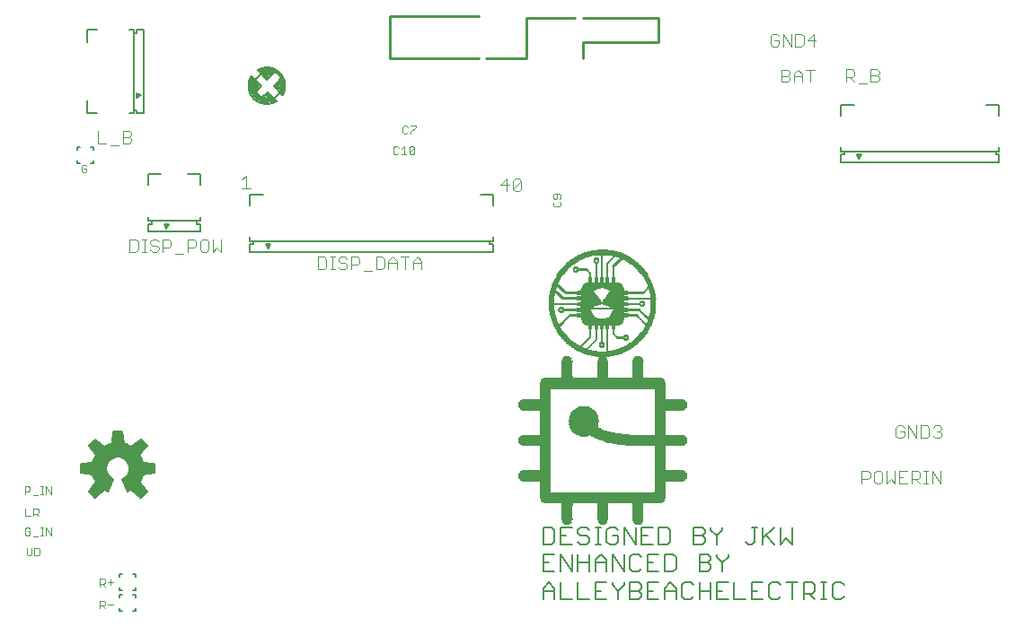
<source format=gto>
G75*
%MOIN*%
%OFA0B0*%
%FSLAX25Y25*%
%IPPOS*%
%LPD*%
%AMOC8*
5,1,8,0,0,1.08239X$1,22.5*
%
%ADD10C,0.00400*%
%ADD11C,0.01000*%
%ADD12C,0.00600*%
%ADD13C,0.00800*%
%ADD14C,0.00300*%
%ADD15R,0.04035X0.00098*%
%ADD16R,0.05610X0.00098*%
%ADD17R,0.06890X0.00098*%
%ADD18R,0.07972X0.00098*%
%ADD19R,0.08858X0.00098*%
%ADD20R,0.09744X0.00098*%
%ADD21R,0.10531X0.00098*%
%ADD22R,0.11122X0.00098*%
%ADD23R,0.11909X0.00098*%
%ADD24R,0.12500X0.00098*%
%ADD25R,0.13091X0.00098*%
%ADD26R,0.13681X0.00098*%
%ADD27R,0.14075X0.00098*%
%ADD28R,0.14665X0.00098*%
%ADD29R,0.15059X0.00098*%
%ADD30R,0.15650X0.00098*%
%ADD31R,0.16043X0.00098*%
%ADD32R,0.16437X0.00098*%
%ADD33R,0.16831X0.00098*%
%ADD34R,0.06791X0.00098*%
%ADD35R,0.07087X0.00098*%
%ADD36R,0.06299X0.00098*%
%ADD37R,0.00689X0.00098*%
%ADD38R,0.05906X0.00098*%
%ADD39R,0.05807X0.00098*%
%ADD40R,0.05512X0.00098*%
%ADD41R,0.05217X0.00098*%
%ADD42R,0.05315X0.00098*%
%ADD43R,0.05020X0.00098*%
%ADD44R,0.05118X0.00098*%
%ADD45R,0.04921X0.00098*%
%ADD46R,0.04724X0.00098*%
%ADD47R,0.04626X0.00098*%
%ADD48R,0.04528X0.00098*%
%ADD49R,0.04331X0.00098*%
%ADD50R,0.04232X0.00098*%
%ADD51R,0.00984X0.00098*%
%ADD52R,0.04134X0.00098*%
%ADD53R,0.03937X0.00098*%
%ADD54R,0.00492X0.00098*%
%ADD55R,0.03839X0.00098*%
%ADD56R,0.01083X0.00098*%
%ADD57R,0.01378X0.00098*%
%ADD58R,0.01575X0.00098*%
%ADD59R,0.03740X0.00098*%
%ADD60R,0.01772X0.00098*%
%ADD61R,0.03642X0.00098*%
%ADD62R,0.01870X0.00098*%
%ADD63R,0.01969X0.00098*%
%ADD64R,0.03543X0.00098*%
%ADD65R,0.00886X0.00098*%
%ADD66R,0.03445X0.00098*%
%ADD67R,0.00787X0.00098*%
%ADD68R,0.03346X0.00098*%
%ADD69R,0.03248X0.00098*%
%ADD70R,0.03150X0.00098*%
%ADD71R,0.02067X0.00098*%
%ADD72R,0.03051X0.00098*%
%ADD73R,0.01673X0.00098*%
%ADD74R,0.01476X0.00098*%
%ADD75R,0.02953X0.00098*%
%ADD76R,0.01280X0.00098*%
%ADD77R,0.02854X0.00098*%
%ADD78R,0.02756X0.00098*%
%ADD79R,0.01181X0.00098*%
%ADD80R,0.02657X0.00098*%
%ADD81R,0.02559X0.00098*%
%ADD82R,0.02461X0.00098*%
%ADD83R,0.02362X0.00098*%
%ADD84R,0.02264X0.00098*%
%ADD85R,0.02165X0.00098*%
%ADD86R,0.12795X0.00098*%
%ADD87R,0.13287X0.00098*%
%ADD88R,0.13484X0.00098*%
%ADD89R,0.13976X0.00098*%
%ADD90R,0.14173X0.00098*%
%ADD91R,0.14370X0.00098*%
%ADD92R,0.14567X0.00098*%
%ADD93R,0.14862X0.00098*%
%ADD94R,0.15256X0.00098*%
%ADD95R,0.15354X0.00098*%
%ADD96R,0.15453X0.00098*%
%ADD97R,0.15748X0.00098*%
%ADD98R,0.15846X0.00098*%
%ADD99R,0.06004X0.00098*%
%ADD100R,0.06496X0.00098*%
%ADD101R,0.06102X0.00098*%
%ADD102R,0.05413X0.00098*%
%ADD103R,0.05709X0.00098*%
%ADD104R,0.06988X0.00098*%
%ADD105R,0.06398X0.00098*%
%ADD106R,0.09646X0.00098*%
%ADD107R,0.10630X0.00098*%
%ADD108R,0.09449X0.00098*%
%ADD109R,0.10433X0.00098*%
%ADD110R,0.09350X0.00098*%
%ADD111R,0.10335X0.00098*%
%ADD112R,0.09154X0.00098*%
%ADD113R,0.10138X0.00098*%
%ADD114R,0.09055X0.00098*%
%ADD115R,0.10039X0.00098*%
%ADD116R,0.09941X0.00098*%
%ADD117R,0.08760X0.00098*%
%ADD118R,0.04429X0.00098*%
%ADD119R,0.04823X0.00098*%
%ADD120R,0.10728X0.00098*%
%ADD121R,0.10236X0.00098*%
%ADD122R,0.29035X0.00098*%
%ADD123R,0.18996X0.00098*%
%ADD124R,0.07579X0.00098*%
%ADD125R,0.07677X0.00098*%
%ADD126R,0.07776X0.00098*%
%ADD127R,0.08465X0.00098*%
%ADD128R,0.18012X0.00098*%
%ADD129R,0.13386X0.00098*%
%ADD130R,0.18898X0.00098*%
%ADD131R,0.00394X0.00098*%
%ADD132R,0.19291X0.00098*%
%ADD133R,0.34055X0.00098*%
%ADD134R,0.34154X0.00098*%
%ADD135R,0.08169X0.00098*%
%ADD136R,0.08071X0.00098*%
%ADD137R,0.07480X0.00098*%
%ADD138R,0.07874X0.00098*%
%ADD139R,0.00591X0.00098*%
%ADD140R,0.07382X0.00098*%
%ADD141R,0.07283X0.00098*%
%ADD142R,0.08661X0.00098*%
%ADD143R,0.08563X0.00098*%
%ADD144R,0.19193X0.00098*%
%ADD145R,0.13878X0.00098*%
%ADD146R,0.19094X0.00098*%
%ADD147R,0.18701X0.00098*%
%ADD148R,0.08366X0.00098*%
%ADD149R,0.08268X0.00098*%
%ADD150R,0.06693X0.00098*%
%ADD151R,0.06201X0.00098*%
%ADD152R,0.06594X0.00098*%
%ADD153R,0.07185X0.00098*%
%ADD154R,0.11417X0.00098*%
%ADD155R,0.13189X0.00098*%
%ADD156R,0.11516X0.00098*%
%ADD157R,0.15551X0.00098*%
%ADD158R,0.14469X0.00098*%
%ADD159R,0.14272X0.00098*%
%ADD160R,0.12992X0.00098*%
%ADD161R,0.12598X0.00098*%
%ADD162R,0.12303X0.00098*%
%ADD163R,0.11713X0.00098*%
%ADD164R,0.00320X0.00040*%
%ADD165R,0.00320X0.00040*%
%ADD166R,0.00960X0.00040*%
%ADD167R,0.01000X0.00040*%
%ADD168R,0.00920X0.00040*%
%ADD169R,0.01640X0.00040*%
%ADD170R,0.01600X0.00040*%
%ADD171R,0.01840X0.00040*%
%ADD172R,0.01800X0.00040*%
%ADD173R,0.01920X0.00040*%
%ADD174R,0.01920X0.00040*%
%ADD175R,0.02000X0.00040*%
%ADD176R,0.02040X0.00040*%
%ADD177R,0.02120X0.00040*%
%ADD178R,0.02080X0.00040*%
%ADD179R,0.02080X0.00040*%
%ADD180R,0.02120X0.00040*%
%ADD181R,0.02120X0.00040*%
%ADD182R,0.02200X0.00040*%
%ADD183R,0.02160X0.00040*%
%ADD184R,0.02320X0.00040*%
%ADD185R,0.02280X0.00040*%
%ADD186R,0.02360X0.00040*%
%ADD187R,0.02480X0.00040*%
%ADD188R,0.02440X0.00040*%
%ADD189R,0.02480X0.00040*%
%ADD190R,0.02600X0.00040*%
%ADD191R,0.02680X0.00040*%
%ADD192R,0.02680X0.00040*%
%ADD193R,0.02760X0.00040*%
%ADD194R,0.02800X0.00040*%
%ADD195R,0.02840X0.00040*%
%ADD196R,0.02880X0.00040*%
%ADD197R,0.02920X0.00040*%
%ADD198R,0.02880X0.00040*%
%ADD199R,0.02920X0.00040*%
%ADD200R,0.02920X0.00040*%
%ADD201R,0.02960X0.00040*%
%ADD202R,0.03000X0.00040*%
%ADD203R,0.02960X0.00040*%
%ADD204R,0.03120X0.00040*%
%ADD205R,0.03080X0.00040*%
%ADD206R,0.03120X0.00040*%
%ADD207R,0.03200X0.00040*%
%ADD208R,0.03240X0.00040*%
%ADD209R,0.03320X0.00040*%
%ADD210R,0.03320X0.00040*%
%ADD211R,0.03280X0.00040*%
%ADD212R,0.03440X0.00040*%
%ADD213R,0.03360X0.00040*%
%ADD214R,0.03480X0.00040*%
%ADD215R,0.03480X0.00040*%
%ADD216R,0.03520X0.00040*%
%ADD217R,0.03560X0.00040*%
%ADD218R,0.03520X0.00040*%
%ADD219R,0.03600X0.00040*%
%ADD220R,0.03560X0.00040*%
%ADD221R,0.03600X0.00040*%
%ADD222R,0.03640X0.00040*%
%ADD223R,0.03640X0.00040*%
%ADD224R,0.03680X0.00040*%
%ADD225R,0.03680X0.00040*%
%ADD226R,0.03680X0.00040*%
%ADD227R,0.03720X0.00040*%
%ADD228R,0.03720X0.00040*%
%ADD229R,0.03720X0.00040*%
%ADD230R,0.03720X0.00040*%
%ADD231R,0.03760X0.00040*%
%ADD232R,0.03760X0.00040*%
%ADD233R,0.03800X0.00040*%
%ADD234R,0.03760X0.00040*%
%ADD235R,0.03760X0.00040*%
%ADD236R,0.03800X0.00040*%
%ADD237R,0.03840X0.00040*%
%ADD238R,0.03840X0.00040*%
%ADD239R,0.03840X0.00040*%
%ADD240R,0.03880X0.00040*%
%ADD241R,0.03920X0.00040*%
%ADD242R,0.03960X0.00040*%
%ADD243R,0.03920X0.00040*%
%ADD244R,0.04000X0.00040*%
%ADD245R,0.04200X0.00040*%
%ADD246R,0.04160X0.00040*%
%ADD247R,0.04560X0.00040*%
%ADD248R,0.04560X0.00040*%
%ADD249R,0.04480X0.00040*%
%ADD250R,0.43440X0.00040*%
%ADD251R,0.43840X0.00040*%
%ADD252R,0.44120X0.00040*%
%ADD253R,0.44200X0.00040*%
%ADD254R,0.44240X0.00040*%
%ADD255R,0.44280X0.00040*%
%ADD256R,0.44320X0.00040*%
%ADD257R,0.44400X0.00040*%
%ADD258R,0.44560X0.00040*%
%ADD259R,0.44680X0.00040*%
%ADD260R,0.44880X0.00040*%
%ADD261R,0.45040X0.00040*%
%ADD262R,0.45120X0.00040*%
%ADD263R,0.45200X0.00040*%
%ADD264R,0.45240X0.00040*%
%ADD265R,0.45280X0.00040*%
%ADD266R,0.45320X0.00040*%
%ADD267R,0.45360X0.00040*%
%ADD268R,0.45480X0.00040*%
%ADD269R,0.45640X0.00040*%
%ADD270R,0.45720X0.00040*%
%ADD271R,0.45840X0.00040*%
%ADD272R,0.45920X0.00040*%
%ADD273R,0.45960X0.00040*%
%ADD274R,0.46000X0.00040*%
%ADD275R,0.46000X0.00040*%
%ADD276R,0.46040X0.00040*%
%ADD277R,0.46080X0.00040*%
%ADD278R,0.46080X0.00040*%
%ADD279R,0.46120X0.00040*%
%ADD280R,0.46120X0.00040*%
%ADD281R,0.46160X0.00040*%
%ADD282R,0.46200X0.00040*%
%ADD283R,0.46240X0.00040*%
%ADD284R,0.46280X0.00040*%
%ADD285R,0.46320X0.00040*%
%ADD286R,0.46360X0.00040*%
%ADD287R,0.46400X0.00040*%
%ADD288R,0.46400X0.00040*%
%ADD289R,0.46440X0.00040*%
%ADD290R,0.46440X0.00040*%
%ADD291R,0.46480X0.00040*%
%ADD292R,0.46480X0.00040*%
%ADD293R,0.04240X0.00040*%
%ADD294R,0.03920X0.00040*%
%ADD295R,0.03880X0.00040*%
%ADD296R,0.03920X0.00040*%
%ADD297R,0.03880X0.00040*%
%ADD298R,0.03840X0.00040*%
%ADD299R,0.03880X0.00040*%
%ADD300R,0.04080X0.00040*%
%ADD301R,0.04080X0.00040*%
%ADD302R,0.04160X0.00040*%
%ADD303R,0.10120X0.00040*%
%ADD304R,0.10120X0.00040*%
%ADD305R,0.10400X0.00040*%
%ADD306R,0.10480X0.00040*%
%ADD307R,0.10520X0.00040*%
%ADD308R,0.10560X0.00040*%
%ADD309R,0.10560X0.00040*%
%ADD310R,0.10600X0.00040*%
%ADD311R,0.10640X0.00040*%
%ADD312R,0.10680X0.00040*%
%ADD313R,0.10680X0.00040*%
%ADD314R,0.10720X0.00040*%
%ADD315R,0.10760X0.00040*%
%ADD316R,0.10840X0.00040*%
%ADD317R,0.10920X0.00040*%
%ADD318R,0.10960X0.00040*%
%ADD319R,0.11040X0.00040*%
%ADD320R,0.11080X0.00040*%
%ADD321R,0.11120X0.00040*%
%ADD322R,0.11160X0.00040*%
%ADD323R,0.11160X0.00040*%
%ADD324R,0.11200X0.00040*%
%ADD325R,0.11240X0.00040*%
%ADD326R,0.11280X0.00040*%
%ADD327R,0.11280X0.00040*%
%ADD328R,0.11280X0.00040*%
%ADD329R,0.11320X0.00040*%
%ADD330R,0.11320X0.00040*%
%ADD331R,0.11320X0.00040*%
%ADD332R,0.11400X0.00040*%
%ADD333R,0.11480X0.00040*%
%ADD334R,0.11480X0.00040*%
%ADD335R,0.11520X0.00040*%
%ADD336R,0.11520X0.00040*%
%ADD337R,0.11560X0.00040*%
%ADD338R,0.11560X0.00040*%
%ADD339R,0.11600X0.00040*%
%ADD340R,0.11640X0.00040*%
%ADD341R,0.11600X0.00040*%
%ADD342R,0.11640X0.00040*%
%ADD343R,0.11680X0.00040*%
%ADD344R,0.11680X0.00040*%
%ADD345R,0.11720X0.00040*%
%ADD346R,0.11720X0.00040*%
%ADD347R,0.11720X0.00040*%
%ADD348R,0.11800X0.00040*%
%ADD349R,0.11760X0.00040*%
%ADD350R,0.11840X0.00040*%
%ADD351R,0.11880X0.00040*%
%ADD352R,0.11880X0.00040*%
%ADD353R,0.11880X0.00040*%
%ADD354R,0.11880X0.00040*%
%ADD355R,0.11920X0.00040*%
%ADD356R,0.11920X0.00040*%
%ADD357R,0.11960X0.00040*%
%ADD358R,0.11960X0.00040*%
%ADD359R,0.11960X0.00040*%
%ADD360R,0.11960X0.00040*%
%ADD361R,0.12000X0.00040*%
%ADD362R,0.12000X0.00040*%
%ADD363R,0.11920X0.00040*%
%ADD364R,0.11840X0.00040*%
%ADD365R,0.11720X0.00040*%
%ADD366R,0.11680X0.00040*%
%ADD367R,0.11680X0.00040*%
%ADD368R,0.11560X0.00040*%
%ADD369R,0.11520X0.00040*%
%ADD370R,0.11440X0.00040*%
%ADD371R,0.11360X0.00040*%
%ADD372R,0.11360X0.00040*%
%ADD373R,0.11240X0.00040*%
%ADD374R,0.11280X0.00040*%
%ADD375R,0.11120X0.00040*%
%ADD376R,0.11160X0.00040*%
%ADD377R,0.11080X0.00040*%
%ADD378R,0.10960X0.00040*%
%ADD379R,0.10880X0.00040*%
%ADD380R,0.10880X0.00040*%
%ADD381R,0.10800X0.00040*%
%ADD382R,0.10680X0.00040*%
%ADD383R,0.10720X0.00040*%
%ADD384R,0.10640X0.00040*%
%ADD385R,0.10520X0.00040*%
%ADD386R,0.10360X0.00040*%
%ADD387R,0.10360X0.00040*%
%ADD388R,0.10040X0.00040*%
%ADD389R,0.10080X0.00040*%
%ADD390R,0.04120X0.00040*%
%ADD391R,0.04120X0.00040*%
%ADD392R,0.04040X0.00040*%
%ADD393R,0.03960X0.00040*%
%ADD394R,0.04040X0.00040*%
%ADD395R,0.04280X0.00040*%
%ADD396R,0.17000X0.00040*%
%ADD397R,0.10360X0.00040*%
%ADD398R,0.19120X0.00040*%
%ADD399R,0.20480X0.00040*%
%ADD400R,0.20840X0.00040*%
%ADD401R,0.21080X0.00040*%
%ADD402R,0.21280X0.00040*%
%ADD403R,0.10720X0.00040*%
%ADD404R,0.21480X0.00040*%
%ADD405R,0.21760X0.00040*%
%ADD406R,0.10880X0.00040*%
%ADD407R,0.22360X0.00040*%
%ADD408R,0.23000X0.00040*%
%ADD409R,0.24200X0.00040*%
%ADD410R,0.24600X0.00040*%
%ADD411R,0.24840X0.00040*%
%ADD412R,0.25040X0.00040*%
%ADD413R,0.25120X0.00040*%
%ADD414R,0.25240X0.00040*%
%ADD415R,0.11320X0.00040*%
%ADD416R,0.25320X0.00040*%
%ADD417R,0.25480X0.00040*%
%ADD418R,0.11440X0.00040*%
%ADD419R,0.25760X0.00040*%
%ADD420R,0.26200X0.00040*%
%ADD421R,0.26800X0.00040*%
%ADD422R,0.11560X0.00040*%
%ADD423R,0.27120X0.00040*%
%ADD424R,0.27400X0.00040*%
%ADD425R,0.27520X0.00040*%
%ADD426R,0.27640X0.00040*%
%ADD427R,0.27680X0.00040*%
%ADD428R,0.27800X0.00040*%
%ADD429R,0.27960X0.00040*%
%ADD430R,0.28160X0.00040*%
%ADD431R,0.28480X0.00040*%
%ADD432R,0.29200X0.00040*%
%ADD433R,0.11760X0.00040*%
%ADD434R,0.29480X0.00040*%
%ADD435R,0.29680X0.00040*%
%ADD436R,0.29800X0.00040*%
%ADD437R,0.29840X0.00040*%
%ADD438R,0.29920X0.00040*%
%ADD439R,0.30000X0.00040*%
%ADD440R,0.30080X0.00040*%
%ADD441R,0.30280X0.00040*%
%ADD442R,0.30400X0.00040*%
%ADD443R,0.30640X0.00040*%
%ADD444R,0.30880X0.00040*%
%ADD445R,0.31040X0.00040*%
%ADD446R,0.31120X0.00040*%
%ADD447R,0.31160X0.00040*%
%ADD448R,0.31200X0.00040*%
%ADD449R,0.31240X0.00040*%
%ADD450R,0.31320X0.00040*%
%ADD451R,0.31480X0.00040*%
%ADD452R,0.31640X0.00040*%
%ADD453R,0.31880X0.00040*%
%ADD454R,0.32040X0.00040*%
%ADD455R,0.32240X0.00040*%
%ADD456R,0.32280X0.00040*%
%ADD457R,0.32320X0.00040*%
%ADD458R,0.32320X0.00040*%
%ADD459R,0.32360X0.00040*%
%ADD460R,0.32400X0.00040*%
%ADD461R,0.32600X0.00040*%
%ADD462R,0.32800X0.00040*%
%ADD463R,0.33000X0.00040*%
%ADD464R,0.33160X0.00040*%
%ADD465R,0.33280X0.00040*%
%ADD466R,0.33320X0.00040*%
%ADD467R,0.33320X0.00040*%
%ADD468R,0.11760X0.00040*%
%ADD469R,0.33320X0.00040*%
%ADD470R,0.33360X0.00040*%
%ADD471R,0.33480X0.00040*%
%ADD472R,0.33640X0.00040*%
%ADD473R,0.33720X0.00040*%
%ADD474R,0.33840X0.00040*%
%ADD475R,0.33880X0.00040*%
%ADD476R,0.33920X0.00040*%
%ADD477R,0.33920X0.00040*%
%ADD478R,0.33960X0.00040*%
%ADD479R,0.34000X0.00040*%
%ADD480R,0.34040X0.00040*%
%ADD481R,0.34120X0.00040*%
%ADD482R,0.11400X0.00040*%
%ADD483R,0.34160X0.00040*%
%ADD484R,0.34160X0.00040*%
%ADD485R,0.34200X0.00040*%
%ADD486R,0.34240X0.00040*%
%ADD487R,0.34280X0.00040*%
%ADD488R,0.34280X0.00040*%
%ADD489R,0.34280X0.00040*%
%ADD490R,0.34360X0.00040*%
%ADD491R,0.34360X0.00040*%
%ADD492R,0.34400X0.00040*%
%ADD493R,0.10840X0.00040*%
%ADD494R,0.02640X0.00040*%
%ADD495R,0.34360X0.00040*%
%ADD496R,0.03040X0.00040*%
%ADD497R,0.34320X0.00040*%
%ADD498R,0.10480X0.00040*%
%ADD499R,0.03320X0.00040*%
%ADD500R,0.34240X0.00040*%
%ADD501R,0.03440X0.00040*%
%ADD502R,0.10120X0.00040*%
%ADD503R,0.17440X0.00040*%
%ADD504R,0.04400X0.00040*%
%ADD505R,0.19360X0.00040*%
%ADD506R,0.04000X0.00040*%
%ADD507R,0.18520X0.00040*%
%ADD508R,0.04040X0.00040*%
%ADD509R,0.17760X0.00040*%
%ADD510R,0.17400X0.00040*%
%ADD511R,0.17240X0.00040*%
%ADD512R,0.17160X0.00040*%
%ADD513R,0.17080X0.00040*%
%ADD514R,0.16960X0.00040*%
%ADD515R,0.16800X0.00040*%
%ADD516R,0.16560X0.00040*%
%ADD517R,0.15920X0.00040*%
%ADD518R,0.15640X0.00040*%
%ADD519R,0.15520X0.00040*%
%ADD520R,0.15400X0.00040*%
%ADD521R,0.15360X0.00040*%
%ADD522R,0.15280X0.00040*%
%ADD523R,0.15240X0.00040*%
%ADD524R,0.15160X0.00040*%
%ADD525R,0.15000X0.00040*%
%ADD526R,0.14720X0.00040*%
%ADD527R,0.14080X0.00040*%
%ADD528R,0.13800X0.00040*%
%ADD529R,0.13800X0.00040*%
%ADD530R,0.13760X0.00040*%
%ADD531R,0.13720X0.00040*%
%ADD532R,0.13680X0.00040*%
%ADD533R,0.13600X0.00040*%
%ADD534R,0.13480X0.00040*%
%ADD535R,0.13080X0.00040*%
%ADD536R,0.12960X0.00040*%
%ADD537R,0.12960X0.00040*%
%ADD538R,0.12920X0.00040*%
%ADD539R,0.12880X0.00040*%
%ADD540R,0.12840X0.00040*%
%ADD541R,0.12800X0.00040*%
%ADD542R,0.12800X0.00040*%
%ADD543R,0.12720X0.00040*%
%ADD544R,0.12440X0.00040*%
%ADD545R,0.12160X0.00040*%
%ADD546R,0.11120X0.00040*%
%ADD547R,0.11040X0.00040*%
%ADD548R,0.10760X0.00040*%
%ADD549R,0.10440X0.00040*%
%ADD550R,0.10320X0.00040*%
%ADD551R,0.10280X0.00040*%
%ADD552R,0.10320X0.00040*%
%ADD553R,0.10440X0.00040*%
%ADD554R,0.10600X0.00040*%
%ADD555R,0.10800X0.00040*%
%ADD556R,0.10880X0.00040*%
%ADD557R,0.10920X0.00040*%
%ADD558R,0.10920X0.00040*%
%ADD559R,0.10960X0.00040*%
%ADD560R,0.11000X0.00040*%
%ADD561R,0.11040X0.00040*%
%ADD562R,0.11080X0.00040*%
%ADD563R,0.11000X0.00040*%
%ADD564R,0.10440X0.00040*%
%ADD565R,0.10400X0.00040*%
%ADD566R,0.10240X0.00040*%
%ADD567R,0.10200X0.00040*%
%ADD568R,0.10120X0.00040*%
%ADD569R,0.10000X0.00040*%
%ADD570R,0.10000X0.00040*%
%ADD571R,0.09960X0.00040*%
%ADD572R,0.09920X0.00040*%
%ADD573R,0.09880X0.00040*%
%ADD574R,0.09800X0.00040*%
%ADD575R,0.09680X0.00040*%
%ADD576R,0.09640X0.00040*%
%ADD577R,0.09600X0.00040*%
%ADD578R,0.09600X0.00040*%
%ADD579R,0.09520X0.00040*%
%ADD580R,0.09440X0.00040*%
%ADD581R,0.09400X0.00040*%
%ADD582R,0.09320X0.00040*%
%ADD583R,0.09280X0.00040*%
%ADD584R,0.09240X0.00040*%
%ADD585R,0.09200X0.00040*%
%ADD586R,0.09160X0.00040*%
%ADD587R,0.09160X0.00040*%
%ADD588R,0.09120X0.00040*%
%ADD589R,0.09040X0.00040*%
%ADD590R,0.08920X0.00040*%
%ADD591R,0.08840X0.00040*%
%ADD592R,0.08720X0.00040*%
%ADD593R,0.08640X0.00040*%
%ADD594R,0.08560X0.00040*%
%ADD595R,0.08520X0.00040*%
%ADD596R,0.08480X0.00040*%
%ADD597R,0.08440X0.00040*%
%ADD598R,0.08400X0.00040*%
%ADD599R,0.08320X0.00040*%
%ADD600R,0.08280X0.00040*%
%ADD601R,0.08160X0.00040*%
%ADD602R,0.08040X0.00040*%
%ADD603R,0.08000X0.00040*%
%ADD604R,0.07920X0.00040*%
%ADD605R,0.07880X0.00040*%
%ADD606R,0.07800X0.00040*%
%ADD607R,0.07760X0.00040*%
%ADD608R,0.07680X0.00040*%
%ADD609R,0.07560X0.00040*%
%ADD610R,0.07440X0.00040*%
%ADD611R,0.10320X0.00040*%
%ADD612R,0.07320X0.00040*%
%ADD613R,0.10520X0.00040*%
%ADD614R,0.07160X0.00040*%
%ADD615R,0.10560X0.00040*%
%ADD616R,0.07040X0.00040*%
%ADD617R,0.06960X0.00040*%
%ADD618R,0.06920X0.00040*%
%ADD619R,0.06880X0.00040*%
%ADD620R,0.06840X0.00040*%
%ADD621R,0.06760X0.00040*%
%ADD622R,0.06640X0.00040*%
%ADD623R,0.06520X0.00040*%
%ADD624R,0.06360X0.00040*%
%ADD625R,0.11200X0.00040*%
%ADD626R,0.06160X0.00040*%
%ADD627R,0.06040X0.00040*%
%ADD628R,0.05960X0.00040*%
%ADD629R,0.05880X0.00040*%
%ADD630R,0.05840X0.00040*%
%ADD631R,0.05760X0.00040*%
%ADD632R,0.11360X0.00040*%
%ADD633R,0.05640X0.00040*%
%ADD634R,0.05520X0.00040*%
%ADD635R,0.05200X0.00040*%
%ADD636R,0.04920X0.00040*%
%ADD637R,0.04680X0.00040*%
%ADD638R,0.04480X0.00040*%
%ADD639R,0.04360X0.00040*%
%ADD640R,0.04280X0.00040*%
%ADD641R,0.04200X0.00040*%
%ADD642R,0.02360X0.00040*%
%ADD643R,0.11760X0.00040*%
%ADD644R,0.01480X0.00040*%
%ADD645R,0.01200X0.00040*%
%ADD646R,0.00880X0.00040*%
%ADD647R,0.00600X0.00040*%
%ADD648R,0.11920X0.00040*%
%ADD649R,0.11800X0.00040*%
%ADD650R,0.10760X0.00040*%
%ADD651R,0.10320X0.00040*%
%ADD652R,0.10160X0.00040*%
%ADD653R,0.03960X0.00040*%
%ADD654R,0.03960X0.00040*%
%ADD655R,0.04120X0.00040*%
%ADD656R,0.04160X0.00040*%
%ADD657R,0.46280X0.00040*%
%ADD658R,0.46160X0.00040*%
%ADD659R,0.45920X0.00040*%
%ADD660R,0.45840X0.00040*%
%ADD661R,0.45800X0.00040*%
%ADD662R,0.45520X0.00040*%
%ADD663R,0.45400X0.00040*%
%ADD664R,0.45320X0.00040*%
%ADD665R,0.45160X0.00040*%
%ADD666R,0.45040X0.00040*%
%ADD667R,0.44640X0.00040*%
%ADD668R,0.44480X0.00040*%
%ADD669R,0.44320X0.00040*%
%ADD670R,0.44040X0.00040*%
%ADD671R,0.43840X0.00040*%
%ADD672R,0.43560X0.00040*%
%ADD673R,0.43000X0.00040*%
%ADD674R,0.04440X0.00040*%
%ADD675R,0.04520X0.00040*%
%ADD676R,0.04080X0.00040*%
%ADD677R,0.04080X0.00040*%
%ADD678R,0.03680X0.00040*%
%ADD679R,0.03480X0.00040*%
%ADD680R,0.03520X0.00040*%
%ADD681R,0.03480X0.00040*%
%ADD682R,0.03440X0.00040*%
%ADD683R,0.03400X0.00040*%
%ADD684R,0.03280X0.00040*%
%ADD685R,0.03240X0.00040*%
%ADD686R,0.03160X0.00040*%
%ADD687R,0.03160X0.00040*%
%ADD688R,0.03000X0.00040*%
%ADD689R,0.03040X0.00040*%
%ADD690R,0.02920X0.00040*%
%ADD691R,0.02760X0.00040*%
%ADD692R,0.02800X0.00040*%
%ADD693R,0.02720X0.00040*%
%ADD694R,0.02640X0.00040*%
%ADD695R,0.02680X0.00040*%
%ADD696R,0.02520X0.00040*%
%ADD697R,0.02520X0.00040*%
%ADD698R,0.02360X0.00040*%
%ADD699R,0.02400X0.00040*%
%ADD700R,0.02200X0.00040*%
%ADD701R,0.02240X0.00040*%
%ADD702R,0.02120X0.00040*%
%ADD703R,0.01960X0.00040*%
%ADD704R,0.01920X0.00040*%
%ADD705R,0.01920X0.00040*%
%ADD706R,0.01880X0.00040*%
%ADD707R,0.01840X0.00040*%
%ADD708R,0.01720X0.00040*%
%ADD709R,0.01720X0.00040*%
%ADD710R,0.01400X0.00040*%
%ADD711R,0.00480X0.00040*%
%ADD712C,0.00591*%
D10*
X0030095Y0047213D02*
X0031029Y0047213D01*
X0031496Y0047680D01*
X0031496Y0050015D01*
X0032574Y0050015D02*
X0032574Y0047213D01*
X0033976Y0047213D01*
X0034443Y0047680D01*
X0034443Y0049548D01*
X0033976Y0050015D01*
X0032574Y0050015D01*
X0029628Y0050015D02*
X0029628Y0047680D01*
X0030095Y0047213D01*
X0031994Y0054226D02*
X0033862Y0054226D01*
X0034941Y0054693D02*
X0035875Y0054693D01*
X0035408Y0054693D02*
X0035408Y0057495D01*
X0034941Y0057495D02*
X0035875Y0057495D01*
X0036905Y0057495D02*
X0038773Y0054693D01*
X0038773Y0057495D01*
X0036905Y0057495D02*
X0036905Y0054693D01*
X0030916Y0055160D02*
X0030916Y0056094D01*
X0029982Y0056094D01*
X0030916Y0055160D02*
X0030449Y0054693D01*
X0029515Y0054693D01*
X0029048Y0055160D01*
X0029048Y0057028D01*
X0029515Y0057495D01*
X0030449Y0057495D01*
X0030916Y0057028D01*
X0031102Y0061780D02*
X0029234Y0061780D01*
X0029234Y0064582D01*
X0032181Y0064582D02*
X0032181Y0061780D01*
X0032181Y0062714D02*
X0033582Y0062714D01*
X0034049Y0063181D01*
X0034049Y0064115D01*
X0033582Y0064582D01*
X0032181Y0064582D01*
X0033115Y0062714D02*
X0034049Y0061780D01*
X0033862Y0069580D02*
X0031994Y0069580D01*
X0030449Y0070981D02*
X0029048Y0070981D01*
X0029048Y0070047D02*
X0029048Y0072850D01*
X0030449Y0072850D01*
X0030916Y0072383D01*
X0030916Y0071448D01*
X0030449Y0070981D01*
X0034941Y0070047D02*
X0035875Y0070047D01*
X0035408Y0070047D02*
X0035408Y0072850D01*
X0034941Y0072850D02*
X0035875Y0072850D01*
X0036905Y0072850D02*
X0038773Y0070047D01*
X0038773Y0072850D01*
X0036905Y0072850D02*
X0036905Y0070047D01*
X0137824Y0153543D02*
X0140126Y0153543D01*
X0140893Y0154310D01*
X0140893Y0157379D01*
X0140126Y0158146D01*
X0137824Y0158146D01*
X0137824Y0153543D01*
X0142428Y0153543D02*
X0143962Y0153543D01*
X0143195Y0153543D02*
X0143195Y0158146D01*
X0142428Y0158146D02*
X0143962Y0158146D01*
X0145497Y0157379D02*
X0145497Y0156612D01*
X0146264Y0155844D01*
X0147799Y0155844D01*
X0148566Y0155077D01*
X0148566Y0154310D01*
X0147799Y0153543D01*
X0146264Y0153543D01*
X0145497Y0154310D01*
X0150101Y0155077D02*
X0152403Y0155077D01*
X0153170Y0155844D01*
X0153170Y0157379D01*
X0152403Y0158146D01*
X0150101Y0158146D01*
X0150101Y0153543D01*
X0154705Y0152775D02*
X0157774Y0152775D01*
X0159309Y0153543D02*
X0161611Y0153543D01*
X0162378Y0154310D01*
X0162378Y0157379D01*
X0161611Y0158146D01*
X0159309Y0158146D01*
X0159309Y0153543D01*
X0163913Y0153543D02*
X0163913Y0156612D01*
X0165447Y0158146D01*
X0166982Y0156612D01*
X0166982Y0153543D01*
X0166982Y0155844D02*
X0163913Y0155844D01*
X0168516Y0158146D02*
X0171586Y0158146D01*
X0170051Y0158146D02*
X0170051Y0153543D01*
X0173120Y0153543D02*
X0173120Y0156612D01*
X0174655Y0158146D01*
X0176190Y0156612D01*
X0176190Y0153543D01*
X0176190Y0155844D02*
X0173120Y0155844D01*
X0148566Y0157379D02*
X0147799Y0158146D01*
X0146264Y0158146D01*
X0145497Y0157379D01*
X0112663Y0183680D02*
X0109594Y0183680D01*
X0111128Y0183680D02*
X0111128Y0188284D01*
X0109594Y0186750D01*
X0101704Y0164643D02*
X0101704Y0160039D01*
X0100169Y0161573D01*
X0098635Y0160039D01*
X0098635Y0164643D01*
X0097100Y0163875D02*
X0096333Y0164643D01*
X0094798Y0164643D01*
X0094031Y0163875D01*
X0094031Y0160806D01*
X0094798Y0160039D01*
X0096333Y0160039D01*
X0097100Y0160806D01*
X0097100Y0163875D01*
X0092496Y0163875D02*
X0092496Y0162341D01*
X0091729Y0161573D01*
X0089427Y0161573D01*
X0089427Y0160039D02*
X0089427Y0164643D01*
X0091729Y0164643D01*
X0092496Y0163875D01*
X0087892Y0159271D02*
X0084823Y0159271D01*
X0082521Y0161573D02*
X0080219Y0161573D01*
X0080219Y0160039D02*
X0080219Y0164643D01*
X0082521Y0164643D01*
X0083288Y0163875D01*
X0083288Y0162341D01*
X0082521Y0161573D01*
X0078684Y0161573D02*
X0078684Y0160806D01*
X0077917Y0160039D01*
X0076382Y0160039D01*
X0075615Y0160806D01*
X0076382Y0162341D02*
X0075615Y0163108D01*
X0075615Y0163875D01*
X0076382Y0164643D01*
X0077917Y0164643D01*
X0078684Y0163875D01*
X0077917Y0162341D02*
X0078684Y0161573D01*
X0077917Y0162341D02*
X0076382Y0162341D01*
X0074080Y0164643D02*
X0072546Y0164643D01*
X0073313Y0164643D02*
X0073313Y0160039D01*
X0072546Y0160039D02*
X0074080Y0160039D01*
X0071011Y0160806D02*
X0071011Y0163875D01*
X0070244Y0164643D01*
X0067942Y0164643D01*
X0067942Y0160039D01*
X0070244Y0160039D01*
X0071011Y0160806D01*
X0063804Y0199626D02*
X0060735Y0199626D01*
X0059200Y0200393D02*
X0056131Y0200393D01*
X0056131Y0204997D01*
X0065339Y0204997D02*
X0065339Y0200393D01*
X0067641Y0200393D01*
X0068408Y0201160D01*
X0068408Y0201928D01*
X0067641Y0202695D01*
X0065339Y0202695D01*
X0067641Y0202695D02*
X0068408Y0203462D01*
X0068408Y0204230D01*
X0067641Y0204997D01*
X0065339Y0204997D01*
X0165779Y0198733D02*
X0165779Y0196864D01*
X0166246Y0196397D01*
X0167180Y0196397D01*
X0167647Y0196864D01*
X0168726Y0196397D02*
X0170594Y0196397D01*
X0169660Y0196397D02*
X0169660Y0199200D01*
X0168726Y0198266D01*
X0167647Y0198733D02*
X0167180Y0199200D01*
X0166246Y0199200D01*
X0165779Y0198733D01*
X0171672Y0198733D02*
X0172139Y0199200D01*
X0173073Y0199200D01*
X0173540Y0198733D01*
X0171672Y0196864D01*
X0172139Y0196397D01*
X0173073Y0196397D01*
X0173540Y0196864D01*
X0173540Y0198733D01*
X0171672Y0198733D02*
X0171672Y0196864D01*
X0172135Y0204029D02*
X0172135Y0204496D01*
X0174004Y0206364D01*
X0174004Y0206831D01*
X0172135Y0206831D01*
X0171057Y0206364D02*
X0170590Y0206831D01*
X0169656Y0206831D01*
X0169189Y0206364D01*
X0169189Y0204496D01*
X0169656Y0204029D01*
X0170590Y0204029D01*
X0171057Y0204496D01*
X0205609Y0184801D02*
X0208679Y0184801D01*
X0210213Y0183267D02*
X0210981Y0182499D01*
X0212515Y0182499D01*
X0213283Y0183267D01*
X0213283Y0186336D01*
X0210213Y0183267D01*
X0210213Y0186336D01*
X0210981Y0187103D01*
X0212515Y0187103D01*
X0213283Y0186336D01*
X0207911Y0187103D02*
X0207911Y0182499D01*
X0205609Y0184801D02*
X0207911Y0187103D01*
X0225122Y0181096D02*
X0225122Y0180162D01*
X0225589Y0179695D01*
X0226056Y0179695D01*
X0226523Y0180162D01*
X0226523Y0181563D01*
X0225589Y0181563D02*
X0225122Y0181096D01*
X0225589Y0181563D02*
X0227457Y0181563D01*
X0227924Y0181096D01*
X0227924Y0180162D01*
X0227457Y0179695D01*
X0227457Y0178617D02*
X0227924Y0178150D01*
X0227924Y0177216D01*
X0227457Y0176749D01*
X0225589Y0176749D01*
X0225122Y0177216D01*
X0225122Y0178150D01*
X0225589Y0178617D01*
X0309707Y0223090D02*
X0312009Y0223090D01*
X0312776Y0223857D01*
X0312776Y0224624D01*
X0312009Y0225392D01*
X0309707Y0225392D01*
X0309707Y0223090D02*
X0309707Y0227694D01*
X0312009Y0227694D01*
X0312776Y0226926D01*
X0312776Y0226159D01*
X0312009Y0225392D01*
X0314311Y0225392D02*
X0317380Y0225392D01*
X0317380Y0226159D02*
X0317380Y0223090D01*
X0314311Y0223090D02*
X0314311Y0226159D01*
X0315846Y0227694D01*
X0317380Y0226159D01*
X0318915Y0227694D02*
X0321984Y0227694D01*
X0320450Y0227694D02*
X0320450Y0223090D01*
X0333690Y0223228D02*
X0333690Y0227831D01*
X0335992Y0227831D01*
X0336759Y0227064D01*
X0336759Y0225530D01*
X0335992Y0224762D01*
X0333690Y0224762D01*
X0335224Y0224762D02*
X0336759Y0223228D01*
X0338294Y0222460D02*
X0341363Y0222460D01*
X0342898Y0223228D02*
X0345200Y0223228D01*
X0345967Y0223995D01*
X0345967Y0224762D01*
X0345200Y0225530D01*
X0342898Y0225530D01*
X0342898Y0227831D02*
X0342898Y0223228D01*
X0345200Y0225530D02*
X0345967Y0226297D01*
X0345967Y0227064D01*
X0345200Y0227831D01*
X0342898Y0227831D01*
X0321831Y0236389D02*
X0321831Y0240993D01*
X0319529Y0238691D01*
X0322598Y0238691D01*
X0317994Y0240226D02*
X0317227Y0240993D01*
X0314925Y0240993D01*
X0314925Y0236389D01*
X0317227Y0236389D01*
X0317994Y0237156D01*
X0317994Y0240226D01*
X0313391Y0240993D02*
X0313391Y0236389D01*
X0310321Y0240993D01*
X0310321Y0236389D01*
X0308787Y0237156D02*
X0308787Y0238691D01*
X0307252Y0238691D01*
X0308787Y0240226D02*
X0308019Y0240993D01*
X0306485Y0240993D01*
X0305717Y0240226D01*
X0305717Y0237156D01*
X0306485Y0236389D01*
X0308019Y0236389D01*
X0308787Y0237156D01*
X0353040Y0095489D02*
X0352272Y0094722D01*
X0352272Y0091652D01*
X0353040Y0090885D01*
X0354574Y0090885D01*
X0355342Y0091652D01*
X0355342Y0093187D01*
X0353807Y0093187D01*
X0355342Y0094722D02*
X0354574Y0095489D01*
X0353040Y0095489D01*
X0356876Y0095489D02*
X0356876Y0090885D01*
X0359946Y0090885D02*
X0356876Y0095489D01*
X0359946Y0095489D02*
X0359946Y0090885D01*
X0361480Y0090885D02*
X0361480Y0095489D01*
X0363782Y0095489D01*
X0364550Y0094722D01*
X0364550Y0091652D01*
X0363782Y0090885D01*
X0361480Y0090885D01*
X0366084Y0091652D02*
X0366852Y0090885D01*
X0368386Y0090885D01*
X0369154Y0091652D01*
X0369154Y0092420D01*
X0368386Y0093187D01*
X0367619Y0093187D01*
X0368386Y0093187D02*
X0369154Y0093954D01*
X0369154Y0094722D01*
X0368386Y0095489D01*
X0366852Y0095489D01*
X0366084Y0094722D01*
X0365691Y0078560D02*
X0368760Y0073956D01*
X0368760Y0078560D01*
X0365691Y0078560D02*
X0365691Y0073956D01*
X0364156Y0073956D02*
X0362621Y0073956D01*
X0363389Y0073956D02*
X0363389Y0078560D01*
X0364156Y0078560D02*
X0362621Y0078560D01*
X0361087Y0077793D02*
X0361087Y0076258D01*
X0360319Y0075491D01*
X0358017Y0075491D01*
X0359552Y0075491D02*
X0361087Y0073956D01*
X0358017Y0073956D02*
X0358017Y0078560D01*
X0360319Y0078560D01*
X0361087Y0077793D01*
X0356483Y0078560D02*
X0353413Y0078560D01*
X0353413Y0073956D01*
X0356483Y0073956D01*
X0354948Y0076258D02*
X0353413Y0076258D01*
X0351879Y0073956D02*
X0351879Y0078560D01*
X0348809Y0078560D02*
X0348809Y0073956D01*
X0350344Y0075491D01*
X0351879Y0073956D01*
X0347275Y0074723D02*
X0347275Y0077793D01*
X0346507Y0078560D01*
X0344973Y0078560D01*
X0344206Y0077793D01*
X0344206Y0074723D01*
X0344973Y0073956D01*
X0346507Y0073956D01*
X0347275Y0074723D01*
X0342671Y0076258D02*
X0341904Y0075491D01*
X0339602Y0075491D01*
X0339602Y0073956D02*
X0339602Y0078560D01*
X0341904Y0078560D01*
X0342671Y0077793D01*
X0342671Y0076258D01*
D11*
X0236000Y0232000D02*
X0236000Y0238000D01*
X0264000Y0238000D01*
X0264000Y0247000D01*
X0236000Y0247000D01*
X0233000Y0247000D02*
X0215000Y0247000D01*
X0215000Y0232000D01*
X0200000Y0232000D01*
X0197500Y0232000D02*
X0164500Y0232000D01*
X0164500Y0247500D01*
X0197500Y0247500D01*
D12*
X0054315Y0198921D02*
X0053315Y0198921D01*
X0054315Y0198921D02*
X0054315Y0197921D01*
X0054315Y0193921D02*
X0054315Y0192921D01*
X0053315Y0192921D01*
X0049315Y0192921D02*
X0048315Y0192921D01*
X0048315Y0193921D01*
X0048315Y0197921D02*
X0048315Y0198921D01*
X0049315Y0198921D01*
X0221300Y0057705D02*
X0224503Y0057705D01*
X0225570Y0056638D01*
X0225570Y0052368D01*
X0224503Y0051300D01*
X0221300Y0051300D01*
X0221300Y0057705D01*
X0227745Y0057705D02*
X0227745Y0051300D01*
X0232016Y0051300D01*
X0234191Y0052368D02*
X0235259Y0051300D01*
X0237394Y0051300D01*
X0238461Y0052368D01*
X0238461Y0053435D01*
X0237394Y0054503D01*
X0235259Y0054503D01*
X0234191Y0055570D01*
X0234191Y0056638D01*
X0235259Y0057705D01*
X0237394Y0057705D01*
X0238461Y0056638D01*
X0240636Y0057705D02*
X0242772Y0057705D01*
X0241704Y0057705D02*
X0241704Y0051300D01*
X0240636Y0051300D02*
X0242772Y0051300D01*
X0244933Y0052368D02*
X0246001Y0051300D01*
X0248136Y0051300D01*
X0249204Y0052368D01*
X0249204Y0054503D01*
X0247069Y0054503D01*
X0249204Y0056638D02*
X0248136Y0057705D01*
X0246001Y0057705D01*
X0244933Y0056638D01*
X0244933Y0052368D01*
X0251379Y0051300D02*
X0251379Y0057705D01*
X0255649Y0051300D01*
X0255649Y0057705D01*
X0257824Y0057705D02*
X0257824Y0051300D01*
X0262095Y0051300D01*
X0264270Y0051300D02*
X0267473Y0051300D01*
X0268540Y0052368D01*
X0268540Y0056638D01*
X0267473Y0057705D01*
X0264270Y0057705D01*
X0264270Y0051300D01*
X0259960Y0054503D02*
X0257824Y0054503D01*
X0257824Y0057705D02*
X0262095Y0057705D01*
X0259973Y0047705D02*
X0259973Y0041300D01*
X0264243Y0041300D01*
X0266418Y0041300D02*
X0269621Y0041300D01*
X0270689Y0042368D01*
X0270689Y0046638D01*
X0269621Y0047705D01*
X0266418Y0047705D01*
X0266418Y0041300D01*
X0268554Y0037205D02*
X0270689Y0035070D01*
X0270689Y0030800D01*
X0272864Y0031868D02*
X0273932Y0030800D01*
X0276067Y0030800D01*
X0277134Y0031868D01*
X0279309Y0030800D02*
X0279309Y0037205D01*
X0277134Y0036138D02*
X0276067Y0037205D01*
X0273932Y0037205D01*
X0272864Y0036138D01*
X0272864Y0031868D01*
X0270689Y0034003D02*
X0266418Y0034003D01*
X0266418Y0035070D02*
X0268554Y0037205D01*
X0266418Y0035070D02*
X0266418Y0030800D01*
X0264243Y0030800D02*
X0259973Y0030800D01*
X0259973Y0037205D01*
X0264243Y0037205D01*
X0262108Y0034003D02*
X0259973Y0034003D01*
X0257798Y0035070D02*
X0256730Y0034003D01*
X0253527Y0034003D01*
X0251352Y0036138D02*
X0251352Y0037205D01*
X0251352Y0036138D02*
X0249217Y0034003D01*
X0249217Y0030800D01*
X0244907Y0030800D02*
X0240636Y0030800D01*
X0240636Y0037205D01*
X0244907Y0037205D01*
X0247082Y0037205D02*
X0247082Y0036138D01*
X0249217Y0034003D01*
X0253527Y0037205D02*
X0256730Y0037205D01*
X0257798Y0036138D01*
X0257798Y0035070D01*
X0256730Y0034003D02*
X0257798Y0032935D01*
X0257798Y0031868D01*
X0256730Y0030800D01*
X0253527Y0030800D01*
X0253527Y0037205D01*
X0254595Y0041300D02*
X0256730Y0041300D01*
X0257798Y0042368D01*
X0259973Y0044503D02*
X0262108Y0044503D01*
X0264243Y0047705D02*
X0259973Y0047705D01*
X0257798Y0046638D02*
X0256730Y0047705D01*
X0254595Y0047705D01*
X0253527Y0046638D01*
X0253527Y0042368D01*
X0254595Y0041300D01*
X0251352Y0041300D02*
X0251352Y0047705D01*
X0247082Y0047705D02*
X0251352Y0041300D01*
X0247082Y0041300D02*
X0247082Y0047705D01*
X0244907Y0045570D02*
X0244907Y0041300D01*
X0244907Y0044503D02*
X0240636Y0044503D01*
X0240636Y0045570D02*
X0240636Y0041300D01*
X0238461Y0041300D02*
X0238461Y0047705D01*
X0240636Y0045570D02*
X0242772Y0047705D01*
X0244907Y0045570D01*
X0238461Y0044503D02*
X0234191Y0044503D01*
X0234191Y0047705D02*
X0234191Y0041300D01*
X0232016Y0041300D02*
X0232016Y0047705D01*
X0227745Y0047705D02*
X0232016Y0041300D01*
X0227745Y0041300D02*
X0227745Y0047705D01*
X0225570Y0047705D02*
X0221300Y0047705D01*
X0221300Y0041300D01*
X0225570Y0041300D01*
X0223435Y0044503D02*
X0221300Y0044503D01*
X0223435Y0037205D02*
X0225570Y0035070D01*
X0225570Y0030800D01*
X0227745Y0030800D02*
X0232016Y0030800D01*
X0234191Y0030800D02*
X0238461Y0030800D01*
X0234191Y0030800D02*
X0234191Y0037205D01*
X0240636Y0034003D02*
X0242772Y0034003D01*
X0227745Y0037205D02*
X0227745Y0030800D01*
X0221300Y0030800D02*
X0221300Y0035070D01*
X0223435Y0037205D01*
X0221300Y0034003D02*
X0225570Y0034003D01*
X0227745Y0054503D02*
X0229881Y0054503D01*
X0232016Y0057705D02*
X0227745Y0057705D01*
X0277161Y0057705D02*
X0277161Y0051300D01*
X0280364Y0051300D01*
X0281431Y0052368D01*
X0281431Y0053435D01*
X0280364Y0054503D01*
X0277161Y0054503D01*
X0277161Y0057705D02*
X0280364Y0057705D01*
X0281431Y0056638D01*
X0281431Y0055570D01*
X0280364Y0054503D01*
X0283606Y0056638D02*
X0285742Y0054503D01*
X0285742Y0051300D01*
X0285742Y0054503D02*
X0287877Y0056638D01*
X0287877Y0057705D01*
X0283606Y0057705D02*
X0283606Y0056638D01*
X0296497Y0052368D02*
X0297565Y0051300D01*
X0298633Y0051300D01*
X0299700Y0052368D01*
X0299700Y0057705D01*
X0298633Y0057705D02*
X0300768Y0057705D01*
X0302943Y0057705D02*
X0302943Y0051300D01*
X0302943Y0053435D02*
X0307213Y0057705D01*
X0309388Y0057705D02*
X0309388Y0051300D01*
X0311524Y0053435D01*
X0313659Y0051300D01*
X0313659Y0057705D01*
X0307213Y0051300D02*
X0304011Y0054503D01*
X0290025Y0047705D02*
X0290025Y0046638D01*
X0287890Y0044503D01*
X0287890Y0041300D01*
X0287890Y0044503D02*
X0285755Y0046638D01*
X0285755Y0047705D01*
X0283580Y0046638D02*
X0283580Y0045570D01*
X0282512Y0044503D01*
X0279309Y0044503D01*
X0279309Y0047705D02*
X0279309Y0041300D01*
X0282512Y0041300D01*
X0283580Y0042368D01*
X0283580Y0043435D01*
X0282512Y0044503D01*
X0283580Y0046638D02*
X0282512Y0047705D01*
X0279309Y0047705D01*
X0283580Y0037205D02*
X0283580Y0030800D01*
X0285755Y0030800D02*
X0290025Y0030800D01*
X0292200Y0030800D02*
X0296471Y0030800D01*
X0298646Y0030800D02*
X0302916Y0030800D01*
X0305091Y0031868D02*
X0306159Y0030800D01*
X0308294Y0030800D01*
X0309362Y0031868D01*
X0309362Y0036138D02*
X0308294Y0037205D01*
X0306159Y0037205D01*
X0305091Y0036138D01*
X0305091Y0031868D01*
X0300781Y0034003D02*
X0298646Y0034003D01*
X0298646Y0037205D02*
X0298646Y0030800D01*
X0292200Y0030800D02*
X0292200Y0037205D01*
X0290025Y0037205D02*
X0285755Y0037205D01*
X0285755Y0030800D01*
X0285755Y0034003D02*
X0287890Y0034003D01*
X0283580Y0034003D02*
X0279309Y0034003D01*
X0298646Y0037205D02*
X0302916Y0037205D01*
X0311537Y0037205D02*
X0315807Y0037205D01*
X0313672Y0037205D02*
X0313672Y0030800D01*
X0317982Y0030800D02*
X0317982Y0037205D01*
X0321185Y0037205D01*
X0322253Y0036138D01*
X0322253Y0034003D01*
X0321185Y0032935D01*
X0317982Y0032935D01*
X0320118Y0032935D02*
X0322253Y0030800D01*
X0324428Y0030800D02*
X0326563Y0030800D01*
X0325496Y0030800D02*
X0325496Y0037205D01*
X0326563Y0037205D02*
X0324428Y0037205D01*
X0328725Y0036138D02*
X0328725Y0031868D01*
X0329793Y0030800D01*
X0331928Y0030800D01*
X0332995Y0031868D01*
X0332995Y0036138D02*
X0331928Y0037205D01*
X0329793Y0037205D01*
X0328725Y0036138D01*
X0070220Y0035260D02*
X0070220Y0034260D01*
X0069220Y0034260D01*
X0069220Y0032425D02*
X0070220Y0032425D01*
X0070220Y0031425D01*
X0065220Y0032425D02*
X0064220Y0032425D01*
X0064220Y0031425D01*
X0064220Y0034260D02*
X0064220Y0035260D01*
X0064220Y0034260D02*
X0065220Y0034260D01*
X0064220Y0039260D02*
X0064220Y0040260D01*
X0065220Y0040260D01*
X0069220Y0040260D02*
X0070220Y0040260D01*
X0070220Y0039260D01*
X0070220Y0027425D02*
X0070220Y0026425D01*
X0069220Y0026425D01*
X0065220Y0026425D02*
X0064220Y0026425D01*
X0064220Y0027425D01*
D13*
X0112614Y0160055D02*
X0202772Y0160055D01*
X0202772Y0162811D01*
X0201591Y0162811D01*
X0201591Y0163992D01*
X0113795Y0163992D01*
X0113795Y0162811D01*
X0112614Y0162811D01*
X0112614Y0160055D01*
X0118520Y0162811D02*
X0120094Y0162811D01*
X0119307Y0161236D01*
X0118520Y0162811D01*
X0118776Y0162299D02*
X0119839Y0162299D01*
X0119439Y0161501D02*
X0119175Y0161501D01*
X0113795Y0163992D02*
X0112614Y0163992D01*
X0112614Y0165567D01*
X0112614Y0177378D02*
X0112614Y0181315D01*
X0117339Y0181315D01*
X0094110Y0184858D02*
X0094110Y0188795D01*
X0089386Y0188795D01*
X0079543Y0188795D02*
X0074819Y0188795D01*
X0074819Y0184858D01*
X0074819Y0173047D02*
X0074819Y0171472D01*
X0076000Y0171472D01*
X0092929Y0171472D01*
X0094110Y0171472D01*
X0094110Y0173047D01*
X0092929Y0171472D02*
X0092929Y0170291D01*
X0094110Y0170291D01*
X0094110Y0167535D01*
X0074819Y0167535D01*
X0074819Y0170291D01*
X0076000Y0170291D01*
X0076000Y0171472D01*
X0080724Y0170291D02*
X0082299Y0170291D01*
X0081512Y0168717D01*
X0080724Y0170291D01*
X0080728Y0170284D02*
X0082296Y0170284D01*
X0081896Y0169486D02*
X0081127Y0169486D01*
X0073244Y0211433D02*
X0070488Y0211433D01*
X0070488Y0212614D01*
X0069307Y0212614D01*
X0069307Y0241354D01*
X0069307Y0242535D01*
X0067732Y0242535D01*
X0069307Y0241354D02*
X0070488Y0241354D01*
X0070488Y0242535D01*
X0073244Y0242535D01*
X0073244Y0211433D01*
X0069307Y0211433D02*
X0067732Y0211433D01*
X0069307Y0211433D02*
X0069307Y0212614D01*
X0070488Y0217339D02*
X0070488Y0218913D01*
X0072063Y0218126D01*
X0070488Y0217339D01*
X0070488Y0217397D02*
X0070604Y0217397D01*
X0070488Y0218195D02*
X0071925Y0218195D01*
X0055921Y0211433D02*
X0051984Y0211433D01*
X0051984Y0216157D01*
X0051984Y0237811D02*
X0051984Y0242535D01*
X0055921Y0242535D01*
X0112400Y0223200D02*
X0115100Y0220700D01*
X0114800Y0220200D01*
X0112500Y0222500D01*
X0112500Y0221600D01*
X0114800Y0219400D01*
X0114700Y0218800D01*
X0112500Y0220800D01*
X0112800Y0219900D01*
X0118100Y0215300D01*
X0116700Y0215800D01*
X0113100Y0219100D01*
X0115600Y0216100D01*
X0116700Y0217100D02*
X0118800Y0215400D01*
X0119500Y0215400D02*
X0117600Y0217200D01*
X0117800Y0217700D02*
X0120300Y0215600D01*
X0121100Y0215700D02*
X0118300Y0218300D01*
X0118700Y0218600D02*
X0121500Y0216200D01*
X0122400Y0216000D02*
X0119000Y0219300D01*
X0117100Y0217500D01*
X0116500Y0217500D01*
X0115100Y0218900D01*
X0115100Y0220000D01*
X0116700Y0221600D01*
X0113000Y0225300D01*
X0112900Y0224600D02*
X0115800Y0221600D01*
X0115700Y0221000D02*
X0112800Y0223800D01*
X0115300Y0227500D02*
X0118900Y0223900D01*
X0121600Y0226600D01*
X0122500Y0226500D01*
X0123800Y0225200D01*
X0123900Y0224100D01*
X0123200Y0223400D01*
X0125200Y0223100D01*
X0125300Y0222500D02*
X0123100Y0222800D01*
X0123200Y0223400D02*
X0121300Y0221500D01*
X0124500Y0218200D01*
X0124400Y0218800D02*
X0124100Y0219300D01*
X0124600Y0219500D02*
X0123400Y0219900D01*
X0122700Y0220600D02*
X0125100Y0220000D01*
X0125200Y0220600D02*
X0122100Y0221200D01*
X0121700Y0221700D02*
X0125200Y0221200D01*
X0125600Y0221800D02*
X0122400Y0222200D01*
X0124100Y0223800D02*
X0124800Y0223700D01*
X0124900Y0224400D02*
X0124200Y0224500D01*
X0124100Y0225100D02*
X0124700Y0225000D01*
X0123800Y0225900D02*
X0122900Y0226700D01*
X0122700Y0226900D02*
X0116100Y0227000D01*
X0115900Y0227600D02*
X0122000Y0227400D01*
X0121000Y0227900D02*
X0117000Y0228000D01*
X0116900Y0226400D02*
X0120900Y0226400D01*
X0120400Y0225900D02*
X0117400Y0225900D01*
X0117800Y0225300D02*
X0119600Y0225300D01*
X0119200Y0224800D02*
X0118600Y0224700D01*
X0113000Y0225300D02*
X0112915Y0225158D01*
X0112834Y0225014D01*
X0112756Y0224867D01*
X0112682Y0224719D01*
X0112611Y0224570D01*
X0112544Y0224418D01*
X0112481Y0224265D01*
X0112422Y0224111D01*
X0112366Y0223955D01*
X0112314Y0223798D01*
X0112266Y0223639D01*
X0112222Y0223480D01*
X0112182Y0223319D01*
X0112146Y0223158D01*
X0112113Y0222995D01*
X0112085Y0222832D01*
X0112060Y0222669D01*
X0112040Y0222504D01*
X0112024Y0222340D01*
X0112011Y0222174D01*
X0112003Y0222009D01*
X0111999Y0221844D01*
X0111998Y0221678D01*
X0112002Y0221513D01*
X0112010Y0221347D01*
X0112022Y0221182D01*
X0112038Y0221017D01*
X0112058Y0220853D01*
X0112081Y0220689D01*
X0112109Y0220526D01*
X0112141Y0220364D01*
X0112177Y0220202D01*
X0112217Y0220041D01*
X0112260Y0219882D01*
X0112308Y0219723D01*
X0112359Y0219566D01*
X0112414Y0219410D01*
X0112473Y0219255D01*
X0112536Y0219102D01*
X0112602Y0218950D01*
X0112672Y0218800D01*
X0112746Y0218652D01*
X0112823Y0218506D01*
X0112904Y0218361D01*
X0112989Y0218219D01*
X0113076Y0218078D01*
X0113168Y0217940D01*
X0113262Y0217804D01*
X0113360Y0217671D01*
X0113461Y0217540D01*
X0113565Y0217411D01*
X0113673Y0217285D01*
X0113783Y0217162D01*
X0113896Y0217041D01*
X0114012Y0216923D01*
X0114132Y0216808D01*
X0114253Y0216696D01*
X0114378Y0216587D01*
X0114505Y0216481D01*
X0114635Y0216378D01*
X0114767Y0216279D01*
X0114902Y0216182D01*
X0115038Y0216089D01*
X0115178Y0215999D01*
X0115319Y0215913D01*
X0115462Y0215830D01*
X0115607Y0215751D01*
X0115755Y0215675D01*
X0115904Y0215603D01*
X0116054Y0215535D01*
X0116207Y0215470D01*
X0116361Y0215409D01*
X0116516Y0215351D01*
X0116673Y0215298D01*
X0116830Y0215248D01*
X0116990Y0215203D01*
X0117150Y0215161D01*
X0117311Y0215123D01*
X0117473Y0215089D01*
X0117636Y0215059D01*
X0117799Y0215032D01*
X0117963Y0215010D01*
X0118128Y0214992D01*
X0118293Y0214978D01*
X0118458Y0214968D01*
X0118623Y0214962D01*
X0118789Y0214960D01*
X0118954Y0214962D01*
X0119120Y0214968D01*
X0119285Y0214978D01*
X0119450Y0214992D01*
X0119614Y0215010D01*
X0119778Y0215033D01*
X0119942Y0215059D01*
X0120105Y0215089D01*
X0120267Y0215123D01*
X0120428Y0215161D01*
X0120588Y0215203D01*
X0120747Y0215249D01*
X0120905Y0215298D01*
X0121061Y0215352D01*
X0121217Y0215409D01*
X0121371Y0215470D01*
X0121523Y0215535D01*
X0121674Y0215604D01*
X0121823Y0215676D01*
X0121970Y0215752D01*
X0122115Y0215831D01*
X0122258Y0215914D01*
X0122400Y0216000D01*
X0121500Y0217200D02*
X0121617Y0217269D01*
X0121731Y0217341D01*
X0121844Y0217417D01*
X0121954Y0217496D01*
X0122062Y0217578D01*
X0122168Y0217662D01*
X0122271Y0217750D01*
X0122372Y0217840D01*
X0122471Y0217933D01*
X0122567Y0218029D01*
X0122660Y0218128D01*
X0122750Y0218229D01*
X0122838Y0218332D01*
X0122922Y0218438D01*
X0123004Y0218546D01*
X0123083Y0218656D01*
X0123159Y0218769D01*
X0123231Y0218883D01*
X0123300Y0219000D01*
X0116400Y0225900D02*
X0116283Y0225831D01*
X0116169Y0225759D01*
X0116056Y0225683D01*
X0115946Y0225604D01*
X0115838Y0225522D01*
X0115732Y0225438D01*
X0115629Y0225350D01*
X0115528Y0225260D01*
X0115429Y0225167D01*
X0115333Y0225071D01*
X0115240Y0224972D01*
X0115150Y0224871D01*
X0115062Y0224768D01*
X0114978Y0224662D01*
X0114896Y0224554D01*
X0114817Y0224444D01*
X0114741Y0224331D01*
X0114669Y0224217D01*
X0114600Y0224100D01*
X0115300Y0227500D02*
X0115441Y0227585D01*
X0115584Y0227666D01*
X0115729Y0227744D01*
X0115875Y0227818D01*
X0116024Y0227889D01*
X0116174Y0227956D01*
X0116326Y0228019D01*
X0116479Y0228079D01*
X0116634Y0228134D01*
X0116790Y0228186D01*
X0116947Y0228235D01*
X0117106Y0228279D01*
X0117265Y0228320D01*
X0117425Y0228356D01*
X0117587Y0228389D01*
X0117748Y0228418D01*
X0117911Y0228442D01*
X0118074Y0228463D01*
X0118238Y0228480D01*
X0118402Y0228493D01*
X0118566Y0228502D01*
X0118730Y0228507D01*
X0118895Y0228508D01*
X0119059Y0228505D01*
X0119224Y0228498D01*
X0119388Y0228487D01*
X0119551Y0228472D01*
X0119715Y0228452D01*
X0119878Y0228429D01*
X0120040Y0228402D01*
X0120201Y0228372D01*
X0120362Y0228337D01*
X0120522Y0228298D01*
X0120681Y0228255D01*
X0120839Y0228209D01*
X0120995Y0228159D01*
X0121150Y0228104D01*
X0121304Y0228047D01*
X0121457Y0227985D01*
X0121608Y0227920D01*
X0121757Y0227851D01*
X0121905Y0227778D01*
X0122051Y0227702D01*
X0122194Y0227622D01*
X0122336Y0227539D01*
X0122476Y0227453D01*
X0122614Y0227363D01*
X0122749Y0227270D01*
X0122882Y0227173D01*
X0123013Y0227073D01*
X0123142Y0226970D01*
X0123267Y0226864D01*
X0123390Y0226755D01*
X0123511Y0226643D01*
X0123629Y0226529D01*
X0123743Y0226411D01*
X0123855Y0226290D01*
X0123964Y0226167D01*
X0124070Y0226042D01*
X0124173Y0225913D01*
X0124273Y0225782D01*
X0124370Y0225649D01*
X0124463Y0225514D01*
X0124553Y0225376D01*
X0124639Y0225236D01*
X0124722Y0225094D01*
X0124802Y0224951D01*
X0124878Y0224805D01*
X0124951Y0224657D01*
X0125020Y0224508D01*
X0125085Y0224357D01*
X0125147Y0224204D01*
X0125204Y0224050D01*
X0125259Y0223895D01*
X0125309Y0223739D01*
X0125355Y0223581D01*
X0125398Y0223422D01*
X0125437Y0223262D01*
X0125472Y0223101D01*
X0125502Y0222940D01*
X0125529Y0222778D01*
X0125552Y0222615D01*
X0125572Y0222451D01*
X0125587Y0222288D01*
X0125598Y0222124D01*
X0125605Y0221959D01*
X0125608Y0221795D01*
X0125607Y0221630D01*
X0125602Y0221466D01*
X0125593Y0221302D01*
X0125580Y0221138D01*
X0125563Y0220974D01*
X0125542Y0220811D01*
X0125518Y0220648D01*
X0125489Y0220487D01*
X0125456Y0220325D01*
X0125420Y0220165D01*
X0125379Y0220006D01*
X0125335Y0219847D01*
X0125286Y0219690D01*
X0125234Y0219534D01*
X0125179Y0219379D01*
X0125119Y0219226D01*
X0125056Y0219074D01*
X0124989Y0218924D01*
X0124918Y0218775D01*
X0124844Y0218629D01*
X0124766Y0218484D01*
X0124685Y0218341D01*
X0124600Y0218200D01*
X0198047Y0181315D02*
X0202772Y0181315D01*
X0202772Y0177378D01*
X0202772Y0165567D02*
X0202772Y0163992D01*
X0201591Y0163992D01*
X0331906Y0193323D02*
X0390567Y0193323D01*
X0390567Y0196079D01*
X0389386Y0196079D01*
X0389386Y0197260D01*
X0333087Y0197260D01*
X0333087Y0196079D01*
X0331906Y0196079D01*
X0331906Y0193323D01*
X0331906Y0197260D02*
X0331906Y0198835D01*
X0331906Y0197260D02*
X0333087Y0197260D01*
X0337811Y0196079D02*
X0339386Y0196079D01*
X0338598Y0194504D01*
X0337811Y0196079D01*
X0337932Y0195837D02*
X0339265Y0195837D01*
X0338866Y0195038D02*
X0338331Y0195038D01*
X0331906Y0210646D02*
X0331906Y0214583D01*
X0336630Y0214583D01*
X0385843Y0214583D02*
X0390567Y0214583D01*
X0390567Y0210646D01*
X0390567Y0198835D02*
X0390567Y0197260D01*
X0389386Y0197260D01*
D14*
X0056944Y0030405D02*
X0056944Y0027503D01*
X0056944Y0028470D02*
X0058395Y0028470D01*
X0058879Y0028954D01*
X0058879Y0029921D01*
X0058395Y0030405D01*
X0056944Y0030405D01*
X0057911Y0028470D02*
X0058879Y0027503D01*
X0059890Y0028954D02*
X0061825Y0028954D01*
X0060858Y0036215D02*
X0060858Y0038150D01*
X0059890Y0037182D02*
X0061825Y0037182D01*
X0058879Y0037182D02*
X0058395Y0036699D01*
X0056944Y0036699D01*
X0057911Y0036699D02*
X0058879Y0035731D01*
X0058879Y0037182D02*
X0058879Y0038150D01*
X0058395Y0038634D01*
X0056944Y0038634D01*
X0056944Y0035731D01*
X0051443Y0189471D02*
X0051927Y0189955D01*
X0051927Y0190922D01*
X0050959Y0190922D01*
X0049992Y0189955D02*
X0050475Y0189471D01*
X0051443Y0189471D01*
X0049992Y0189955D02*
X0049992Y0191890D01*
X0050475Y0192374D01*
X0051443Y0192374D01*
X0051927Y0191890D01*
D15*
X0234508Y0157350D03*
X0235689Y0153512D03*
X0235787Y0153413D03*
X0243366Y0160500D03*
X0252421Y0124181D03*
X0252224Y0124083D03*
X0243366Y0120933D03*
X0234508Y0124083D03*
D16*
X0243366Y0121031D03*
X0238150Y0135205D03*
X0248583Y0135500D03*
X0250059Y0137665D03*
X0243366Y0160402D03*
D17*
X0238199Y0158630D03*
X0248533Y0158630D03*
X0237313Y0144260D03*
X0249419Y0135697D03*
X0243317Y0121130D03*
D18*
X0243366Y0121228D03*
X0247402Y0141406D03*
X0243366Y0160205D03*
D19*
X0243317Y0160106D03*
X0235443Y0136484D03*
X0243317Y0121327D03*
D20*
X0243366Y0121425D03*
X0251339Y0136583D03*
X0243366Y0160008D03*
D21*
X0243366Y0159909D03*
X0243366Y0121524D03*
D22*
X0243366Y0121622D03*
X0243366Y0132449D03*
X0243366Y0159811D03*
D23*
X0243366Y0159713D03*
X0243366Y0132547D03*
X0243366Y0121720D03*
D24*
X0243366Y0121819D03*
X0243366Y0132646D03*
X0243366Y0159614D03*
D25*
X0243366Y0159516D03*
X0243366Y0121917D03*
D26*
X0243366Y0122016D03*
X0243366Y0133039D03*
X0243366Y0147803D03*
X0243366Y0159417D03*
D27*
X0243366Y0159319D03*
X0243366Y0147606D03*
X0234803Y0142882D03*
X0243366Y0122114D03*
D28*
X0243366Y0122213D03*
X0243366Y0133531D03*
X0243366Y0147311D03*
X0243366Y0159220D03*
D29*
X0243366Y0159122D03*
X0243366Y0147016D03*
X0243366Y0133827D03*
X0243366Y0133728D03*
X0243366Y0122311D03*
D30*
X0243366Y0122409D03*
X0243366Y0134319D03*
X0243366Y0134417D03*
X0243366Y0146425D03*
D31*
X0243366Y0135008D03*
X0243366Y0122508D03*
X0243366Y0158925D03*
D32*
X0243366Y0158827D03*
X0243366Y0122606D03*
D33*
X0243366Y0122705D03*
X0243366Y0158728D03*
D34*
X0249469Y0135894D03*
X0249469Y0135795D03*
X0238150Y0122803D03*
D35*
X0248435Y0122803D03*
X0237411Y0144063D03*
X0247746Y0146228D03*
D36*
X0248238Y0143669D03*
X0249715Y0138846D03*
X0238494Y0143177D03*
X0237018Y0145146D03*
X0237018Y0135894D03*
X0237608Y0122902D03*
X0249026Y0122902D03*
X0237608Y0158531D03*
D37*
X0240413Y0156760D03*
X0240315Y0156563D03*
X0240315Y0156465D03*
X0240413Y0156268D03*
X0241102Y0155480D03*
X0241102Y0155382D03*
X0241102Y0155283D03*
X0241102Y0155185D03*
X0241102Y0155087D03*
X0241102Y0154988D03*
X0241102Y0154890D03*
X0241102Y0154791D03*
X0241102Y0154693D03*
X0241102Y0154594D03*
X0241102Y0154496D03*
X0241102Y0154398D03*
X0241102Y0154299D03*
X0241102Y0154201D03*
X0241102Y0154102D03*
X0241102Y0154004D03*
X0241102Y0153906D03*
X0241102Y0153807D03*
X0241102Y0153709D03*
X0241102Y0153610D03*
X0241102Y0153512D03*
X0241102Y0153413D03*
X0241102Y0153315D03*
X0241102Y0153217D03*
X0241102Y0153118D03*
X0241102Y0153020D03*
X0241102Y0152921D03*
X0241102Y0152823D03*
X0241102Y0152724D03*
X0241102Y0152626D03*
X0241102Y0152528D03*
X0241102Y0152429D03*
X0241102Y0152331D03*
X0241102Y0152232D03*
X0241102Y0152134D03*
X0241102Y0152035D03*
X0241102Y0151937D03*
X0241102Y0151839D03*
X0241102Y0151740D03*
X0241102Y0151642D03*
X0241102Y0151543D03*
X0241102Y0151445D03*
X0241102Y0151346D03*
X0241102Y0151248D03*
X0241102Y0151150D03*
X0241102Y0151051D03*
X0241102Y0150953D03*
X0241102Y0150854D03*
X0241102Y0150756D03*
X0241102Y0150657D03*
X0241102Y0150559D03*
X0241102Y0150461D03*
X0241102Y0150362D03*
X0241102Y0150264D03*
X0243169Y0150264D03*
X0243169Y0150362D03*
X0243169Y0150461D03*
X0243169Y0150559D03*
X0243169Y0150657D03*
X0243169Y0150756D03*
X0243169Y0150854D03*
X0243169Y0150953D03*
X0243169Y0151051D03*
X0243169Y0151150D03*
X0243169Y0151248D03*
X0243169Y0151346D03*
X0243169Y0151445D03*
X0243169Y0151543D03*
X0243169Y0151642D03*
X0243169Y0151740D03*
X0243169Y0151839D03*
X0243169Y0151937D03*
X0243169Y0152035D03*
X0243169Y0152134D03*
X0243169Y0152232D03*
X0243169Y0152331D03*
X0243169Y0152429D03*
X0243169Y0152528D03*
X0243169Y0152626D03*
X0243169Y0152724D03*
X0243169Y0152823D03*
X0243169Y0152921D03*
X0243169Y0153020D03*
X0243169Y0153118D03*
X0243169Y0153217D03*
X0243169Y0153315D03*
X0243169Y0153413D03*
X0243169Y0153512D03*
X0243169Y0153610D03*
X0243169Y0153709D03*
X0243169Y0153807D03*
X0243169Y0153906D03*
X0243169Y0154004D03*
X0243169Y0154102D03*
X0243169Y0154201D03*
X0243169Y0154299D03*
X0243169Y0154398D03*
X0243169Y0154496D03*
X0243169Y0154594D03*
X0243169Y0154693D03*
X0243169Y0154791D03*
X0243169Y0154890D03*
X0243169Y0154988D03*
X0243169Y0155087D03*
X0243169Y0155185D03*
X0243169Y0155283D03*
X0243169Y0155382D03*
X0243169Y0155480D03*
X0243169Y0155579D03*
X0243169Y0155677D03*
X0243169Y0155776D03*
X0243169Y0155874D03*
X0243169Y0155972D03*
X0243169Y0156071D03*
X0243169Y0156169D03*
X0243169Y0156268D03*
X0243169Y0156366D03*
X0243169Y0156465D03*
X0243169Y0156563D03*
X0243169Y0156661D03*
X0243169Y0156760D03*
X0243169Y0156858D03*
X0243169Y0156957D03*
X0243169Y0157055D03*
X0243169Y0157154D03*
X0243169Y0157252D03*
X0243169Y0157350D03*
X0243169Y0157449D03*
X0243169Y0157547D03*
X0243169Y0157646D03*
X0243169Y0157744D03*
X0243169Y0157843D03*
X0243169Y0157941D03*
X0243169Y0158039D03*
X0243169Y0158138D03*
X0243169Y0158236D03*
X0243169Y0158335D03*
X0243169Y0158433D03*
X0243169Y0158531D03*
X0243169Y0158630D03*
X0241791Y0156661D03*
X0241791Y0156563D03*
X0241791Y0156465D03*
X0241791Y0156366D03*
X0245236Y0155480D03*
X0245236Y0155382D03*
X0245236Y0155283D03*
X0245236Y0155185D03*
X0245236Y0155087D03*
X0245236Y0154988D03*
X0245236Y0154890D03*
X0245236Y0154791D03*
X0245236Y0154693D03*
X0245236Y0154594D03*
X0245236Y0154496D03*
X0245236Y0154398D03*
X0245236Y0154299D03*
X0245236Y0154201D03*
X0245236Y0154102D03*
X0245236Y0154004D03*
X0245236Y0153906D03*
X0245236Y0153807D03*
X0245236Y0153709D03*
X0245236Y0153610D03*
X0245236Y0153512D03*
X0245236Y0153413D03*
X0245236Y0153315D03*
X0245236Y0153217D03*
X0245236Y0153118D03*
X0245236Y0153020D03*
X0245236Y0152921D03*
X0245236Y0152823D03*
X0245236Y0152724D03*
X0245236Y0152626D03*
X0245236Y0152528D03*
X0245236Y0152429D03*
X0245236Y0152331D03*
X0245236Y0152232D03*
X0245236Y0152134D03*
X0245236Y0152035D03*
X0245236Y0151937D03*
X0245236Y0151839D03*
X0245236Y0151740D03*
X0245236Y0151642D03*
X0245236Y0151543D03*
X0245236Y0151445D03*
X0245236Y0151346D03*
X0245236Y0151248D03*
X0245236Y0151150D03*
X0245236Y0151051D03*
X0245236Y0150953D03*
X0245236Y0150854D03*
X0245236Y0150756D03*
X0245236Y0150657D03*
X0245236Y0150559D03*
X0245236Y0150461D03*
X0245236Y0150362D03*
X0245236Y0150264D03*
X0247402Y0150264D03*
X0247402Y0150362D03*
X0247402Y0150461D03*
X0247402Y0150559D03*
X0247402Y0150657D03*
X0247402Y0150756D03*
X0247402Y0150854D03*
X0247402Y0150953D03*
X0247402Y0151051D03*
X0247402Y0151150D03*
X0247402Y0151248D03*
X0247402Y0151346D03*
X0247402Y0151445D03*
X0247402Y0151543D03*
X0247402Y0151642D03*
X0247402Y0151740D03*
X0247402Y0151839D03*
X0247402Y0151937D03*
X0247402Y0152035D03*
X0247402Y0152134D03*
X0247402Y0152232D03*
X0247402Y0152331D03*
X0247402Y0152429D03*
X0247402Y0152528D03*
X0247402Y0152626D03*
X0247402Y0152724D03*
X0247402Y0152823D03*
X0247402Y0152921D03*
X0247402Y0153020D03*
X0247402Y0153118D03*
X0247402Y0153217D03*
X0247402Y0153315D03*
X0247402Y0153413D03*
X0247402Y0153512D03*
X0247402Y0153610D03*
X0247402Y0153709D03*
X0247402Y0153807D03*
X0247402Y0153906D03*
X0247402Y0154004D03*
X0247402Y0154102D03*
X0247402Y0154201D03*
X0238937Y0151543D03*
X0238937Y0151445D03*
X0238937Y0151346D03*
X0238937Y0151248D03*
X0238937Y0151150D03*
X0238937Y0151051D03*
X0238937Y0150953D03*
X0238937Y0150854D03*
X0238937Y0150756D03*
X0238937Y0150657D03*
X0238937Y0150559D03*
X0238937Y0150461D03*
X0238937Y0150362D03*
X0238937Y0150264D03*
X0233425Y0152134D03*
X0232736Y0153020D03*
X0232736Y0153118D03*
X0232736Y0153217D03*
X0232736Y0153315D03*
X0227224Y0138256D03*
X0227224Y0138157D03*
X0228012Y0137173D03*
X0238937Y0131169D03*
X0238937Y0131071D03*
X0238937Y0130972D03*
X0238937Y0130874D03*
X0238937Y0130776D03*
X0238937Y0130677D03*
X0238937Y0130579D03*
X0238937Y0130480D03*
X0238937Y0130382D03*
X0238937Y0130283D03*
X0238937Y0130185D03*
X0238937Y0130087D03*
X0238937Y0129988D03*
X0238937Y0129890D03*
X0238937Y0129791D03*
X0238937Y0129693D03*
X0238937Y0129594D03*
X0238937Y0129496D03*
X0238937Y0129398D03*
X0238937Y0129299D03*
X0238937Y0129201D03*
X0238937Y0129102D03*
X0238937Y0129004D03*
X0238937Y0128906D03*
X0238937Y0128807D03*
X0238937Y0128709D03*
X0238937Y0128610D03*
X0238937Y0128512D03*
X0238937Y0128413D03*
X0238937Y0128315D03*
X0241102Y0128315D03*
X0241102Y0128413D03*
X0241102Y0128512D03*
X0241102Y0128610D03*
X0241102Y0128709D03*
X0241102Y0128807D03*
X0241102Y0128906D03*
X0241102Y0129004D03*
X0241102Y0129102D03*
X0241102Y0129201D03*
X0241102Y0129299D03*
X0241102Y0129398D03*
X0241102Y0129496D03*
X0241102Y0129594D03*
X0241102Y0129693D03*
X0241102Y0129791D03*
X0241102Y0129890D03*
X0241102Y0129988D03*
X0241102Y0130087D03*
X0241102Y0130185D03*
X0241102Y0130283D03*
X0241102Y0130382D03*
X0241102Y0130480D03*
X0241102Y0130579D03*
X0241102Y0130677D03*
X0241102Y0130776D03*
X0241102Y0130874D03*
X0241102Y0130972D03*
X0241102Y0131071D03*
X0241102Y0131169D03*
X0243169Y0131169D03*
X0243169Y0131071D03*
X0243169Y0130972D03*
X0243169Y0130874D03*
X0243169Y0130776D03*
X0243169Y0130677D03*
X0243169Y0130579D03*
X0243169Y0130480D03*
X0243169Y0130382D03*
X0243169Y0130283D03*
X0243169Y0130185D03*
X0243169Y0130087D03*
X0243169Y0129988D03*
X0243169Y0129890D03*
X0243169Y0129791D03*
X0243169Y0129693D03*
X0243169Y0129594D03*
X0243169Y0129496D03*
X0243169Y0129398D03*
X0243169Y0129299D03*
X0243169Y0129201D03*
X0243169Y0129102D03*
X0243169Y0129004D03*
X0243169Y0128906D03*
X0243169Y0128807D03*
X0243169Y0128709D03*
X0243169Y0128610D03*
X0243169Y0128512D03*
X0243169Y0128413D03*
X0243169Y0128315D03*
X0243169Y0128217D03*
X0243169Y0128118D03*
X0243169Y0128020D03*
X0243169Y0127921D03*
X0243169Y0127823D03*
X0243169Y0127724D03*
X0243169Y0127626D03*
X0243169Y0127528D03*
X0243169Y0127429D03*
X0243169Y0127331D03*
X0243169Y0127232D03*
X0243169Y0127134D03*
X0243169Y0127035D03*
X0243169Y0126937D03*
X0243169Y0126839D03*
X0243169Y0126740D03*
X0243169Y0126642D03*
X0243169Y0126543D03*
X0243169Y0126445D03*
X0243169Y0126346D03*
X0243858Y0125362D03*
X0243858Y0125264D03*
X0243858Y0125165D03*
X0243858Y0125067D03*
X0245236Y0125067D03*
X0245236Y0125165D03*
X0245236Y0125264D03*
X0245236Y0125362D03*
X0245236Y0125461D03*
X0245236Y0125559D03*
X0245236Y0125657D03*
X0245236Y0125756D03*
X0245236Y0125854D03*
X0245236Y0125953D03*
X0245236Y0126051D03*
X0245236Y0126150D03*
X0245236Y0126248D03*
X0245236Y0126346D03*
X0245236Y0126445D03*
X0245236Y0126543D03*
X0245236Y0126642D03*
X0245236Y0126740D03*
X0245236Y0126839D03*
X0245236Y0126937D03*
X0245236Y0127035D03*
X0245236Y0127134D03*
X0245236Y0127232D03*
X0245236Y0127331D03*
X0245236Y0127429D03*
X0245236Y0127528D03*
X0245236Y0127626D03*
X0245236Y0127724D03*
X0245236Y0127823D03*
X0245236Y0127921D03*
X0245236Y0128020D03*
X0245236Y0128118D03*
X0245236Y0128217D03*
X0245236Y0128315D03*
X0245236Y0128413D03*
X0245236Y0128512D03*
X0245236Y0128610D03*
X0245236Y0128709D03*
X0245236Y0128807D03*
X0245236Y0128906D03*
X0245236Y0129004D03*
X0245236Y0129102D03*
X0245236Y0129201D03*
X0245236Y0129299D03*
X0245236Y0129398D03*
X0245236Y0129496D03*
X0245236Y0129594D03*
X0245236Y0129693D03*
X0245236Y0129791D03*
X0245236Y0129890D03*
X0245236Y0129988D03*
X0245236Y0130087D03*
X0245236Y0130185D03*
X0245236Y0130283D03*
X0245236Y0130382D03*
X0245236Y0130480D03*
X0245236Y0130579D03*
X0245236Y0130677D03*
X0245236Y0130776D03*
X0245236Y0130874D03*
X0245236Y0130972D03*
X0245236Y0131071D03*
X0245236Y0131169D03*
X0247402Y0131169D03*
X0247402Y0131071D03*
X0247402Y0130972D03*
X0247402Y0130874D03*
X0247402Y0130776D03*
X0247402Y0130677D03*
X0247402Y0130579D03*
X0247402Y0130480D03*
X0247402Y0130382D03*
X0247402Y0130283D03*
X0247402Y0130185D03*
X0247402Y0130087D03*
X0247402Y0129988D03*
X0247402Y0129890D03*
X0247402Y0129791D03*
X0247402Y0129693D03*
X0247402Y0129594D03*
X0247402Y0129496D03*
X0252815Y0128020D03*
X0252815Y0127921D03*
X0252815Y0127823D03*
X0252815Y0127724D03*
X0245236Y0124969D03*
X0245236Y0124870D03*
X0245236Y0124772D03*
X0245236Y0124673D03*
X0245236Y0124575D03*
X0245236Y0124476D03*
X0245236Y0124378D03*
X0245236Y0124280D03*
X0245236Y0124181D03*
X0245236Y0124083D03*
X0245236Y0123984D03*
X0245236Y0123886D03*
X0245236Y0123787D03*
X0245236Y0123689D03*
X0245236Y0123591D03*
X0245236Y0123492D03*
X0245236Y0123394D03*
X0245236Y0123295D03*
X0245236Y0123197D03*
X0245236Y0123098D03*
X0245236Y0123000D03*
X0245236Y0122902D03*
X0242382Y0125165D03*
X0242382Y0125264D03*
X0241102Y0127331D03*
X0241102Y0127429D03*
X0241102Y0127528D03*
X0241102Y0127626D03*
X0241102Y0127724D03*
X0241102Y0127823D03*
X0241102Y0127921D03*
X0241102Y0128020D03*
X0241102Y0128118D03*
X0241102Y0128217D03*
X0258720Y0140323D03*
X0258720Y0140421D03*
X0258720Y0140520D03*
X0258720Y0140618D03*
D38*
X0248435Y0135303D03*
X0236821Y0136780D03*
X0236821Y0138846D03*
X0238297Y0143669D03*
X0238396Y0146031D03*
X0237215Y0158433D03*
X0237215Y0123000D03*
D39*
X0249469Y0123000D03*
X0248386Y0145835D03*
X0238248Y0143768D03*
X0249469Y0158433D03*
D40*
X0249813Y0158335D03*
X0236919Y0158335D03*
X0238100Y0145835D03*
X0248632Y0145638D03*
X0250108Y0137862D03*
X0250108Y0137764D03*
X0249813Y0123098D03*
X0236919Y0123098D03*
D41*
X0236575Y0123197D03*
X0236476Y0137665D03*
X0236476Y0137764D03*
X0248780Y0145441D03*
D42*
X0248730Y0145539D03*
X0248730Y0139437D03*
X0238002Y0135402D03*
X0238002Y0145736D03*
X0236624Y0158236D03*
X0235541Y0123787D03*
X0250108Y0123197D03*
D43*
X0236280Y0123295D03*
X0235591Y0123689D03*
X0248878Y0139240D03*
X0248878Y0145343D03*
X0237854Y0145539D03*
D44*
X0237904Y0145638D03*
X0237904Y0139732D03*
X0236427Y0137862D03*
X0237904Y0135500D03*
X0248829Y0139339D03*
X0248829Y0145244D03*
X0236329Y0158138D03*
X0250404Y0123295D03*
D45*
X0250699Y0123394D03*
X0236033Y0123394D03*
X0237805Y0139634D03*
X0248927Y0139142D03*
X0248927Y0139043D03*
X0252077Y0157154D03*
X0250699Y0158039D03*
X0236033Y0158039D03*
D46*
X0235738Y0157941D03*
X0250896Y0157941D03*
X0252077Y0157252D03*
X0237707Y0145244D03*
X0237707Y0139437D03*
X0249026Y0137469D03*
X0249026Y0137370D03*
X0249026Y0137272D03*
X0249026Y0137173D03*
X0250896Y0123492D03*
X0235738Y0123492D03*
X0235640Y0123591D03*
D47*
X0251142Y0123591D03*
X0237657Y0139240D03*
X0237657Y0139339D03*
X0237657Y0145343D03*
X0235591Y0157843D03*
D48*
X0235935Y0152921D03*
X0251191Y0157843D03*
X0251388Y0157744D03*
X0237608Y0139142D03*
X0237608Y0139043D03*
X0233770Y0124772D03*
X0251388Y0123689D03*
D49*
X0251585Y0123787D03*
X0249222Y0137567D03*
X0237510Y0137370D03*
X0237510Y0137272D03*
X0237510Y0137173D03*
X0237510Y0137075D03*
X0233770Y0124673D03*
X0235935Y0153020D03*
X0235049Y0157646D03*
X0251585Y0157646D03*
D50*
X0251831Y0157547D03*
X0252028Y0157449D03*
X0235984Y0153118D03*
X0234902Y0157547D03*
X0237461Y0137469D03*
X0234902Y0123886D03*
X0251831Y0123886D03*
D51*
X0248435Y0128315D03*
X0248337Y0128413D03*
X0248238Y0128512D03*
X0248140Y0128610D03*
X0248041Y0128709D03*
X0247943Y0128807D03*
X0247844Y0128906D03*
X0247746Y0129004D03*
X0247648Y0129102D03*
X0247549Y0129201D03*
X0243711Y0124870D03*
X0240955Y0127035D03*
X0240856Y0126937D03*
X0240758Y0126839D03*
X0240659Y0126740D03*
X0240561Y0126642D03*
X0240463Y0126543D03*
X0240364Y0126445D03*
X0240266Y0126346D03*
X0240167Y0126248D03*
X0240069Y0126150D03*
X0239970Y0126051D03*
X0239872Y0125953D03*
X0239774Y0125854D03*
X0239675Y0125756D03*
X0239577Y0125657D03*
X0239478Y0125559D03*
X0239380Y0125461D03*
X0239281Y0125362D03*
X0239183Y0125264D03*
X0239085Y0125165D03*
X0238986Y0125067D03*
X0238888Y0124969D03*
X0238789Y0124870D03*
X0238691Y0124772D03*
X0238593Y0124673D03*
X0238494Y0124575D03*
X0238396Y0124476D03*
X0238297Y0124378D03*
X0238199Y0124280D03*
X0238100Y0124181D03*
X0238002Y0124083D03*
X0237904Y0123984D03*
X0237805Y0123886D03*
X0236230Y0125461D03*
X0236329Y0125559D03*
X0236427Y0125657D03*
X0236526Y0125756D03*
X0236624Y0125854D03*
X0236722Y0125953D03*
X0236821Y0126051D03*
X0236919Y0126150D03*
X0237018Y0126248D03*
X0237116Y0126346D03*
X0237215Y0126445D03*
X0237313Y0126543D03*
X0237411Y0126642D03*
X0237510Y0126740D03*
X0237608Y0126839D03*
X0237707Y0126937D03*
X0237805Y0127035D03*
X0237904Y0127134D03*
X0238002Y0127232D03*
X0238100Y0127331D03*
X0238199Y0127429D03*
X0238297Y0127528D03*
X0238396Y0127626D03*
X0238494Y0127724D03*
X0238593Y0127823D03*
X0238691Y0127921D03*
X0238789Y0128020D03*
X0236132Y0125362D03*
X0236033Y0125264D03*
X0235935Y0125165D03*
X0235837Y0125067D03*
X0235738Y0124969D03*
X0235640Y0124870D03*
X0228455Y0133433D03*
X0228553Y0133531D03*
X0228652Y0133630D03*
X0228750Y0133728D03*
X0228848Y0133827D03*
X0228947Y0133925D03*
X0229045Y0134024D03*
X0229144Y0134122D03*
X0229242Y0134220D03*
X0229341Y0134319D03*
X0229439Y0134417D03*
X0229537Y0134516D03*
X0229636Y0134614D03*
X0229734Y0134713D03*
X0229833Y0134811D03*
X0229931Y0134909D03*
X0230030Y0135008D03*
X0230128Y0135106D03*
X0230226Y0135205D03*
X0230325Y0135303D03*
X0230423Y0135402D03*
X0230522Y0135500D03*
X0230620Y0135598D03*
X0230719Y0135697D03*
X0230817Y0135795D03*
X0230915Y0135894D03*
X0232884Y0152823D03*
X0237805Y0152823D03*
X0237904Y0152724D03*
X0238002Y0152626D03*
X0238100Y0152528D03*
X0238199Y0152429D03*
X0238297Y0152331D03*
X0238396Y0152232D03*
X0238494Y0152134D03*
X0238593Y0152035D03*
X0238691Y0151937D03*
X0238789Y0151839D03*
X0245384Y0155776D03*
X0245482Y0155874D03*
X0245581Y0155972D03*
X0245679Y0156071D03*
X0245778Y0156169D03*
X0245876Y0156268D03*
X0245974Y0156366D03*
X0246073Y0156465D03*
X0246171Y0156563D03*
X0246270Y0156661D03*
X0246368Y0156760D03*
X0246467Y0156858D03*
X0246565Y0156957D03*
X0246663Y0157055D03*
X0246762Y0157154D03*
X0246860Y0157252D03*
X0246959Y0157350D03*
X0247057Y0157449D03*
X0247156Y0157547D03*
X0247254Y0157646D03*
X0247352Y0157744D03*
X0247451Y0157843D03*
X0247549Y0157941D03*
X0247648Y0158039D03*
X0247549Y0154496D03*
X0258967Y0145047D03*
X0259065Y0145146D03*
X0259163Y0145244D03*
X0259262Y0145343D03*
X0259360Y0145441D03*
X0259459Y0145539D03*
X0259557Y0145638D03*
X0259656Y0145736D03*
X0259754Y0145835D03*
X0259852Y0145933D03*
X0259951Y0146031D03*
X0258573Y0140815D03*
X0257392Y0137862D03*
X0257490Y0137764D03*
X0257589Y0137665D03*
X0257687Y0137567D03*
X0257785Y0137469D03*
X0257884Y0137370D03*
X0257982Y0137272D03*
X0258081Y0137173D03*
X0258179Y0137075D03*
X0258278Y0136976D03*
X0258376Y0136878D03*
X0258474Y0136780D03*
X0258573Y0136681D03*
X0258671Y0136583D03*
X0258770Y0136484D03*
X0258868Y0136386D03*
X0258967Y0136287D03*
X0259065Y0136189D03*
X0259852Y0135402D03*
X0258376Y0133925D03*
X0258474Y0133827D03*
X0258573Y0133728D03*
X0258671Y0133630D03*
X0258770Y0133531D03*
X0258868Y0133433D03*
X0258967Y0133335D03*
X0259065Y0133236D03*
X0258278Y0134024D03*
X0258179Y0134122D03*
X0258081Y0134220D03*
X0257982Y0134319D03*
X0257884Y0134417D03*
X0257785Y0134516D03*
X0257687Y0134614D03*
X0257589Y0134713D03*
X0257490Y0134811D03*
X0257392Y0134909D03*
X0257293Y0135008D03*
X0257195Y0135106D03*
X0257096Y0135205D03*
X0256998Y0135303D03*
X0256900Y0135402D03*
X0256801Y0135500D03*
X0256703Y0135598D03*
X0256604Y0135697D03*
X0256506Y0135795D03*
X0256407Y0135894D03*
D52*
X0252077Y0123984D03*
X0234656Y0123984D03*
X0233770Y0124575D03*
X0235935Y0153217D03*
X0235837Y0153315D03*
X0234656Y0157449D03*
D53*
X0234262Y0157252D03*
X0237313Y0137567D03*
X0234262Y0124181D03*
D54*
X0243169Y0124181D03*
D55*
X0249961Y0128217D03*
X0252618Y0124280D03*
X0252815Y0124378D03*
X0234114Y0124280D03*
X0233917Y0124378D03*
X0233819Y0124476D03*
X0233917Y0157055D03*
X0234114Y0157154D03*
X0252815Y0157055D03*
D56*
X0250059Y0157055D03*
X0249961Y0156957D03*
X0249862Y0156858D03*
X0249764Y0156760D03*
X0249665Y0156661D03*
X0249567Y0156563D03*
X0249469Y0156465D03*
X0249370Y0156366D03*
X0249272Y0156268D03*
X0249173Y0156169D03*
X0249075Y0156071D03*
X0248976Y0155972D03*
X0248878Y0155874D03*
X0248780Y0155776D03*
X0248681Y0155677D03*
X0248583Y0155579D03*
X0248484Y0155480D03*
X0248386Y0155382D03*
X0248287Y0155283D03*
X0248189Y0155185D03*
X0248091Y0155087D03*
X0247992Y0154988D03*
X0247894Y0154890D03*
X0247795Y0154791D03*
X0247697Y0154693D03*
X0247598Y0154594D03*
X0241102Y0155579D03*
X0233425Y0152232D03*
X0227717Y0146524D03*
X0227815Y0146425D03*
X0227913Y0146327D03*
X0228012Y0146228D03*
X0228110Y0146130D03*
X0228209Y0146031D03*
X0228307Y0145933D03*
X0228406Y0145835D03*
X0228504Y0145736D03*
X0228602Y0145638D03*
X0228701Y0145539D03*
X0228799Y0145441D03*
X0228898Y0145343D03*
X0228996Y0145244D03*
X0229094Y0145146D03*
X0229193Y0145047D03*
X0227717Y0143472D03*
X0227815Y0143374D03*
X0227913Y0143276D03*
X0228012Y0143177D03*
X0228110Y0143079D03*
X0228209Y0142980D03*
X0227618Y0143571D03*
X0227520Y0143669D03*
X0227421Y0143768D03*
X0227323Y0143866D03*
X0227224Y0143965D03*
X0227126Y0144063D03*
X0227028Y0144161D03*
X0226929Y0144260D03*
X0226831Y0144358D03*
X0226732Y0144457D03*
X0226634Y0144555D03*
X0226535Y0144654D03*
X0226437Y0144752D03*
X0227618Y0146622D03*
X0227520Y0146720D03*
X0227421Y0146819D03*
X0227323Y0146917D03*
X0227224Y0147016D03*
X0228012Y0137272D03*
X0228406Y0133335D03*
X0228307Y0133236D03*
X0228209Y0133138D03*
X0228110Y0133039D03*
X0228012Y0132941D03*
X0227913Y0132843D03*
X0243169Y0124280D03*
X0259213Y0136091D03*
X0259311Y0135992D03*
X0259409Y0135894D03*
X0259508Y0135795D03*
X0259606Y0135697D03*
X0259705Y0135598D03*
X0259803Y0135500D03*
D57*
X0257982Y0139634D03*
X0257982Y0141307D03*
X0252077Y0128709D03*
X0252077Y0127035D03*
X0243120Y0124378D03*
X0227963Y0137370D03*
X0233474Y0152331D03*
D58*
X0233474Y0152429D03*
X0241053Y0155776D03*
X0257982Y0141209D03*
X0257982Y0139732D03*
X0252077Y0128610D03*
X0252077Y0127134D03*
X0243120Y0124476D03*
D59*
X0252963Y0124476D03*
X0252963Y0156957D03*
X0233770Y0156957D03*
X0233573Y0156858D03*
D60*
X0233474Y0153807D03*
X0233474Y0152528D03*
X0241053Y0155874D03*
X0241053Y0157154D03*
X0257982Y0141110D03*
X0257982Y0139831D03*
X0252077Y0128512D03*
X0252077Y0127232D03*
X0243120Y0124575D03*
X0227963Y0137567D03*
D61*
X0249961Y0128118D03*
X0253110Y0124575D03*
X0253307Y0124673D03*
X0253307Y0156760D03*
X0253110Y0156858D03*
X0233425Y0156760D03*
D62*
X0233425Y0152626D03*
X0241102Y0155972D03*
X0241102Y0157055D03*
X0224862Y0144752D03*
X0224764Y0144358D03*
X0224764Y0144260D03*
X0224665Y0143866D03*
X0224665Y0143768D03*
X0224665Y0143669D03*
X0224665Y0143571D03*
X0224567Y0143276D03*
X0224567Y0143177D03*
X0224567Y0143079D03*
X0224567Y0142980D03*
X0224567Y0142882D03*
X0224567Y0142783D03*
X0224469Y0142488D03*
X0224469Y0142390D03*
X0224469Y0142291D03*
X0224469Y0142193D03*
X0224469Y0142094D03*
X0224469Y0141996D03*
X0224469Y0141898D03*
X0224469Y0141799D03*
X0224469Y0141701D03*
X0224469Y0141602D03*
X0224469Y0141504D03*
X0224469Y0141406D03*
X0224469Y0141307D03*
X0224469Y0141209D03*
X0224469Y0141110D03*
X0224469Y0141012D03*
X0224469Y0140913D03*
X0224469Y0140815D03*
X0224469Y0140028D03*
X0224469Y0139929D03*
X0224469Y0139831D03*
X0224469Y0139732D03*
X0224469Y0139634D03*
X0224469Y0139535D03*
X0224469Y0139437D03*
X0224469Y0139339D03*
X0224469Y0139240D03*
X0224469Y0139142D03*
X0224469Y0139043D03*
X0224567Y0138650D03*
X0224567Y0138551D03*
X0224567Y0138453D03*
X0224567Y0138354D03*
X0224567Y0138256D03*
X0224665Y0137862D03*
X0224665Y0137764D03*
X0224665Y0137665D03*
X0224665Y0137567D03*
X0224764Y0137173D03*
X0224764Y0137075D03*
X0224862Y0136681D03*
X0228012Y0137665D03*
X0228012Y0138846D03*
X0243169Y0125854D03*
X0243169Y0124673D03*
X0261673Y0135894D03*
X0261772Y0136287D03*
X0261870Y0136681D03*
X0261870Y0136780D03*
X0261969Y0137075D03*
X0261969Y0137173D03*
X0261969Y0137272D03*
X0262067Y0137567D03*
X0262067Y0137665D03*
X0262067Y0137764D03*
X0262067Y0137862D03*
X0262165Y0138157D03*
X0262165Y0138256D03*
X0262165Y0138354D03*
X0262165Y0138453D03*
X0262165Y0138551D03*
X0262165Y0138650D03*
X0262165Y0138748D03*
X0262264Y0138945D03*
X0262264Y0139043D03*
X0262264Y0139142D03*
X0262264Y0139240D03*
X0262264Y0139339D03*
X0262264Y0139437D03*
X0262264Y0139535D03*
X0262264Y0139634D03*
X0262264Y0139732D03*
X0262264Y0139831D03*
X0262264Y0139929D03*
X0262264Y0140028D03*
X0262264Y0140126D03*
X0262264Y0140224D03*
X0262264Y0140323D03*
X0262264Y0140421D03*
X0262264Y0140520D03*
X0262264Y0140618D03*
X0262264Y0140717D03*
X0262264Y0140815D03*
X0262264Y0140913D03*
X0262264Y0141012D03*
X0262264Y0141110D03*
X0262264Y0141209D03*
X0262264Y0141307D03*
X0262264Y0141406D03*
X0262264Y0141504D03*
X0262264Y0141602D03*
X0262264Y0141701D03*
X0262264Y0141799D03*
X0262264Y0141898D03*
X0262264Y0141996D03*
X0262165Y0142783D03*
X0262165Y0142882D03*
X0262165Y0142980D03*
X0262165Y0143079D03*
X0262165Y0143177D03*
X0262165Y0143276D03*
X0262067Y0143571D03*
X0262067Y0143669D03*
X0262067Y0143768D03*
X0262067Y0143866D03*
X0261969Y0144161D03*
X0261969Y0144260D03*
X0261969Y0144358D03*
X0261870Y0144654D03*
X0261870Y0144752D03*
X0261772Y0145146D03*
X0261673Y0145539D03*
D63*
X0261722Y0145441D03*
X0261722Y0145343D03*
X0261722Y0145244D03*
X0261821Y0145047D03*
X0261821Y0144949D03*
X0261821Y0144850D03*
X0261919Y0144555D03*
X0261919Y0144457D03*
X0262018Y0144063D03*
X0262018Y0143965D03*
X0262116Y0143472D03*
X0262116Y0143374D03*
X0261624Y0145638D03*
X0261624Y0145736D03*
X0261624Y0145835D03*
X0261526Y0145933D03*
X0261526Y0146031D03*
X0261230Y0146917D03*
X0261230Y0147016D03*
X0261132Y0147213D03*
X0261132Y0147311D03*
X0261033Y0147508D03*
X0260935Y0147803D03*
X0260837Y0148000D03*
X0257982Y0141012D03*
X0257982Y0140913D03*
X0257982Y0140028D03*
X0257982Y0139929D03*
X0262215Y0138846D03*
X0262116Y0138059D03*
X0262116Y0137961D03*
X0262018Y0137469D03*
X0262018Y0137370D03*
X0261919Y0136976D03*
X0261919Y0136878D03*
X0261821Y0136583D03*
X0261821Y0136484D03*
X0261821Y0136386D03*
X0261722Y0136189D03*
X0261722Y0136091D03*
X0261722Y0135992D03*
X0261624Y0135795D03*
X0261624Y0135697D03*
X0261624Y0135598D03*
X0261526Y0135500D03*
X0261526Y0135402D03*
X0261230Y0134516D03*
X0261230Y0134417D03*
X0261132Y0134220D03*
X0261132Y0134122D03*
X0261033Y0133925D03*
X0260837Y0133433D03*
X0252077Y0128413D03*
X0252077Y0128315D03*
X0252077Y0127429D03*
X0252077Y0127331D03*
X0243120Y0125756D03*
X0243120Y0124772D03*
X0225600Y0134122D03*
X0225502Y0134417D03*
X0225404Y0134713D03*
X0225305Y0135008D03*
X0225305Y0135106D03*
X0225207Y0135205D03*
X0225207Y0135303D03*
X0225207Y0135402D03*
X0225108Y0135598D03*
X0225108Y0135697D03*
X0225108Y0135795D03*
X0225010Y0135894D03*
X0225010Y0135992D03*
X0225010Y0136091D03*
X0225010Y0136189D03*
X0224911Y0136287D03*
X0224911Y0136386D03*
X0224911Y0136484D03*
X0224911Y0136583D03*
X0224813Y0136780D03*
X0224813Y0136878D03*
X0224813Y0136976D03*
X0224715Y0137272D03*
X0224715Y0137370D03*
X0224715Y0137469D03*
X0224616Y0137961D03*
X0224616Y0138059D03*
X0224616Y0138157D03*
X0224518Y0138748D03*
X0224518Y0138846D03*
X0224518Y0138945D03*
X0227963Y0138748D03*
X0227963Y0138650D03*
X0227963Y0137764D03*
X0224518Y0142587D03*
X0224518Y0142685D03*
X0224616Y0143374D03*
X0224616Y0143472D03*
X0224715Y0143965D03*
X0224715Y0144063D03*
X0224715Y0144161D03*
X0224813Y0144457D03*
X0224813Y0144555D03*
X0224813Y0144654D03*
X0225108Y0145638D03*
X0225108Y0145736D03*
X0225108Y0145835D03*
X0225207Y0146031D03*
X0225207Y0146130D03*
X0225305Y0146327D03*
X0225305Y0146425D03*
X0225404Y0146720D03*
X0225502Y0147016D03*
X0233474Y0152724D03*
X0233474Y0153709D03*
X0241053Y0156071D03*
D64*
X0233278Y0156661D03*
X0233081Y0156563D03*
X0253455Y0156661D03*
X0253455Y0124772D03*
X0233081Y0124870D03*
D65*
X0238839Y0128118D03*
X0241004Y0127134D03*
X0243169Y0126248D03*
X0243760Y0125559D03*
X0242579Y0124870D03*
X0247500Y0129299D03*
X0252717Y0128217D03*
X0252717Y0127528D03*
X0258622Y0140126D03*
X0247500Y0154398D03*
X0245335Y0155677D03*
X0241693Y0156169D03*
X0241693Y0156858D03*
X0240512Y0156858D03*
X0240512Y0156169D03*
X0238839Y0151740D03*
X0234016Y0152823D03*
X0232835Y0153512D03*
X0227421Y0138551D03*
X0227421Y0137862D03*
X0228602Y0137862D03*
D66*
X0232638Y0125165D03*
X0232933Y0124969D03*
X0249961Y0128020D03*
X0253602Y0124870D03*
X0253799Y0124969D03*
X0253898Y0125067D03*
X0253898Y0156366D03*
X0253799Y0156465D03*
X0253602Y0156563D03*
X0232933Y0156465D03*
X0232638Y0156268D03*
D67*
X0233474Y0154201D03*
X0232785Y0153413D03*
X0232785Y0152921D03*
X0238888Y0151642D03*
X0240364Y0156366D03*
X0240364Y0156661D03*
X0241053Y0157547D03*
X0241742Y0156760D03*
X0241742Y0156268D03*
X0245285Y0155579D03*
X0247451Y0154299D03*
X0257392Y0140815D03*
X0258671Y0140717D03*
X0258671Y0140224D03*
X0257982Y0139437D03*
X0247451Y0129398D03*
X0251486Y0127528D03*
X0252077Y0126839D03*
X0252766Y0127626D03*
X0252766Y0128118D03*
X0252077Y0128906D03*
X0243809Y0125461D03*
X0243809Y0124969D03*
X0242530Y0124969D03*
X0242431Y0125067D03*
X0242431Y0125362D03*
X0242431Y0125461D03*
X0242530Y0125559D03*
X0241053Y0127232D03*
X0238888Y0128217D03*
X0243711Y0140323D03*
X0227963Y0139240D03*
X0227274Y0138453D03*
X0227274Y0138354D03*
X0227274Y0138059D03*
X0227372Y0137961D03*
D68*
X0232490Y0125264D03*
X0232785Y0125067D03*
X0250010Y0127921D03*
X0254045Y0125165D03*
X0254045Y0156268D03*
X0232785Y0156366D03*
X0232490Y0156169D03*
D69*
X0232343Y0156071D03*
X0232244Y0155972D03*
X0254193Y0156169D03*
X0254390Y0156071D03*
X0254488Y0155972D03*
X0226732Y0132744D03*
X0232244Y0125461D03*
X0232343Y0125362D03*
X0250059Y0127823D03*
X0254193Y0125264D03*
X0254390Y0125362D03*
X0254488Y0125461D03*
D70*
X0254636Y0125559D03*
X0254734Y0125657D03*
X0255030Y0125854D03*
X0250207Y0127626D03*
X0250108Y0127724D03*
X0232096Y0125559D03*
X0231900Y0125657D03*
X0231801Y0125756D03*
X0226093Y0147114D03*
X0231801Y0155677D03*
X0231900Y0155776D03*
X0232096Y0155874D03*
X0254636Y0155874D03*
X0254734Y0155776D03*
X0255030Y0155579D03*
D71*
X0260098Y0149575D03*
X0260197Y0149378D03*
X0260295Y0149181D03*
X0260394Y0148984D03*
X0260492Y0148787D03*
X0260492Y0148689D03*
X0260591Y0148591D03*
X0260591Y0148492D03*
X0260689Y0148394D03*
X0260689Y0148295D03*
X0260787Y0148197D03*
X0260787Y0148098D03*
X0260886Y0147902D03*
X0260984Y0147705D03*
X0260984Y0147606D03*
X0261083Y0147409D03*
X0261181Y0147114D03*
X0261280Y0146819D03*
X0261280Y0134614D03*
X0261181Y0134319D03*
X0261083Y0134024D03*
X0260984Y0133827D03*
X0260984Y0133728D03*
X0260886Y0133630D03*
X0260886Y0133531D03*
X0260787Y0133335D03*
X0260787Y0133236D03*
X0260394Y0132449D03*
X0260295Y0132252D03*
X0260197Y0132055D03*
X0243169Y0125657D03*
X0226142Y0132843D03*
X0226043Y0133039D03*
X0226043Y0133138D03*
X0225945Y0133236D03*
X0225945Y0133335D03*
X0225846Y0133433D03*
X0225846Y0133531D03*
X0225846Y0133630D03*
X0225748Y0133728D03*
X0225748Y0133827D03*
X0225650Y0133925D03*
X0225650Y0134024D03*
X0225551Y0134220D03*
X0225551Y0134319D03*
X0225453Y0134516D03*
X0225453Y0134614D03*
X0225354Y0134811D03*
X0225354Y0134909D03*
X0225157Y0135500D03*
X0225157Y0145933D03*
X0225256Y0146228D03*
X0225354Y0146524D03*
X0225354Y0146622D03*
X0225453Y0146819D03*
X0225453Y0146917D03*
X0225846Y0147902D03*
X0225846Y0148000D03*
X0225945Y0148098D03*
X0225945Y0148197D03*
X0226043Y0148295D03*
X0226043Y0148394D03*
X0226142Y0148591D03*
X0226240Y0148787D03*
X0226339Y0148984D03*
X0226437Y0149181D03*
X0226535Y0149378D03*
X0233425Y0153610D03*
X0241102Y0156957D03*
D72*
X0231654Y0155579D03*
X0231555Y0155480D03*
X0231457Y0155382D03*
X0226043Y0147213D03*
X0226732Y0132646D03*
X0231457Y0126051D03*
X0231555Y0125953D03*
X0231654Y0125854D03*
X0254882Y0125756D03*
X0255177Y0125953D03*
X0255276Y0126051D03*
X0260197Y0133138D03*
X0260984Y0135303D03*
X0255276Y0155382D03*
X0255177Y0155480D03*
X0254882Y0155677D03*
D73*
X0241102Y0157252D03*
X0233425Y0153906D03*
X0228012Y0138945D03*
X0228012Y0137469D03*
X0243169Y0125953D03*
D74*
X0243169Y0126051D03*
X0228012Y0139043D03*
X0233425Y0154004D03*
X0241102Y0155677D03*
X0241102Y0157350D03*
D75*
X0231309Y0155283D03*
X0231211Y0155185D03*
X0231112Y0155087D03*
X0225404Y0144850D03*
X0226683Y0132547D03*
X0231112Y0126346D03*
X0231211Y0126248D03*
X0231309Y0126150D03*
X0255423Y0126150D03*
X0255522Y0126248D03*
X0255620Y0126346D03*
X0260246Y0133039D03*
X0261033Y0135205D03*
X0261033Y0146130D03*
X0255620Y0155087D03*
X0255522Y0155185D03*
X0255423Y0155283D03*
D76*
X0247402Y0150165D03*
X0247402Y0150067D03*
X0247402Y0149969D03*
X0247402Y0149870D03*
X0247402Y0149772D03*
X0247402Y0149673D03*
X0247402Y0149575D03*
X0247402Y0149476D03*
X0247402Y0149378D03*
X0247402Y0149280D03*
X0247402Y0149181D03*
X0247402Y0149083D03*
X0247402Y0148984D03*
X0247402Y0148886D03*
X0247402Y0148787D03*
X0247402Y0148689D03*
X0247402Y0148591D03*
X0247402Y0148492D03*
X0245236Y0148492D03*
X0245236Y0148591D03*
X0245236Y0148689D03*
X0245236Y0148787D03*
X0245236Y0148886D03*
X0245236Y0148984D03*
X0245236Y0149083D03*
X0245236Y0149181D03*
X0245236Y0149280D03*
X0245236Y0149378D03*
X0245236Y0149476D03*
X0245236Y0149575D03*
X0245236Y0149673D03*
X0245236Y0149772D03*
X0245236Y0149870D03*
X0245236Y0149969D03*
X0245236Y0150067D03*
X0245236Y0150165D03*
X0243169Y0150165D03*
X0243169Y0150067D03*
X0243169Y0149969D03*
X0243169Y0149870D03*
X0243169Y0149772D03*
X0243169Y0149673D03*
X0243169Y0149575D03*
X0243169Y0149476D03*
X0243169Y0149378D03*
X0243169Y0149280D03*
X0243169Y0149181D03*
X0243169Y0149083D03*
X0243169Y0148984D03*
X0243169Y0148886D03*
X0243169Y0148787D03*
X0243169Y0148689D03*
X0243169Y0148591D03*
X0243169Y0148492D03*
X0241102Y0148492D03*
X0241102Y0148591D03*
X0241102Y0148689D03*
X0241102Y0148787D03*
X0241102Y0148886D03*
X0241102Y0148984D03*
X0241102Y0149083D03*
X0241102Y0149181D03*
X0241102Y0149280D03*
X0241102Y0149378D03*
X0241102Y0149476D03*
X0241102Y0149575D03*
X0241102Y0149673D03*
X0241102Y0149772D03*
X0241102Y0149870D03*
X0241102Y0149969D03*
X0241102Y0150067D03*
X0241102Y0150165D03*
X0238937Y0150165D03*
X0238937Y0150067D03*
X0238937Y0149969D03*
X0238937Y0149870D03*
X0238937Y0149772D03*
X0238937Y0149673D03*
X0238937Y0149575D03*
X0238937Y0149476D03*
X0238937Y0149378D03*
X0238937Y0149280D03*
X0238937Y0149181D03*
X0238937Y0149083D03*
X0238937Y0148984D03*
X0238937Y0148886D03*
X0238937Y0148787D03*
X0238937Y0148689D03*
X0238937Y0148591D03*
X0238937Y0148492D03*
X0241102Y0157449D03*
X0241102Y0132350D03*
X0241102Y0132252D03*
X0241102Y0132154D03*
X0241102Y0132055D03*
X0241102Y0131957D03*
X0241102Y0131858D03*
X0241102Y0131760D03*
X0241102Y0131661D03*
X0241102Y0131563D03*
X0241102Y0131465D03*
X0241102Y0131366D03*
X0241102Y0131268D03*
X0243169Y0131268D03*
X0243169Y0131366D03*
X0243169Y0131465D03*
X0243169Y0131563D03*
X0243169Y0131661D03*
X0243169Y0131760D03*
X0243169Y0131858D03*
X0243169Y0131957D03*
X0243169Y0132055D03*
X0243169Y0132154D03*
X0243169Y0132252D03*
X0243169Y0132350D03*
X0245236Y0132350D03*
X0245236Y0132252D03*
X0245236Y0132154D03*
X0245236Y0132055D03*
X0245236Y0131957D03*
X0245236Y0131858D03*
X0245236Y0131760D03*
X0245236Y0131661D03*
X0245236Y0131563D03*
X0245236Y0131465D03*
X0245236Y0131366D03*
X0245236Y0131268D03*
X0247402Y0131268D03*
X0247402Y0131366D03*
X0247402Y0131465D03*
X0247402Y0131563D03*
X0247402Y0131661D03*
X0247402Y0131760D03*
X0247402Y0131858D03*
X0247402Y0131957D03*
X0247402Y0132055D03*
X0247402Y0132154D03*
X0247402Y0132252D03*
X0247402Y0132350D03*
X0238937Y0132350D03*
X0238937Y0132252D03*
X0238937Y0132154D03*
X0238937Y0132055D03*
X0238937Y0131957D03*
X0238937Y0131858D03*
X0238937Y0131760D03*
X0238937Y0131661D03*
X0238937Y0131563D03*
X0238937Y0131465D03*
X0238937Y0131366D03*
X0238937Y0131268D03*
X0243169Y0126150D03*
D77*
X0230965Y0126445D03*
X0230866Y0126543D03*
X0230768Y0126642D03*
X0225354Y0144949D03*
X0226043Y0147311D03*
X0230768Y0154791D03*
X0230866Y0154890D03*
X0230965Y0154988D03*
X0255768Y0154988D03*
X0255866Y0154890D03*
X0255965Y0154791D03*
X0256063Y0154693D03*
X0261083Y0146228D03*
X0256063Y0126740D03*
X0255965Y0126642D03*
X0255866Y0126543D03*
X0255768Y0126445D03*
D78*
X0256211Y0126839D03*
X0256309Y0126937D03*
X0256407Y0127035D03*
X0256506Y0127134D03*
X0256604Y0127232D03*
X0256703Y0127331D03*
X0256801Y0127429D03*
X0260246Y0132941D03*
X0261033Y0135106D03*
X0256801Y0154004D03*
X0256703Y0154102D03*
X0256604Y0154201D03*
X0256506Y0154299D03*
X0256407Y0154398D03*
X0256309Y0154496D03*
X0256211Y0154594D03*
X0230620Y0154693D03*
X0230522Y0154594D03*
X0230423Y0154496D03*
X0230325Y0154398D03*
X0230226Y0154299D03*
X0229931Y0154004D03*
X0225994Y0147409D03*
X0225305Y0145047D03*
X0226683Y0132449D03*
X0229931Y0127429D03*
X0230226Y0127134D03*
X0230325Y0127035D03*
X0230423Y0126937D03*
X0230522Y0126839D03*
X0230620Y0126740D03*
D79*
X0227963Y0139142D03*
X0233474Y0154102D03*
X0257982Y0141406D03*
X0257982Y0139535D03*
X0252077Y0128807D03*
X0252077Y0126937D03*
D80*
X0256949Y0127528D03*
X0260295Y0132843D03*
X0261083Y0135008D03*
X0261083Y0146327D03*
X0256949Y0153906D03*
X0230079Y0154201D03*
X0229980Y0154102D03*
X0229783Y0153906D03*
X0229685Y0153807D03*
X0229587Y0153709D03*
X0225945Y0147508D03*
X0225256Y0145146D03*
X0226634Y0132350D03*
X0229587Y0127724D03*
X0229685Y0127626D03*
X0229783Y0127528D03*
X0229980Y0127331D03*
X0230079Y0127232D03*
D81*
X0229537Y0127823D03*
X0229439Y0127921D03*
X0229341Y0128020D03*
X0229242Y0128118D03*
X0229144Y0128217D03*
X0229045Y0128315D03*
X0256998Y0127626D03*
X0257096Y0127724D03*
X0257195Y0127823D03*
X0257293Y0127921D03*
X0257392Y0128020D03*
X0257490Y0128118D03*
X0257589Y0128217D03*
X0257884Y0128610D03*
X0261132Y0134909D03*
X0261132Y0146425D03*
X0257589Y0153217D03*
X0257490Y0153315D03*
X0257392Y0153413D03*
X0257293Y0153512D03*
X0257195Y0153610D03*
X0257096Y0153709D03*
X0256998Y0153807D03*
X0229537Y0153610D03*
X0229439Y0153512D03*
X0229341Y0153413D03*
X0229242Y0153315D03*
X0229144Y0153217D03*
X0229045Y0153118D03*
D82*
X0228996Y0153020D03*
X0228898Y0152921D03*
X0228799Y0152823D03*
X0228701Y0152724D03*
X0228602Y0152528D03*
X0228504Y0152429D03*
X0228406Y0152331D03*
X0225945Y0147606D03*
X0225256Y0145244D03*
X0226634Y0132252D03*
X0228406Y0129102D03*
X0228504Y0129004D03*
X0228602Y0128906D03*
X0228701Y0128709D03*
X0228799Y0128610D03*
X0228898Y0128512D03*
X0228996Y0128413D03*
X0257638Y0128315D03*
X0257736Y0128413D03*
X0257835Y0128512D03*
X0257933Y0128709D03*
X0258031Y0128807D03*
X0258130Y0128906D03*
X0258228Y0129004D03*
X0258524Y0129398D03*
X0260295Y0132744D03*
X0261181Y0146524D03*
X0258524Y0152035D03*
X0258228Y0152429D03*
X0258130Y0152528D03*
X0258031Y0152626D03*
X0257933Y0152724D03*
X0257933Y0152823D03*
X0257835Y0152921D03*
X0257736Y0153020D03*
X0257638Y0153118D03*
D83*
X0258278Y0152331D03*
X0258376Y0152232D03*
X0258474Y0152134D03*
X0258573Y0151937D03*
X0258671Y0151839D03*
X0258770Y0151740D03*
X0258868Y0151543D03*
X0258967Y0151445D03*
X0261132Y0134811D03*
X0260344Y0132646D03*
X0258967Y0129988D03*
X0258868Y0129890D03*
X0258770Y0129693D03*
X0258671Y0129594D03*
X0258573Y0129496D03*
X0258474Y0129299D03*
X0258376Y0129201D03*
X0258278Y0129102D03*
X0228652Y0128807D03*
X0228356Y0129201D03*
X0228258Y0129299D03*
X0228159Y0129398D03*
X0228159Y0129496D03*
X0228061Y0129594D03*
X0227963Y0129693D03*
X0227766Y0129988D03*
X0227569Y0130283D03*
X0226585Y0132154D03*
X0225207Y0145343D03*
X0225896Y0147705D03*
X0227569Y0151150D03*
X0227766Y0151445D03*
X0227963Y0151740D03*
X0228061Y0151839D03*
X0228159Y0151937D03*
X0228159Y0152035D03*
X0228258Y0152134D03*
X0228356Y0152232D03*
X0228652Y0152626D03*
D84*
X0227913Y0151642D03*
X0227815Y0151543D03*
X0227717Y0151346D03*
X0227618Y0151248D03*
X0227520Y0151051D03*
X0227421Y0150953D03*
X0227421Y0150854D03*
X0227323Y0150756D03*
X0227224Y0150657D03*
X0227224Y0150559D03*
X0227126Y0150461D03*
X0227028Y0150264D03*
X0226732Y0149772D03*
X0225157Y0145441D03*
X0226732Y0131661D03*
X0227028Y0131169D03*
X0227126Y0130972D03*
X0227224Y0130874D03*
X0227224Y0130776D03*
X0227323Y0130677D03*
X0227421Y0130579D03*
X0227421Y0130480D03*
X0227520Y0130382D03*
X0227618Y0130185D03*
X0227717Y0130087D03*
X0227815Y0129890D03*
X0227913Y0129791D03*
X0258819Y0129791D03*
X0259016Y0130087D03*
X0259114Y0130185D03*
X0259114Y0130283D03*
X0259213Y0130382D03*
X0259311Y0130480D03*
X0259311Y0130579D03*
X0259409Y0130677D03*
X0259508Y0130874D03*
X0259705Y0131169D03*
X0260394Y0132547D03*
X0261181Y0146622D03*
X0259705Y0150264D03*
X0259508Y0150559D03*
X0259409Y0150756D03*
X0259311Y0150854D03*
X0259311Y0150953D03*
X0259213Y0151051D03*
X0259114Y0151150D03*
X0259114Y0151248D03*
X0259016Y0151346D03*
X0258819Y0151642D03*
D85*
X0259459Y0150657D03*
X0259557Y0150461D03*
X0259656Y0150362D03*
X0259754Y0150165D03*
X0259852Y0150067D03*
X0259852Y0149969D03*
X0259951Y0149870D03*
X0259951Y0149772D03*
X0260049Y0149673D03*
X0260148Y0149476D03*
X0260246Y0149280D03*
X0260344Y0149083D03*
X0260443Y0148886D03*
X0261230Y0146720D03*
X0261230Y0134713D03*
X0260344Y0132350D03*
X0260246Y0132154D03*
X0260148Y0131957D03*
X0260049Y0131858D03*
X0260049Y0131760D03*
X0259951Y0131661D03*
X0259951Y0131563D03*
X0259852Y0131465D03*
X0259852Y0131366D03*
X0259754Y0131268D03*
X0259656Y0131071D03*
X0259557Y0130972D03*
X0259459Y0130776D03*
X0227077Y0131071D03*
X0226978Y0131268D03*
X0226880Y0131366D03*
X0226880Y0131465D03*
X0226781Y0131563D03*
X0226683Y0131760D03*
X0226585Y0131858D03*
X0226585Y0131957D03*
X0226585Y0132055D03*
X0226093Y0132941D03*
X0225108Y0145539D03*
X0225896Y0147803D03*
X0226093Y0148492D03*
X0226191Y0148689D03*
X0226289Y0148886D03*
X0226388Y0149083D03*
X0226486Y0149280D03*
X0226585Y0149476D03*
X0226585Y0149575D03*
X0226683Y0149673D03*
X0226781Y0149870D03*
X0226880Y0149969D03*
X0226880Y0150067D03*
X0226978Y0150165D03*
X0227077Y0150362D03*
D86*
X0243317Y0132744D03*
D87*
X0243366Y0132843D03*
X0250945Y0140323D03*
X0251043Y0140224D03*
X0252520Y0144752D03*
X0252618Y0144850D03*
X0252717Y0144949D03*
X0243366Y0147902D03*
D88*
X0243366Y0132941D03*
D89*
X0243317Y0133138D03*
X0235148Y0142488D03*
X0235049Y0142587D03*
X0234951Y0142685D03*
X0234852Y0142783D03*
D90*
X0243317Y0133236D03*
D91*
X0243317Y0133335D03*
D92*
X0243317Y0133433D03*
D93*
X0243366Y0133630D03*
X0243366Y0147114D03*
X0243366Y0147213D03*
D94*
X0243366Y0146917D03*
X0243366Y0146819D03*
X0243366Y0133925D03*
D95*
X0243317Y0134024D03*
D96*
X0243366Y0134122D03*
X0243366Y0134220D03*
X0243366Y0146622D03*
X0243366Y0146720D03*
D97*
X0243317Y0134516D03*
D98*
X0243366Y0134614D03*
X0243366Y0134713D03*
X0243366Y0134811D03*
X0243366Y0134909D03*
D99*
X0238346Y0135106D03*
X0236870Y0136681D03*
X0248386Y0139535D03*
X0238346Y0143472D03*
X0238346Y0143571D03*
D100*
X0248140Y0143374D03*
X0248140Y0135106D03*
X0237116Y0135598D03*
X0237116Y0135697D03*
D101*
X0248337Y0135205D03*
X0248337Y0139634D03*
X0248337Y0139732D03*
X0248337Y0143866D03*
X0248238Y0145933D03*
X0238396Y0143374D03*
D102*
X0238051Y0135303D03*
X0250059Y0158236D03*
D103*
X0250108Y0158138D03*
X0248533Y0145736D03*
X0238297Y0145933D03*
X0238199Y0143866D03*
X0248533Y0135402D03*
D104*
X0249370Y0135598D03*
X0237362Y0144161D03*
X0243366Y0160303D03*
D105*
X0248091Y0146031D03*
X0248189Y0143571D03*
X0248189Y0143472D03*
X0237067Y0145047D03*
X0237067Y0135795D03*
X0249665Y0136681D03*
X0249665Y0136780D03*
D106*
X0235344Y0135992D03*
D107*
X0233671Y0138059D03*
X0233671Y0138157D03*
X0251486Y0135992D03*
D108*
X0235344Y0136091D03*
D109*
X0243317Y0148394D03*
X0252569Y0137961D03*
X0251486Y0136091D03*
D110*
X0235394Y0136189D03*
D111*
X0251437Y0136189D03*
X0252520Y0138059D03*
D112*
X0235394Y0136287D03*
D113*
X0251437Y0136287D03*
X0252323Y0138354D03*
D114*
X0248337Y0141898D03*
X0248337Y0141996D03*
X0235443Y0136386D03*
D115*
X0251388Y0136386D03*
D116*
X0251339Y0136484D03*
D117*
X0235492Y0136583D03*
D118*
X0237559Y0136878D03*
X0237559Y0136976D03*
X0237559Y0138945D03*
X0252028Y0157350D03*
X0235295Y0157744D03*
D119*
X0237756Y0145441D03*
X0237756Y0139535D03*
X0248976Y0138945D03*
X0248976Y0137075D03*
X0248976Y0136976D03*
X0248976Y0136878D03*
D120*
X0233720Y0138256D03*
X0233720Y0138354D03*
X0233622Y0137961D03*
D121*
X0252372Y0138256D03*
X0252470Y0138157D03*
D122*
X0242776Y0138453D03*
X0242677Y0138551D03*
D123*
X0243366Y0138650D03*
X0243366Y0138748D03*
X0243366Y0140815D03*
X0243366Y0140913D03*
X0243366Y0141012D03*
X0253701Y0142488D03*
D124*
X0249075Y0143965D03*
X0247402Y0146327D03*
X0239134Y0141406D03*
X0237657Y0139929D03*
X0237657Y0139831D03*
D125*
X0237707Y0140028D03*
X0239183Y0141209D03*
X0239183Y0141307D03*
X0247549Y0141799D03*
X0249026Y0139831D03*
D126*
X0248976Y0139929D03*
X0247500Y0141701D03*
X0239232Y0141110D03*
X0237756Y0143079D03*
D127*
X0238100Y0142193D03*
X0248632Y0142783D03*
X0248632Y0140028D03*
D128*
X0232539Y0140126D03*
D129*
X0251093Y0140126D03*
D130*
X0253750Y0142587D03*
X0232982Y0140224D03*
D131*
X0243809Y0140224D03*
D132*
X0233179Y0140323D03*
X0253553Y0142094D03*
D133*
X0240561Y0140618D03*
X0240561Y0140520D03*
X0240561Y0140421D03*
D134*
X0240610Y0140717D03*
D135*
X0247303Y0141110D03*
X0247303Y0141209D03*
X0248780Y0143079D03*
D136*
X0247352Y0141307D03*
D137*
X0249124Y0144063D03*
X0239085Y0141504D03*
D138*
X0237805Y0142980D03*
X0247451Y0141602D03*
X0247451Y0141504D03*
D139*
X0257982Y0141504D03*
D140*
X0249173Y0144161D03*
X0239035Y0141701D03*
X0239035Y0141602D03*
D141*
X0238986Y0141799D03*
X0249222Y0144260D03*
D142*
X0238199Y0141898D03*
D143*
X0238150Y0141996D03*
X0238150Y0142094D03*
D144*
X0253602Y0142193D03*
D145*
X0243366Y0147705D03*
X0235295Y0142291D03*
X0235197Y0142390D03*
D146*
X0253652Y0142390D03*
X0253652Y0142291D03*
D147*
X0253750Y0142685D03*
D148*
X0248681Y0142882D03*
D149*
X0248730Y0142980D03*
D150*
X0248041Y0143177D03*
X0249518Y0145047D03*
X0249518Y0145146D03*
X0247943Y0146130D03*
D151*
X0248287Y0143768D03*
X0238445Y0143276D03*
X0238543Y0146130D03*
X0249075Y0158531D03*
D152*
X0238740Y0146228D03*
X0248091Y0143276D03*
D153*
X0239134Y0146327D03*
X0237461Y0143965D03*
D154*
X0235049Y0144358D03*
X0234951Y0144457D03*
X0234852Y0144555D03*
X0234754Y0144654D03*
D155*
X0252175Y0144358D03*
X0252274Y0144457D03*
X0252372Y0144555D03*
X0252470Y0144654D03*
D156*
X0234705Y0144752D03*
X0234606Y0144850D03*
X0234508Y0144949D03*
D157*
X0243317Y0146524D03*
X0243317Y0159024D03*
D158*
X0243366Y0147409D03*
D159*
X0243366Y0147508D03*
D160*
X0243317Y0148000D03*
D161*
X0243317Y0148098D03*
D162*
X0243366Y0148197D03*
D163*
X0243366Y0148295D03*
D164*
X0243460Y0058480D03*
X0230260Y0058480D03*
D165*
X0256620Y0058480D03*
D166*
X0230300Y0058520D03*
D167*
X0243440Y0058520D03*
D168*
X0256560Y0058520D03*
D169*
X0230280Y0058560D03*
D170*
X0243460Y0058560D03*
X0256620Y0058560D03*
D171*
X0243460Y0058600D03*
X0230260Y0058600D03*
D172*
X0256640Y0058600D03*
D173*
X0243460Y0058640D03*
X0230260Y0058640D03*
X0236340Y0102240D03*
D174*
X0256620Y0058640D03*
D175*
X0256620Y0058680D03*
X0243460Y0058680D03*
X0230260Y0058680D03*
X0230300Y0120720D03*
X0243460Y0120720D03*
X0256620Y0120720D03*
X0256620Y0120760D03*
D176*
X0256640Y0120680D03*
X0243440Y0120680D03*
X0230280Y0120680D03*
X0230280Y0058720D03*
X0243440Y0058720D03*
X0256640Y0058720D03*
D177*
X0230280Y0058760D03*
X0230280Y0120640D03*
D178*
X0243460Y0058760D03*
D179*
X0256620Y0058760D03*
D180*
X0230280Y0058800D03*
D181*
X0243440Y0058800D03*
X0256640Y0058800D03*
D182*
X0256640Y0058840D03*
X0230280Y0058840D03*
D183*
X0243460Y0058840D03*
X0236340Y0091360D03*
D184*
X0230300Y0058880D03*
D185*
X0243440Y0058880D03*
D186*
X0256600Y0058880D03*
D187*
X0230300Y0058920D03*
D188*
X0243440Y0058920D03*
D189*
X0256620Y0058920D03*
D190*
X0256640Y0058960D03*
X0243440Y0058960D03*
X0230280Y0058960D03*
D191*
X0230280Y0059000D03*
D192*
X0243440Y0059000D03*
X0256640Y0059000D03*
D193*
X0243440Y0059040D03*
X0230280Y0059040D03*
X0256640Y0120440D03*
D194*
X0243460Y0120360D03*
X0230260Y0120360D03*
X0243460Y0059080D03*
X0256620Y0059080D03*
X0256620Y0059040D03*
D195*
X0243440Y0059120D03*
X0230280Y0059120D03*
X0230280Y0059080D03*
X0236320Y0102160D03*
X0230280Y0120320D03*
X0243440Y0120320D03*
X0256640Y0120360D03*
D196*
X0256620Y0120320D03*
X0256620Y0059160D03*
X0256620Y0059120D03*
D197*
X0230280Y0059160D03*
X0236320Y0091440D03*
X0230280Y0120240D03*
D198*
X0230260Y0120280D03*
X0243460Y0120280D03*
X0243460Y0059160D03*
D199*
X0230280Y0059200D03*
D200*
X0243440Y0059200D03*
D201*
X0256620Y0059200D03*
D202*
X0256600Y0059240D03*
X0230280Y0059240D03*
D203*
X0243460Y0059240D03*
X0256620Y0120240D03*
D204*
X0230300Y0120160D03*
X0236340Y0091520D03*
X0230300Y0059280D03*
D205*
X0243440Y0059280D03*
D206*
X0256580Y0059280D03*
D207*
X0256580Y0059320D03*
X0230300Y0059320D03*
X0236340Y0091560D03*
D208*
X0243440Y0059320D03*
D209*
X0230280Y0059360D03*
D210*
X0243440Y0059360D03*
X0256600Y0120080D03*
D211*
X0243420Y0120120D03*
X0256580Y0059360D03*
D212*
X0243460Y0059400D03*
X0230260Y0059400D03*
D213*
X0256620Y0059400D03*
D214*
X0230280Y0059440D03*
X0230280Y0120040D03*
D215*
X0243440Y0120040D03*
X0243440Y0059440D03*
X0256640Y0059440D03*
X0256640Y0059480D03*
D216*
X0243460Y0059480D03*
X0230260Y0059480D03*
X0230260Y0119960D03*
X0243460Y0119960D03*
D217*
X0243440Y0119920D03*
X0243440Y0119880D03*
X0230280Y0119880D03*
X0230280Y0119920D03*
X0230280Y0119840D03*
X0256640Y0119840D03*
X0256640Y0119880D03*
X0256640Y0059680D03*
X0256640Y0059640D03*
X0256640Y0059560D03*
X0243440Y0059560D03*
X0243440Y0059520D03*
X0230280Y0059520D03*
X0230280Y0059560D03*
D218*
X0256620Y0059520D03*
X0256620Y0119920D03*
X0256620Y0119960D03*
D219*
X0243460Y0119800D03*
X0243460Y0119600D03*
X0230260Y0119800D03*
X0230260Y0059800D03*
X0230260Y0059600D03*
X0243460Y0059600D03*
X0243460Y0059800D03*
D220*
X0256640Y0059600D03*
X0256640Y0119800D03*
D221*
X0256620Y0119760D03*
X0256620Y0119720D03*
X0243460Y0119720D03*
X0243460Y0119760D03*
X0243460Y0119840D03*
X0243460Y0119680D03*
X0243460Y0119640D03*
X0243460Y0119560D03*
X0243460Y0119520D03*
X0230260Y0119640D03*
X0230260Y0119680D03*
X0230260Y0119720D03*
X0230260Y0119760D03*
X0230260Y0059760D03*
X0230260Y0059720D03*
X0230260Y0059680D03*
X0230260Y0059640D03*
X0243460Y0059640D03*
X0243460Y0059680D03*
X0243460Y0059720D03*
X0243460Y0059760D03*
X0256620Y0059720D03*
D222*
X0256640Y0059760D03*
X0256640Y0059840D03*
X0256640Y0059880D03*
X0256640Y0059920D03*
X0243440Y0059920D03*
X0243440Y0059960D03*
X0243440Y0060040D03*
X0243440Y0059880D03*
X0243440Y0059840D03*
X0230280Y0059840D03*
X0230280Y0059880D03*
X0230280Y0059920D03*
X0230280Y0059960D03*
X0230280Y0060040D03*
X0230280Y0060080D03*
X0230280Y0119440D03*
X0230280Y0119480D03*
X0230280Y0119520D03*
X0230280Y0119560D03*
X0243440Y0119480D03*
X0243440Y0119440D03*
X0256640Y0119480D03*
X0256640Y0119520D03*
X0256640Y0119560D03*
X0256640Y0119640D03*
X0256640Y0119680D03*
D223*
X0256640Y0119600D03*
X0230280Y0119600D03*
X0230280Y0119400D03*
X0230280Y0060000D03*
X0243440Y0060000D03*
X0256640Y0059800D03*
D224*
X0256620Y0059960D03*
X0256620Y0060040D03*
X0256620Y0060080D03*
X0256620Y0060120D03*
X0256620Y0060160D03*
X0256620Y0119320D03*
X0256620Y0119360D03*
X0256620Y0119440D03*
D225*
X0256620Y0119400D03*
X0256620Y0060000D03*
D226*
X0243460Y0060080D03*
X0243460Y0060120D03*
X0236300Y0091680D03*
X0230260Y0119360D03*
X0243460Y0119360D03*
X0243460Y0119320D03*
D227*
X0230280Y0119320D03*
X0230280Y0119280D03*
X0230280Y0119240D03*
X0230280Y0119160D03*
X0230280Y0119120D03*
X0230280Y0113360D03*
X0230280Y0113320D03*
X0230280Y0113280D03*
X0230280Y0113240D03*
X0230280Y0060320D03*
X0230280Y0060280D03*
X0230280Y0060240D03*
X0230280Y0060160D03*
X0230280Y0060120D03*
D228*
X0243440Y0060160D03*
X0243440Y0060240D03*
X0243440Y0060280D03*
X0243440Y0060320D03*
X0243440Y0113240D03*
X0243440Y0113280D03*
X0243440Y0113320D03*
X0243440Y0113360D03*
X0243440Y0119160D03*
X0243440Y0119240D03*
X0243440Y0119280D03*
X0256640Y0119280D03*
D229*
X0230280Y0119200D03*
X0230280Y0113200D03*
X0230280Y0060200D03*
D230*
X0243440Y0060200D03*
X0243440Y0119200D03*
D231*
X0243460Y0119000D03*
X0243460Y0118800D03*
X0243460Y0118600D03*
X0243460Y0118400D03*
X0243460Y0118200D03*
X0243460Y0118000D03*
X0243460Y0117800D03*
X0243460Y0117600D03*
X0243460Y0117400D03*
X0243460Y0117200D03*
X0243460Y0117000D03*
X0243460Y0116800D03*
X0243460Y0116600D03*
X0243460Y0116400D03*
X0243460Y0116200D03*
X0243460Y0116000D03*
X0243460Y0115800D03*
X0243460Y0115600D03*
X0243460Y0115400D03*
X0243460Y0115200D03*
X0243460Y0115000D03*
X0243460Y0114800D03*
X0243460Y0114600D03*
X0243460Y0114400D03*
X0243460Y0114200D03*
X0243460Y0114000D03*
X0243460Y0113800D03*
X0243460Y0113600D03*
X0243460Y0113400D03*
X0243460Y0113200D03*
X0256620Y0119200D03*
X0264740Y0087400D03*
X0243460Y0066200D03*
X0243460Y0066000D03*
X0243460Y0065800D03*
X0243460Y0065600D03*
X0243460Y0065400D03*
X0243460Y0065200D03*
X0243460Y0065000D03*
X0243460Y0064800D03*
X0243460Y0064600D03*
X0243460Y0064400D03*
X0243460Y0064200D03*
X0243460Y0064000D03*
X0243460Y0063800D03*
X0243460Y0063600D03*
X0243460Y0063400D03*
X0243460Y0063200D03*
X0243460Y0063000D03*
X0243460Y0062800D03*
X0243460Y0062600D03*
X0243460Y0062400D03*
X0243460Y0062200D03*
X0243460Y0062000D03*
X0243460Y0061800D03*
X0243460Y0061600D03*
X0243460Y0061400D03*
X0243460Y0061200D03*
X0243460Y0061000D03*
X0243460Y0060800D03*
X0243460Y0060600D03*
X0243460Y0060400D03*
X0256620Y0060200D03*
D232*
X0256620Y0060240D03*
X0256620Y0060280D03*
X0243460Y0060360D03*
X0243460Y0060440D03*
X0243460Y0060480D03*
X0243460Y0060520D03*
X0243460Y0060560D03*
X0243460Y0060640D03*
X0243460Y0060680D03*
X0243460Y0060720D03*
X0243460Y0060760D03*
X0243460Y0060840D03*
X0243460Y0060880D03*
X0243460Y0060920D03*
X0243460Y0060960D03*
X0243460Y0061040D03*
X0243460Y0061080D03*
X0243460Y0061120D03*
X0243460Y0061160D03*
X0243460Y0061240D03*
X0243460Y0061280D03*
X0243460Y0061320D03*
X0243460Y0061360D03*
X0243460Y0061440D03*
X0243460Y0061480D03*
X0243460Y0061520D03*
X0243460Y0061560D03*
X0243460Y0061640D03*
X0243460Y0061680D03*
X0243460Y0061720D03*
X0243460Y0061760D03*
X0243460Y0061840D03*
X0243460Y0061880D03*
X0243460Y0061920D03*
X0243460Y0061960D03*
X0243460Y0062040D03*
X0243460Y0062080D03*
X0243460Y0062120D03*
X0243460Y0062160D03*
X0243460Y0062240D03*
X0243460Y0062280D03*
X0243460Y0062320D03*
X0243460Y0062360D03*
X0243460Y0062440D03*
X0243460Y0062480D03*
X0243460Y0062520D03*
X0243460Y0062560D03*
X0243460Y0062640D03*
X0243460Y0062680D03*
X0243460Y0062720D03*
X0243460Y0062760D03*
X0243460Y0062840D03*
X0243460Y0062880D03*
X0243460Y0062920D03*
X0243460Y0062960D03*
X0243460Y0063040D03*
X0243460Y0063080D03*
X0243460Y0063120D03*
X0243460Y0063160D03*
X0243460Y0063240D03*
X0243460Y0063280D03*
X0243460Y0063320D03*
X0243460Y0063360D03*
X0243460Y0063440D03*
X0243460Y0063480D03*
X0243460Y0063520D03*
X0243460Y0063560D03*
X0243460Y0063640D03*
X0243460Y0063680D03*
X0243460Y0063720D03*
X0243460Y0063760D03*
X0243460Y0063840D03*
X0243460Y0063880D03*
X0243460Y0063920D03*
X0243460Y0063960D03*
X0243460Y0064040D03*
X0243460Y0064080D03*
X0243460Y0064120D03*
X0243460Y0064160D03*
X0243460Y0064240D03*
X0243460Y0064280D03*
X0243460Y0064320D03*
X0243460Y0064360D03*
X0243460Y0064440D03*
X0243460Y0064480D03*
X0243460Y0064520D03*
X0243460Y0064560D03*
X0243460Y0064640D03*
X0243460Y0064680D03*
X0243460Y0064720D03*
X0243460Y0064760D03*
X0243460Y0064840D03*
X0243460Y0064880D03*
X0243460Y0064920D03*
X0243460Y0064960D03*
X0243460Y0065040D03*
X0243460Y0065080D03*
X0243460Y0065120D03*
X0243460Y0065160D03*
X0243460Y0065240D03*
X0243460Y0065280D03*
X0243460Y0065320D03*
X0243460Y0065360D03*
X0243460Y0065440D03*
X0243460Y0065480D03*
X0243460Y0065520D03*
X0243460Y0065560D03*
X0243460Y0065640D03*
X0243460Y0065680D03*
X0243460Y0065720D03*
X0243460Y0065760D03*
X0243460Y0065840D03*
X0243460Y0065880D03*
X0243460Y0065920D03*
X0243460Y0065960D03*
X0243460Y0066040D03*
X0243460Y0066080D03*
X0243460Y0066120D03*
X0243460Y0066160D03*
X0243460Y0066240D03*
X0243460Y0066280D03*
X0264740Y0087360D03*
X0264740Y0087440D03*
X0264740Y0092040D03*
X0264740Y0092080D03*
X0264740Y0092120D03*
X0256620Y0113240D03*
X0256620Y0113280D03*
X0256620Y0113320D03*
X0256620Y0113360D03*
X0256620Y0119120D03*
X0256620Y0119160D03*
X0256620Y0119240D03*
X0243460Y0119120D03*
X0243460Y0119080D03*
X0243460Y0119040D03*
X0243460Y0118960D03*
X0243460Y0118920D03*
X0243460Y0118880D03*
X0243460Y0118840D03*
X0243460Y0118760D03*
X0243460Y0118720D03*
X0243460Y0118680D03*
X0243460Y0118640D03*
X0243460Y0118560D03*
X0243460Y0118520D03*
X0243460Y0118480D03*
X0243460Y0118440D03*
X0243460Y0118360D03*
X0243460Y0118320D03*
X0243460Y0118280D03*
X0243460Y0118240D03*
X0243460Y0118160D03*
X0243460Y0118120D03*
X0243460Y0118080D03*
X0243460Y0118040D03*
X0243460Y0117960D03*
X0243460Y0117920D03*
X0243460Y0117880D03*
X0243460Y0117840D03*
X0243460Y0117760D03*
X0243460Y0117720D03*
X0243460Y0117680D03*
X0243460Y0117640D03*
X0243460Y0117560D03*
X0243460Y0117520D03*
X0243460Y0117480D03*
X0243460Y0117440D03*
X0243460Y0117360D03*
X0243460Y0117320D03*
X0243460Y0117280D03*
X0243460Y0117240D03*
X0243460Y0117160D03*
X0243460Y0117120D03*
X0243460Y0117080D03*
X0243460Y0117040D03*
X0243460Y0116960D03*
X0243460Y0116920D03*
X0243460Y0116880D03*
X0243460Y0116840D03*
X0243460Y0116760D03*
X0243460Y0116720D03*
X0243460Y0116680D03*
X0243460Y0116640D03*
X0243460Y0116560D03*
X0243460Y0116520D03*
X0243460Y0116480D03*
X0243460Y0116440D03*
X0243460Y0116360D03*
X0243460Y0116320D03*
X0243460Y0116280D03*
X0243460Y0116240D03*
X0243460Y0116160D03*
X0243460Y0116120D03*
X0243460Y0116080D03*
X0243460Y0116040D03*
X0243460Y0115960D03*
X0243460Y0115920D03*
X0243460Y0115880D03*
X0243460Y0115840D03*
X0243460Y0115760D03*
X0243460Y0115720D03*
X0243460Y0115680D03*
X0243460Y0115640D03*
X0243460Y0115560D03*
X0243460Y0115520D03*
X0243460Y0115480D03*
X0243460Y0115440D03*
X0243460Y0115360D03*
X0243460Y0115320D03*
X0243460Y0115280D03*
X0243460Y0115240D03*
X0243460Y0115160D03*
X0243460Y0115120D03*
X0243460Y0115080D03*
X0243460Y0115040D03*
X0243460Y0114960D03*
X0243460Y0114920D03*
X0243460Y0114880D03*
X0243460Y0114840D03*
X0243460Y0114760D03*
X0243460Y0114720D03*
X0243460Y0114680D03*
X0243460Y0114640D03*
X0243460Y0114560D03*
X0243460Y0114520D03*
X0243460Y0114480D03*
X0243460Y0114440D03*
X0243460Y0114360D03*
X0243460Y0114320D03*
X0243460Y0114280D03*
X0243460Y0114240D03*
X0243460Y0114160D03*
X0243460Y0114120D03*
X0243460Y0114080D03*
X0243460Y0114040D03*
X0243460Y0113960D03*
X0243460Y0113920D03*
X0243460Y0113880D03*
X0243460Y0113840D03*
X0243460Y0113760D03*
X0243460Y0113720D03*
X0243460Y0113680D03*
X0243460Y0113640D03*
X0243460Y0113560D03*
X0243460Y0113520D03*
X0243460Y0113480D03*
X0243460Y0113440D03*
X0243460Y0113160D03*
X0243460Y0113120D03*
D233*
X0243440Y0113080D03*
X0230280Y0113080D03*
X0230280Y0113120D03*
X0230280Y0113680D03*
X0230280Y0113720D03*
X0230280Y0113760D03*
X0230280Y0113840D03*
X0230280Y0113880D03*
X0230280Y0113920D03*
X0230280Y0113960D03*
X0230280Y0114040D03*
X0230280Y0114080D03*
X0230280Y0114120D03*
X0230280Y0114160D03*
X0230280Y0114240D03*
X0230280Y0114280D03*
X0230280Y0114320D03*
X0230280Y0114360D03*
X0230280Y0114440D03*
X0230280Y0114480D03*
X0230280Y0114520D03*
X0230280Y0114560D03*
X0230280Y0114640D03*
X0230280Y0114680D03*
X0230280Y0114720D03*
X0230280Y0114760D03*
X0230280Y0114840D03*
X0230280Y0114880D03*
X0230280Y0114920D03*
X0230280Y0114960D03*
X0230280Y0115040D03*
X0230280Y0115080D03*
X0230280Y0115120D03*
X0230280Y0115160D03*
X0230280Y0115240D03*
X0230280Y0115280D03*
X0230280Y0115320D03*
X0230280Y0115360D03*
X0230280Y0115440D03*
X0230280Y0115480D03*
X0230280Y0115520D03*
X0230280Y0115560D03*
X0230280Y0115640D03*
X0230280Y0115680D03*
X0230280Y0115720D03*
X0230280Y0115760D03*
X0230280Y0115840D03*
X0230280Y0115880D03*
X0230280Y0115920D03*
X0230280Y0115960D03*
X0230280Y0116040D03*
X0230280Y0116080D03*
X0230280Y0116120D03*
X0230280Y0116160D03*
X0230280Y0116240D03*
X0230280Y0116280D03*
X0230280Y0116320D03*
X0230280Y0116360D03*
X0230280Y0116440D03*
X0230280Y0116480D03*
X0230280Y0116520D03*
X0230280Y0116560D03*
X0230280Y0116640D03*
X0230280Y0116680D03*
X0230280Y0116720D03*
X0230280Y0116760D03*
X0230280Y0116840D03*
X0230280Y0116880D03*
X0230280Y0116920D03*
X0230280Y0116960D03*
X0230280Y0117040D03*
X0230280Y0117080D03*
X0230280Y0117120D03*
X0230280Y0117160D03*
X0230280Y0117240D03*
X0230280Y0117280D03*
X0230280Y0117320D03*
X0230280Y0117360D03*
X0230280Y0117440D03*
X0230280Y0117480D03*
X0230280Y0117520D03*
X0230280Y0117560D03*
X0230280Y0117640D03*
X0230280Y0117680D03*
X0230280Y0117720D03*
X0230280Y0117760D03*
X0230280Y0117840D03*
X0230280Y0117880D03*
X0230280Y0117920D03*
X0230280Y0117960D03*
X0230280Y0118040D03*
X0230280Y0118080D03*
X0230280Y0118120D03*
X0230280Y0118160D03*
X0230280Y0118240D03*
X0230280Y0118280D03*
X0230280Y0118320D03*
X0230280Y0118360D03*
X0230280Y0118440D03*
X0230280Y0118480D03*
X0230280Y0118520D03*
X0230280Y0118560D03*
X0230280Y0118640D03*
X0230280Y0118680D03*
X0230280Y0118720D03*
X0230280Y0118760D03*
X0230280Y0118840D03*
X0256600Y0118840D03*
X0256600Y0118880D03*
X0256600Y0118920D03*
X0256600Y0118960D03*
X0256600Y0119040D03*
X0256600Y0119080D03*
X0256600Y0118760D03*
X0256600Y0118720D03*
X0256600Y0118680D03*
X0256600Y0118640D03*
X0256600Y0118560D03*
X0256600Y0118520D03*
X0256600Y0118480D03*
X0256600Y0118440D03*
X0256600Y0118360D03*
X0256600Y0118320D03*
X0256600Y0118280D03*
X0256600Y0118240D03*
X0256600Y0118160D03*
X0256600Y0118120D03*
X0256600Y0118080D03*
X0256600Y0118040D03*
X0256600Y0117960D03*
X0256600Y0117920D03*
X0256600Y0117880D03*
X0256600Y0117840D03*
X0256600Y0117760D03*
X0256600Y0117720D03*
X0256600Y0117680D03*
X0256600Y0117640D03*
X0256600Y0117560D03*
X0256600Y0117520D03*
X0256600Y0117480D03*
X0256600Y0117440D03*
X0256600Y0117360D03*
X0256600Y0117320D03*
X0256600Y0117280D03*
X0256600Y0117240D03*
X0256600Y0117160D03*
X0256600Y0117120D03*
X0256600Y0117080D03*
X0256600Y0117040D03*
X0256600Y0116960D03*
X0256600Y0116920D03*
X0256600Y0116880D03*
X0256600Y0116840D03*
X0256600Y0116760D03*
X0256600Y0116720D03*
X0256600Y0116680D03*
X0256600Y0116640D03*
X0256600Y0116560D03*
X0256600Y0116520D03*
X0256600Y0116480D03*
X0256600Y0116440D03*
X0256600Y0116360D03*
X0256600Y0116320D03*
X0256600Y0116280D03*
X0256600Y0116240D03*
X0256600Y0116160D03*
X0256600Y0116120D03*
X0256600Y0116080D03*
X0256600Y0116040D03*
X0256600Y0115960D03*
X0256600Y0115920D03*
X0256600Y0115880D03*
X0256600Y0115840D03*
X0256600Y0115760D03*
X0256600Y0115720D03*
X0256600Y0115680D03*
X0256600Y0115640D03*
X0256600Y0115560D03*
X0256600Y0115520D03*
X0256600Y0115480D03*
X0256600Y0115440D03*
X0256600Y0115360D03*
X0256600Y0115320D03*
X0256600Y0115280D03*
X0256600Y0115240D03*
X0256600Y0115160D03*
X0256600Y0115120D03*
X0256600Y0115080D03*
X0256600Y0115040D03*
X0256600Y0114960D03*
X0256600Y0114920D03*
X0256600Y0114880D03*
X0256600Y0114840D03*
X0256600Y0114760D03*
X0256600Y0114720D03*
X0256600Y0114680D03*
X0256600Y0114640D03*
X0256600Y0114560D03*
X0256600Y0114520D03*
X0256600Y0114480D03*
X0256600Y0114440D03*
X0256600Y0114360D03*
X0256600Y0114320D03*
X0256600Y0114280D03*
X0256600Y0114240D03*
X0256600Y0114160D03*
X0256600Y0114120D03*
X0256600Y0114080D03*
X0256600Y0114040D03*
X0256600Y0113960D03*
X0256600Y0113920D03*
X0256600Y0113880D03*
X0256600Y0113840D03*
X0256600Y0113760D03*
X0256600Y0113720D03*
X0256600Y0113680D03*
X0256600Y0113640D03*
X0256600Y0113560D03*
X0256600Y0113520D03*
X0256600Y0113480D03*
X0256600Y0113440D03*
X0256600Y0113160D03*
X0264760Y0108640D03*
X0264760Y0108560D03*
X0264720Y0105280D03*
X0264720Y0100640D03*
X0264720Y0100560D03*
X0264720Y0100520D03*
X0264760Y0092160D03*
X0264760Y0087480D03*
X0264760Y0087320D03*
X0264720Y0078920D03*
X0264720Y0078880D03*
X0264720Y0078840D03*
X0264720Y0074240D03*
X0264720Y0074160D03*
X0264760Y0070920D03*
X0264760Y0070880D03*
X0264760Y0070840D03*
X0256600Y0066280D03*
X0256600Y0066240D03*
X0256600Y0066160D03*
X0256600Y0066120D03*
X0256600Y0066080D03*
X0256600Y0066040D03*
X0256600Y0065960D03*
X0256600Y0065920D03*
X0256600Y0065880D03*
X0256600Y0065840D03*
X0256600Y0065760D03*
X0256600Y0065720D03*
X0256600Y0065680D03*
X0256600Y0065640D03*
X0256600Y0065560D03*
X0256600Y0065520D03*
X0256600Y0065480D03*
X0256600Y0065440D03*
X0256600Y0065360D03*
X0256600Y0065320D03*
X0256600Y0065280D03*
X0256600Y0065240D03*
X0256600Y0065160D03*
X0256600Y0065120D03*
X0256600Y0065080D03*
X0256600Y0065040D03*
X0256600Y0064960D03*
X0256600Y0064920D03*
X0256600Y0064880D03*
X0256600Y0064840D03*
X0256600Y0064760D03*
X0256600Y0064720D03*
X0256600Y0064680D03*
X0256600Y0064640D03*
X0256600Y0064560D03*
X0256600Y0064520D03*
X0256600Y0064480D03*
X0256600Y0064440D03*
X0256600Y0064360D03*
X0256600Y0064320D03*
X0256600Y0064280D03*
X0256600Y0064240D03*
X0256600Y0064160D03*
X0256600Y0064120D03*
X0256600Y0064080D03*
X0256600Y0064040D03*
X0256600Y0063960D03*
X0256600Y0063920D03*
X0256600Y0063880D03*
X0256600Y0063840D03*
X0256600Y0063760D03*
X0256600Y0063720D03*
X0256600Y0063680D03*
X0256600Y0063640D03*
X0256600Y0063560D03*
X0256600Y0063520D03*
X0256600Y0063480D03*
X0256600Y0063440D03*
X0256600Y0063360D03*
X0256600Y0063320D03*
X0256600Y0063280D03*
X0256600Y0063240D03*
X0256600Y0063160D03*
X0256600Y0063120D03*
X0256600Y0063080D03*
X0256600Y0063040D03*
X0256600Y0062960D03*
X0256600Y0062920D03*
X0256600Y0062880D03*
X0256600Y0062840D03*
X0256600Y0062760D03*
X0256600Y0062720D03*
X0256600Y0062680D03*
X0256600Y0062640D03*
X0256600Y0062560D03*
X0256600Y0062520D03*
X0256600Y0062480D03*
X0256600Y0062440D03*
X0256600Y0062360D03*
X0256600Y0062320D03*
X0256600Y0062280D03*
X0256600Y0062240D03*
X0256600Y0062160D03*
X0256600Y0062120D03*
X0256600Y0062080D03*
X0256600Y0062040D03*
X0256600Y0061960D03*
X0256600Y0061920D03*
X0256600Y0061880D03*
X0256600Y0061840D03*
X0256600Y0061760D03*
X0256600Y0061720D03*
X0256600Y0061680D03*
X0256600Y0061640D03*
X0256600Y0061560D03*
X0256600Y0061520D03*
X0256600Y0061480D03*
X0256600Y0061440D03*
X0256600Y0061360D03*
X0256600Y0061320D03*
X0256600Y0061280D03*
X0256600Y0061240D03*
X0256600Y0061160D03*
X0256600Y0061120D03*
X0256600Y0061080D03*
X0256600Y0061040D03*
X0256600Y0060960D03*
X0256600Y0060920D03*
X0256600Y0060880D03*
X0256600Y0060840D03*
X0256600Y0060760D03*
X0256600Y0060720D03*
X0256600Y0060680D03*
X0256600Y0060640D03*
X0256600Y0060560D03*
X0256600Y0060520D03*
X0256600Y0060480D03*
X0256600Y0060440D03*
X0256600Y0060360D03*
X0256600Y0060320D03*
X0243440Y0066320D03*
X0243440Y0066360D03*
X0230280Y0066320D03*
X0230280Y0066280D03*
X0230280Y0065760D03*
X0230280Y0065640D03*
X0230280Y0065560D03*
X0230280Y0065520D03*
X0230280Y0065480D03*
X0230280Y0065440D03*
X0230280Y0065360D03*
X0230280Y0065320D03*
X0230280Y0065280D03*
X0230280Y0065240D03*
X0230280Y0065160D03*
X0230280Y0065120D03*
X0230280Y0065080D03*
X0230280Y0065040D03*
X0230280Y0064960D03*
X0230280Y0064920D03*
X0230280Y0064880D03*
X0230280Y0064840D03*
X0230280Y0064760D03*
X0230280Y0064720D03*
X0230280Y0064680D03*
X0230280Y0064640D03*
X0230280Y0064560D03*
X0230280Y0064520D03*
X0230280Y0064480D03*
X0230280Y0064440D03*
X0230280Y0064360D03*
X0230280Y0064320D03*
X0230280Y0064280D03*
X0230280Y0064240D03*
X0230280Y0064160D03*
X0230280Y0064120D03*
X0230280Y0064080D03*
X0230280Y0064040D03*
X0230280Y0063960D03*
X0230280Y0063920D03*
X0230280Y0063880D03*
X0230280Y0063840D03*
X0230280Y0063760D03*
X0230280Y0063720D03*
X0230280Y0063680D03*
X0230280Y0063640D03*
X0230280Y0063560D03*
X0230280Y0063520D03*
X0230280Y0063480D03*
X0230280Y0063440D03*
X0230280Y0063360D03*
X0230280Y0063320D03*
X0230280Y0063280D03*
X0230280Y0063240D03*
X0230280Y0063160D03*
X0230280Y0063120D03*
X0230280Y0063080D03*
X0230280Y0063040D03*
X0230280Y0062960D03*
X0230280Y0062920D03*
X0230280Y0062880D03*
X0230280Y0062840D03*
X0230280Y0062760D03*
X0230280Y0062720D03*
X0230280Y0062680D03*
X0230280Y0062640D03*
X0230280Y0062560D03*
X0230280Y0062520D03*
X0230280Y0062480D03*
X0230280Y0062440D03*
X0230280Y0062360D03*
X0230280Y0062320D03*
X0230280Y0062280D03*
X0230280Y0062240D03*
X0230280Y0062160D03*
X0230280Y0062120D03*
X0230280Y0062080D03*
X0230280Y0062040D03*
X0230280Y0061960D03*
X0230280Y0061920D03*
X0230280Y0061880D03*
X0230280Y0061840D03*
X0230280Y0061760D03*
X0230280Y0061720D03*
X0230280Y0061680D03*
X0230280Y0061640D03*
X0230280Y0061560D03*
X0230280Y0061520D03*
X0230280Y0061480D03*
X0230280Y0061440D03*
X0230280Y0061360D03*
X0230280Y0061320D03*
X0230280Y0061280D03*
X0230280Y0061240D03*
X0230280Y0061160D03*
X0230280Y0061120D03*
X0230280Y0061080D03*
X0230280Y0061040D03*
X0230280Y0060960D03*
X0230280Y0060920D03*
X0230280Y0060880D03*
X0230280Y0060840D03*
X0230280Y0060760D03*
X0230280Y0060720D03*
X0230280Y0060680D03*
X0230280Y0060640D03*
X0230280Y0060520D03*
X0230280Y0060480D03*
D234*
X0230300Y0060440D03*
X0230300Y0060360D03*
X0230300Y0060560D03*
X0230300Y0065680D03*
X0230300Y0065720D03*
X0230300Y0065840D03*
X0230300Y0065880D03*
X0230300Y0065920D03*
X0230300Y0065960D03*
X0230300Y0066040D03*
X0230300Y0066080D03*
X0230300Y0066120D03*
X0230300Y0066160D03*
X0230300Y0066240D03*
X0230300Y0113160D03*
X0230300Y0113440D03*
X0230300Y0113480D03*
X0230300Y0113520D03*
X0230300Y0113560D03*
X0230300Y0113640D03*
X0230300Y0118880D03*
X0230300Y0118920D03*
X0230300Y0118960D03*
X0230300Y0119040D03*
X0230300Y0119080D03*
D235*
X0230300Y0119000D03*
X0230300Y0113600D03*
X0230300Y0113400D03*
X0230300Y0066200D03*
X0230300Y0066000D03*
X0230300Y0065800D03*
X0230300Y0060600D03*
X0230300Y0060400D03*
D236*
X0230280Y0060800D03*
X0230280Y0061000D03*
X0230280Y0061200D03*
X0230280Y0061400D03*
X0230280Y0061600D03*
X0230280Y0061800D03*
X0230280Y0062000D03*
X0230280Y0062200D03*
X0230280Y0062400D03*
X0230280Y0062600D03*
X0230280Y0062800D03*
X0230280Y0063000D03*
X0230280Y0063200D03*
X0230280Y0063400D03*
X0230280Y0063600D03*
X0230280Y0063800D03*
X0230280Y0064000D03*
X0230280Y0064200D03*
X0230280Y0064400D03*
X0230280Y0064600D03*
X0230280Y0064800D03*
X0230280Y0065000D03*
X0230280Y0065200D03*
X0230280Y0065400D03*
X0230280Y0065600D03*
X0256600Y0065600D03*
X0256600Y0065800D03*
X0256600Y0066000D03*
X0256600Y0066200D03*
X0256600Y0065400D03*
X0256600Y0065200D03*
X0256600Y0065000D03*
X0256600Y0064800D03*
X0256600Y0064600D03*
X0256600Y0064400D03*
X0256600Y0064200D03*
X0256600Y0064000D03*
X0256600Y0063800D03*
X0256600Y0063600D03*
X0256600Y0063400D03*
X0256600Y0063200D03*
X0256600Y0063000D03*
X0256600Y0062800D03*
X0256600Y0062600D03*
X0256600Y0062400D03*
X0256600Y0062200D03*
X0256600Y0062000D03*
X0256600Y0061800D03*
X0256600Y0061600D03*
X0256600Y0061400D03*
X0256600Y0061200D03*
X0256600Y0061000D03*
X0256600Y0060800D03*
X0256600Y0060600D03*
X0256600Y0060400D03*
X0264720Y0074200D03*
X0264760Y0092000D03*
X0264720Y0100600D03*
X0264760Y0108600D03*
X0256600Y0113200D03*
X0256600Y0113400D03*
X0256600Y0113600D03*
X0256600Y0113800D03*
X0256600Y0114000D03*
X0256600Y0114200D03*
X0256600Y0114400D03*
X0256600Y0114600D03*
X0256600Y0114800D03*
X0256600Y0115000D03*
X0256600Y0115200D03*
X0256600Y0115400D03*
X0256600Y0115600D03*
X0256600Y0115800D03*
X0256600Y0116000D03*
X0256600Y0116200D03*
X0256600Y0116400D03*
X0256600Y0116600D03*
X0256600Y0116800D03*
X0256600Y0117000D03*
X0256600Y0117200D03*
X0256600Y0117400D03*
X0256600Y0117600D03*
X0256600Y0117800D03*
X0256600Y0118000D03*
X0256600Y0118200D03*
X0256600Y0118400D03*
X0256600Y0118600D03*
X0256600Y0118800D03*
X0256600Y0119000D03*
X0230280Y0118800D03*
X0230280Y0118600D03*
X0230280Y0118400D03*
X0230280Y0118200D03*
X0230280Y0118000D03*
X0230280Y0117800D03*
X0230280Y0117600D03*
X0230280Y0117400D03*
X0230280Y0117200D03*
X0230280Y0117000D03*
X0230280Y0116800D03*
X0230280Y0116600D03*
X0230280Y0116400D03*
X0230280Y0116200D03*
X0230280Y0116000D03*
X0230280Y0115800D03*
X0230280Y0115600D03*
X0230280Y0115400D03*
X0230280Y0115200D03*
X0230280Y0115000D03*
X0230280Y0114800D03*
X0230280Y0114600D03*
X0230280Y0114400D03*
X0230280Y0114200D03*
X0230280Y0114000D03*
X0230280Y0113800D03*
D237*
X0222140Y0105320D03*
X0222140Y0105280D03*
X0222140Y0105240D03*
X0222140Y0100680D03*
X0222140Y0100640D03*
X0222140Y0100560D03*
X0222140Y0100520D03*
X0222140Y0100480D03*
X0222140Y0092160D03*
X0222140Y0092120D03*
X0222140Y0092080D03*
X0222140Y0092040D03*
X0222140Y0087480D03*
X0222140Y0087440D03*
X0222140Y0087360D03*
X0222140Y0087320D03*
X0222140Y0078960D03*
X0222140Y0078920D03*
X0222140Y0078880D03*
X0222140Y0078840D03*
X0222140Y0074240D03*
X0222140Y0074160D03*
X0222140Y0074120D03*
X0256580Y0066360D03*
X0256580Y0066320D03*
X0264740Y0070640D03*
X0264740Y0070680D03*
X0264740Y0070720D03*
X0264740Y0070760D03*
X0264740Y0070960D03*
X0264740Y0071040D03*
X0264740Y0071080D03*
X0264740Y0071120D03*
X0264740Y0071160D03*
X0264740Y0071240D03*
X0264740Y0071280D03*
X0264740Y0071320D03*
X0264740Y0071360D03*
X0264740Y0071440D03*
X0264740Y0071480D03*
X0264740Y0071520D03*
X0264740Y0071560D03*
X0264740Y0071640D03*
X0264740Y0071680D03*
X0264740Y0071720D03*
X0264740Y0071760D03*
X0264740Y0071840D03*
X0264740Y0071880D03*
X0264740Y0071920D03*
X0264740Y0071960D03*
X0264740Y0072040D03*
X0264740Y0072080D03*
X0264740Y0072120D03*
X0264740Y0072160D03*
X0264740Y0072240D03*
X0264740Y0072280D03*
X0264740Y0072320D03*
X0264740Y0072360D03*
X0264740Y0072440D03*
X0264740Y0072480D03*
X0264740Y0072520D03*
X0264740Y0072560D03*
X0264740Y0072640D03*
X0264740Y0072680D03*
X0264740Y0072720D03*
X0264740Y0072760D03*
X0264740Y0072840D03*
X0264740Y0072880D03*
X0264740Y0072920D03*
X0264740Y0072960D03*
X0264740Y0073040D03*
X0264740Y0073080D03*
X0264740Y0073120D03*
X0264740Y0073160D03*
X0264740Y0073240D03*
X0264740Y0073280D03*
X0264740Y0073320D03*
X0264740Y0073360D03*
X0264740Y0073440D03*
X0264740Y0073480D03*
X0264740Y0073520D03*
X0264740Y0073560D03*
X0264740Y0073640D03*
X0264740Y0073680D03*
X0264740Y0073720D03*
X0264740Y0073760D03*
X0264740Y0073840D03*
X0264740Y0073880D03*
X0264740Y0073920D03*
X0264740Y0073960D03*
X0264740Y0074040D03*
X0264740Y0074080D03*
X0264740Y0074120D03*
X0264740Y0074280D03*
X0264740Y0074320D03*
X0264740Y0078760D03*
X0264740Y0078960D03*
X0264740Y0079040D03*
X0264740Y0079080D03*
X0264740Y0079120D03*
X0264740Y0079160D03*
X0264740Y0079240D03*
X0264740Y0079280D03*
X0264740Y0079320D03*
X0264740Y0079360D03*
X0264740Y0079440D03*
X0264740Y0079480D03*
X0264740Y0079520D03*
X0264740Y0079560D03*
X0264740Y0079640D03*
X0264740Y0079680D03*
X0264740Y0079720D03*
X0264740Y0079760D03*
X0264740Y0079840D03*
X0264740Y0079880D03*
X0264740Y0079920D03*
X0264740Y0079960D03*
X0264740Y0080040D03*
X0264740Y0080080D03*
X0264740Y0080120D03*
X0264740Y0080160D03*
X0264740Y0080240D03*
X0264740Y0080280D03*
X0264740Y0080320D03*
X0264740Y0080360D03*
X0264740Y0080440D03*
X0264740Y0080480D03*
X0264740Y0080520D03*
X0264740Y0080560D03*
X0264740Y0080640D03*
X0264740Y0080680D03*
X0264740Y0080720D03*
X0264740Y0080760D03*
X0264740Y0080840D03*
X0264740Y0080880D03*
X0264740Y0080920D03*
X0264740Y0080960D03*
X0264740Y0081040D03*
X0264740Y0081080D03*
X0264740Y0081120D03*
X0264740Y0081160D03*
X0264740Y0081240D03*
X0264740Y0081280D03*
X0264740Y0081320D03*
X0264740Y0081360D03*
X0264740Y0081440D03*
X0264740Y0081480D03*
X0264740Y0081520D03*
X0264740Y0081560D03*
X0264740Y0081640D03*
X0264740Y0081680D03*
X0264740Y0081720D03*
X0264740Y0081760D03*
X0264740Y0081840D03*
X0264740Y0081880D03*
X0264740Y0081920D03*
X0264740Y0081960D03*
X0264740Y0082040D03*
X0264740Y0082080D03*
X0264740Y0082120D03*
X0264740Y0082160D03*
X0264740Y0082240D03*
X0264740Y0082280D03*
X0264740Y0082320D03*
X0264740Y0082360D03*
X0264740Y0082440D03*
X0264740Y0082480D03*
X0264740Y0082520D03*
X0264740Y0082560D03*
X0264740Y0082640D03*
X0264740Y0082680D03*
X0264740Y0082720D03*
X0264740Y0082760D03*
X0264740Y0082840D03*
X0264740Y0082880D03*
X0264740Y0082920D03*
X0264740Y0082960D03*
X0264740Y0083040D03*
X0264740Y0083080D03*
X0264740Y0083120D03*
X0264740Y0083160D03*
X0264740Y0083240D03*
X0264740Y0083280D03*
X0264740Y0083320D03*
X0264740Y0083360D03*
X0264740Y0083440D03*
X0264740Y0083480D03*
X0264740Y0083520D03*
X0264740Y0083560D03*
X0264740Y0083640D03*
X0264740Y0083680D03*
X0264740Y0083720D03*
X0264740Y0083760D03*
X0264740Y0083840D03*
X0264740Y0083880D03*
X0264740Y0083920D03*
X0264740Y0083960D03*
X0264740Y0084040D03*
X0264740Y0084080D03*
X0264740Y0084120D03*
X0264740Y0084160D03*
X0264740Y0084240D03*
X0264740Y0084280D03*
X0264740Y0084320D03*
X0264740Y0084360D03*
X0264740Y0084440D03*
X0264740Y0084480D03*
X0264740Y0084520D03*
X0264740Y0084560D03*
X0264740Y0084640D03*
X0264740Y0084680D03*
X0264740Y0084720D03*
X0264740Y0084760D03*
X0264740Y0084840D03*
X0264740Y0084880D03*
X0264740Y0084920D03*
X0264740Y0084960D03*
X0264740Y0085040D03*
X0264740Y0085080D03*
X0264740Y0085120D03*
X0264740Y0085160D03*
X0264740Y0085240D03*
X0264740Y0085280D03*
X0264740Y0085320D03*
X0264740Y0085360D03*
X0264740Y0085440D03*
X0264740Y0085480D03*
X0264740Y0085520D03*
X0264740Y0085560D03*
X0264740Y0085640D03*
X0264740Y0085680D03*
X0264740Y0085720D03*
X0264740Y0085760D03*
X0264740Y0085840D03*
X0264740Y0085880D03*
X0264740Y0085920D03*
X0264740Y0085960D03*
X0264740Y0086040D03*
X0264740Y0086080D03*
X0264740Y0086120D03*
X0264740Y0086160D03*
X0264740Y0086240D03*
X0264740Y0086280D03*
X0264740Y0086320D03*
X0264740Y0086360D03*
X0264740Y0086440D03*
X0264740Y0086480D03*
X0264740Y0086520D03*
X0264740Y0086560D03*
X0264740Y0086640D03*
X0264740Y0086680D03*
X0264740Y0086720D03*
X0264740Y0086760D03*
X0264740Y0086840D03*
X0264740Y0086880D03*
X0264740Y0086920D03*
X0264740Y0086960D03*
X0264740Y0087040D03*
X0264740Y0087080D03*
X0264740Y0087120D03*
X0264740Y0087160D03*
X0264740Y0087240D03*
X0264740Y0087280D03*
X0264740Y0087520D03*
X0264740Y0091960D03*
X0264740Y0092240D03*
X0264740Y0092280D03*
X0264740Y0092320D03*
X0264740Y0092360D03*
X0264740Y0092440D03*
X0264740Y0092480D03*
X0264740Y0092520D03*
X0264740Y0092560D03*
X0264740Y0092640D03*
X0264740Y0092680D03*
X0264740Y0092720D03*
X0264740Y0092760D03*
X0264740Y0092840D03*
X0264740Y0092880D03*
X0264740Y0092920D03*
X0264740Y0092960D03*
X0264740Y0093040D03*
X0264740Y0093080D03*
X0264740Y0093120D03*
X0264740Y0093160D03*
X0264740Y0093240D03*
X0264740Y0093280D03*
X0264740Y0093320D03*
X0264740Y0093360D03*
X0264740Y0093440D03*
X0264740Y0093480D03*
X0264740Y0093520D03*
X0264740Y0093560D03*
X0264740Y0093640D03*
X0264740Y0093680D03*
X0264740Y0093720D03*
X0264740Y0093760D03*
X0264740Y0093840D03*
X0264740Y0093880D03*
X0264740Y0093920D03*
X0264740Y0093960D03*
X0264740Y0094040D03*
X0264740Y0094080D03*
X0264740Y0094120D03*
X0264740Y0094160D03*
X0264740Y0094240D03*
X0264740Y0094280D03*
X0264740Y0094320D03*
X0264740Y0094360D03*
X0264740Y0094440D03*
X0264740Y0094480D03*
X0264740Y0094520D03*
X0264740Y0094560D03*
X0264740Y0094640D03*
X0264740Y0094680D03*
X0264740Y0094720D03*
X0264740Y0094760D03*
X0264740Y0094840D03*
X0264740Y0094880D03*
X0264740Y0094920D03*
X0264740Y0094960D03*
X0264740Y0095040D03*
X0264740Y0095080D03*
X0264740Y0095120D03*
X0264740Y0095160D03*
X0264740Y0095240D03*
X0264740Y0095280D03*
X0264740Y0095320D03*
X0264740Y0095360D03*
X0264740Y0095440D03*
X0264740Y0095480D03*
X0264740Y0095520D03*
X0264740Y0095560D03*
X0264740Y0095640D03*
X0264740Y0095680D03*
X0264740Y0095720D03*
X0264740Y0095760D03*
X0264740Y0095840D03*
X0264740Y0095880D03*
X0264740Y0095920D03*
X0264740Y0095960D03*
X0264740Y0096040D03*
X0264740Y0096080D03*
X0264740Y0096120D03*
X0264740Y0096160D03*
X0264740Y0096240D03*
X0264740Y0096280D03*
X0264740Y0096320D03*
X0264740Y0096360D03*
X0264740Y0096440D03*
X0264740Y0096480D03*
X0264740Y0096520D03*
X0264740Y0096560D03*
X0264740Y0096640D03*
X0264740Y0096680D03*
X0264740Y0096720D03*
X0264740Y0096760D03*
X0264740Y0096840D03*
X0264740Y0096880D03*
X0264740Y0096920D03*
X0264740Y0096960D03*
X0264740Y0097040D03*
X0264740Y0097080D03*
X0264740Y0097120D03*
X0264740Y0097160D03*
X0264740Y0097240D03*
X0264740Y0097280D03*
X0264740Y0097320D03*
X0264740Y0097360D03*
X0264740Y0097440D03*
X0264740Y0097480D03*
X0264740Y0097520D03*
X0264740Y0097560D03*
X0264740Y0097640D03*
X0264740Y0097680D03*
X0264740Y0097720D03*
X0264740Y0097760D03*
X0264740Y0097840D03*
X0264740Y0097880D03*
X0264740Y0097920D03*
X0264740Y0097960D03*
X0264740Y0098040D03*
X0264740Y0098080D03*
X0264740Y0098120D03*
X0264740Y0098160D03*
X0264740Y0098240D03*
X0264740Y0098280D03*
X0264740Y0098320D03*
X0264740Y0098360D03*
X0264740Y0098440D03*
X0264740Y0098480D03*
X0264740Y0098520D03*
X0264740Y0098560D03*
X0264740Y0098640D03*
X0264740Y0098680D03*
X0264740Y0098720D03*
X0264740Y0098760D03*
X0264740Y0098840D03*
X0264740Y0098880D03*
X0264740Y0098920D03*
X0264740Y0098960D03*
X0264740Y0099040D03*
X0264740Y0099080D03*
X0264740Y0099120D03*
X0264740Y0099160D03*
X0264740Y0099240D03*
X0264740Y0099280D03*
X0264740Y0099320D03*
X0264740Y0099360D03*
X0264740Y0099440D03*
X0264740Y0099480D03*
X0264740Y0099520D03*
X0264740Y0099560D03*
X0264740Y0099640D03*
X0264740Y0099680D03*
X0264740Y0099720D03*
X0264740Y0099760D03*
X0264740Y0099840D03*
X0264740Y0099880D03*
X0264740Y0099920D03*
X0264740Y0099960D03*
X0264740Y0100040D03*
X0264740Y0100080D03*
X0264740Y0100120D03*
X0264740Y0100160D03*
X0264740Y0100240D03*
X0264740Y0100280D03*
X0264740Y0100320D03*
X0264740Y0100360D03*
X0264740Y0100440D03*
X0264740Y0100480D03*
X0264740Y0100680D03*
X0264740Y0100720D03*
X0264740Y0105160D03*
X0264740Y0105240D03*
X0264740Y0105320D03*
X0264740Y0105360D03*
X0264740Y0105440D03*
X0264740Y0105480D03*
X0264740Y0105520D03*
X0264740Y0105560D03*
X0264740Y0105640D03*
X0264740Y0105680D03*
X0264740Y0105720D03*
X0264740Y0105760D03*
X0264740Y0105840D03*
X0264740Y0105880D03*
X0264740Y0105920D03*
X0264740Y0105960D03*
X0264740Y0106040D03*
X0264740Y0106080D03*
X0264740Y0106120D03*
X0264740Y0106160D03*
X0264740Y0106240D03*
X0264740Y0106280D03*
X0264740Y0106320D03*
X0264740Y0106360D03*
X0264740Y0106440D03*
X0264740Y0106480D03*
X0264740Y0106520D03*
X0264740Y0106560D03*
X0264740Y0106640D03*
X0264740Y0106680D03*
X0264740Y0106720D03*
X0264740Y0106760D03*
X0264740Y0106840D03*
X0264740Y0106880D03*
X0264740Y0106920D03*
X0264740Y0106960D03*
X0264740Y0107040D03*
X0264740Y0107080D03*
X0264740Y0107120D03*
X0264740Y0107160D03*
X0264740Y0107240D03*
X0264740Y0107280D03*
X0264740Y0107320D03*
X0264740Y0107360D03*
X0264740Y0107440D03*
X0264740Y0107480D03*
X0264740Y0107520D03*
X0264740Y0107560D03*
X0264740Y0107640D03*
X0264740Y0107680D03*
X0264740Y0107720D03*
X0264740Y0107760D03*
X0264740Y0107840D03*
X0264740Y0107880D03*
X0264740Y0107920D03*
X0264740Y0107960D03*
X0264740Y0108040D03*
X0264740Y0108080D03*
X0264740Y0108120D03*
X0264740Y0108160D03*
X0264740Y0108240D03*
X0264740Y0108280D03*
X0264740Y0108320D03*
X0264740Y0108360D03*
X0264740Y0108440D03*
X0264740Y0108480D03*
X0264740Y0108520D03*
X0264740Y0108680D03*
X0264740Y0108720D03*
X0264740Y0108760D03*
X0264740Y0108840D03*
X0256580Y0113080D03*
X0256580Y0113120D03*
X0236340Y0102080D03*
D238*
X0230300Y0066360D03*
D239*
X0230300Y0066400D03*
D240*
X0243440Y0066400D03*
X0264760Y0074400D03*
X0264760Y0087600D03*
X0264760Y0100800D03*
D241*
X0256580Y0066400D03*
D242*
X0230320Y0066440D03*
X0222160Y0070520D03*
X0222160Y0070560D03*
X0264760Y0091840D03*
X0264680Y0108960D03*
X0256560Y0113040D03*
X0222160Y0108920D03*
X0222160Y0108880D03*
D243*
X0264780Y0105040D03*
X0264780Y0074440D03*
X0243420Y0066440D03*
D244*
X0256540Y0066440D03*
X0264660Y0070480D03*
X0264820Y0074480D03*
X0264780Y0087640D03*
X0222060Y0074480D03*
X0222180Y0070480D03*
X0222060Y0104960D03*
X0222180Y0108960D03*
D245*
X0221960Y0104880D03*
X0264920Y0104880D03*
X0264800Y0091760D03*
X0243440Y0066480D03*
X0230320Y0066480D03*
D246*
X0222260Y0070440D03*
X0221980Y0074560D03*
X0221980Y0091720D03*
X0256540Y0066480D03*
D247*
X0230300Y0066520D03*
D248*
X0243460Y0066520D03*
D249*
X0256580Y0066520D03*
D250*
X0243460Y0066560D03*
D251*
X0243460Y0066600D03*
D252*
X0243440Y0066640D03*
X0243440Y0112760D03*
D253*
X0243440Y0112720D03*
X0243440Y0066680D03*
D254*
X0243460Y0066720D03*
X0243460Y0112680D03*
D255*
X0243440Y0066760D03*
D256*
X0243460Y0066800D03*
D257*
X0243460Y0066840D03*
D258*
X0243460Y0066880D03*
D259*
X0243440Y0066920D03*
D260*
X0243460Y0066960D03*
X0243460Y0112520D03*
D261*
X0243460Y0067000D03*
D262*
X0243460Y0067040D03*
X0243460Y0112440D03*
D263*
X0243460Y0112360D03*
X0243460Y0067080D03*
D264*
X0243440Y0067120D03*
X0243440Y0112320D03*
D265*
X0243460Y0112280D03*
X0243460Y0067160D03*
D266*
X0243440Y0067200D03*
D267*
X0243460Y0067240D03*
D268*
X0243440Y0067280D03*
D269*
X0243440Y0067320D03*
X0243440Y0112120D03*
D270*
X0243440Y0067360D03*
D271*
X0243460Y0067400D03*
D272*
X0243460Y0067440D03*
X0243460Y0067480D03*
X0243460Y0111960D03*
D273*
X0243440Y0111920D03*
X0243440Y0111880D03*
X0243440Y0067520D03*
D274*
X0243460Y0067560D03*
X0243460Y0067640D03*
X0243460Y0111840D03*
D275*
X0243460Y0111800D03*
X0243460Y0067600D03*
D276*
X0243440Y0067680D03*
X0243440Y0067720D03*
X0243440Y0111720D03*
X0243440Y0111760D03*
D277*
X0243460Y0111680D03*
X0243460Y0111640D03*
X0243460Y0067840D03*
X0243460Y0067760D03*
D278*
X0243460Y0067800D03*
X0243460Y0111600D03*
D279*
X0243440Y0111560D03*
X0243440Y0111520D03*
X0243440Y0111480D03*
X0243440Y0111440D03*
X0243440Y0067960D03*
X0243440Y0067920D03*
X0243440Y0067880D03*
D280*
X0243440Y0068000D03*
D281*
X0243460Y0068040D03*
D282*
X0243440Y0068080D03*
X0243440Y0068120D03*
X0243440Y0068160D03*
X0243440Y0111280D03*
X0243440Y0111320D03*
X0243440Y0111360D03*
D283*
X0243420Y0068200D03*
D284*
X0243440Y0068240D03*
X0243440Y0111240D03*
D285*
X0243420Y0111160D03*
X0243420Y0111120D03*
X0243420Y0068320D03*
X0243420Y0068280D03*
D286*
X0243440Y0068360D03*
X0243440Y0111040D03*
X0243440Y0111080D03*
D287*
X0243420Y0111000D03*
X0243420Y0068400D03*
D288*
X0243420Y0068440D03*
X0243420Y0068480D03*
X0243420Y0068520D03*
X0243420Y0110920D03*
X0243420Y0110960D03*
D289*
X0243440Y0110880D03*
X0243440Y0068560D03*
D290*
X0243440Y0068600D03*
D291*
X0243420Y0068640D03*
X0243420Y0068680D03*
X0243420Y0068720D03*
X0243420Y0068760D03*
X0243420Y0068840D03*
X0243420Y0068880D03*
X0243420Y0068920D03*
X0243420Y0068960D03*
X0243420Y0069040D03*
X0243420Y0069080D03*
X0243420Y0069120D03*
X0243420Y0069160D03*
X0243420Y0069240D03*
X0243420Y0069280D03*
X0243420Y0069320D03*
X0243420Y0069360D03*
X0243420Y0069440D03*
X0243420Y0069480D03*
X0243420Y0069520D03*
X0243420Y0069560D03*
X0243420Y0069640D03*
X0243420Y0069680D03*
X0243420Y0069720D03*
X0243420Y0069760D03*
X0243420Y0069840D03*
X0243420Y0069880D03*
X0243420Y0069920D03*
X0243420Y0069960D03*
X0243420Y0070040D03*
X0243420Y0070080D03*
X0243420Y0070120D03*
X0243420Y0070160D03*
X0243420Y0070240D03*
X0243420Y0070280D03*
X0243420Y0070320D03*
X0243420Y0070360D03*
X0243420Y0109040D03*
X0243420Y0109080D03*
X0243420Y0109120D03*
X0243420Y0109160D03*
X0243420Y0109240D03*
X0243420Y0109280D03*
X0243420Y0109320D03*
X0243420Y0109360D03*
X0243420Y0109440D03*
X0243420Y0109480D03*
X0243420Y0109520D03*
X0243420Y0109560D03*
X0243420Y0109640D03*
X0243420Y0109680D03*
X0243420Y0109720D03*
X0243420Y0109760D03*
X0243420Y0109840D03*
X0243420Y0109880D03*
X0243420Y0109920D03*
X0243420Y0109960D03*
X0243420Y0110040D03*
X0243420Y0110080D03*
X0243420Y0110120D03*
X0243420Y0110160D03*
X0243420Y0110240D03*
X0243420Y0110280D03*
X0243420Y0110320D03*
X0243420Y0110360D03*
X0243420Y0110440D03*
X0243420Y0110480D03*
X0243420Y0110520D03*
X0243420Y0110560D03*
X0243420Y0110640D03*
X0243420Y0110680D03*
X0243420Y0110720D03*
X0243420Y0110760D03*
X0243420Y0110840D03*
D292*
X0243420Y0110800D03*
X0243420Y0110600D03*
X0243420Y0110400D03*
X0243420Y0110200D03*
X0243420Y0110000D03*
X0243420Y0109800D03*
X0243420Y0109600D03*
X0243420Y0109400D03*
X0243420Y0109200D03*
X0243420Y0070400D03*
X0243420Y0070200D03*
X0243420Y0070000D03*
X0243420Y0069800D03*
X0243420Y0069600D03*
X0243420Y0069400D03*
X0243420Y0069200D03*
X0243420Y0069000D03*
X0243420Y0068800D03*
D293*
X0264540Y0070440D03*
D294*
X0264700Y0070520D03*
X0222140Y0070640D03*
X0222140Y0070680D03*
X0222100Y0074440D03*
X0222100Y0078640D03*
X0222100Y0078680D03*
X0222100Y0087640D03*
X0222100Y0091840D03*
X0222100Y0091880D03*
X0222100Y0100840D03*
X0222100Y0105040D03*
X0222140Y0108840D03*
X0264700Y0108920D03*
D295*
X0264720Y0108880D03*
X0230320Y0113040D03*
X0222120Y0108760D03*
X0222120Y0108720D03*
X0222120Y0108680D03*
X0222120Y0108640D03*
X0222120Y0108560D03*
X0222120Y0108520D03*
X0222120Y0108480D03*
X0222120Y0108440D03*
X0222120Y0108360D03*
X0222120Y0108320D03*
X0222120Y0108280D03*
X0222120Y0108240D03*
X0222120Y0108160D03*
X0222120Y0108120D03*
X0222120Y0108080D03*
X0222120Y0108040D03*
X0222120Y0107960D03*
X0222120Y0107920D03*
X0222120Y0107880D03*
X0222120Y0107840D03*
X0222120Y0107760D03*
X0222120Y0107720D03*
X0222120Y0107680D03*
X0222120Y0107640D03*
X0222120Y0107560D03*
X0222120Y0107520D03*
X0222120Y0107480D03*
X0222120Y0107440D03*
X0222120Y0107360D03*
X0222120Y0107320D03*
X0222120Y0107280D03*
X0222120Y0107240D03*
X0222120Y0107160D03*
X0222120Y0107120D03*
X0222120Y0107080D03*
X0222120Y0107040D03*
X0222120Y0106960D03*
X0222120Y0106920D03*
X0222120Y0106880D03*
X0222120Y0106840D03*
X0222120Y0106760D03*
X0222120Y0106720D03*
X0222120Y0106680D03*
X0222120Y0106640D03*
X0222120Y0106560D03*
X0222120Y0106520D03*
X0222120Y0106480D03*
X0222120Y0106440D03*
X0222120Y0106360D03*
X0222120Y0106320D03*
X0222120Y0106280D03*
X0222120Y0106240D03*
X0222120Y0106160D03*
X0222120Y0106120D03*
X0222120Y0106080D03*
X0222120Y0106040D03*
X0222120Y0105960D03*
X0222120Y0105920D03*
X0222120Y0105880D03*
X0222120Y0105840D03*
X0222120Y0105760D03*
X0222120Y0105720D03*
X0222120Y0105680D03*
X0222120Y0105640D03*
X0222120Y0105560D03*
X0222120Y0105520D03*
X0222120Y0105480D03*
X0222120Y0105440D03*
X0222120Y0105360D03*
X0222120Y0105160D03*
X0222120Y0105120D03*
X0222120Y0105080D03*
X0222120Y0100760D03*
X0222120Y0100720D03*
X0222120Y0100440D03*
X0222120Y0100360D03*
X0222120Y0100320D03*
X0222120Y0100280D03*
X0222120Y0100240D03*
X0222120Y0100160D03*
X0222120Y0100120D03*
X0222120Y0100080D03*
X0222120Y0100040D03*
X0222120Y0099960D03*
X0222120Y0099920D03*
X0222120Y0099880D03*
X0222120Y0099840D03*
X0222120Y0099760D03*
X0222120Y0099720D03*
X0222120Y0099680D03*
X0222120Y0099640D03*
X0222120Y0099560D03*
X0222120Y0099520D03*
X0222120Y0099480D03*
X0222120Y0099440D03*
X0222120Y0099360D03*
X0222120Y0099320D03*
X0222120Y0099280D03*
X0222120Y0099240D03*
X0222120Y0099160D03*
X0222120Y0099120D03*
X0222120Y0099080D03*
X0222120Y0099040D03*
X0222120Y0098960D03*
X0222120Y0098920D03*
X0222120Y0098880D03*
X0222120Y0098840D03*
X0222120Y0098760D03*
X0222120Y0098720D03*
X0222120Y0098680D03*
X0222120Y0098640D03*
X0222120Y0098560D03*
X0222120Y0098520D03*
X0222120Y0098480D03*
X0222120Y0098440D03*
X0222120Y0098360D03*
X0222120Y0098320D03*
X0222120Y0098280D03*
X0222120Y0098240D03*
X0222120Y0098160D03*
X0222120Y0098120D03*
X0222120Y0098080D03*
X0222120Y0098040D03*
X0222120Y0097960D03*
X0222120Y0097920D03*
X0222120Y0097880D03*
X0222120Y0097840D03*
X0222120Y0097760D03*
X0222120Y0097720D03*
X0222120Y0097680D03*
X0222120Y0097640D03*
X0222120Y0097560D03*
X0222120Y0097520D03*
X0222120Y0097480D03*
X0222120Y0097440D03*
X0222120Y0097360D03*
X0222120Y0097320D03*
X0222120Y0097280D03*
X0222120Y0097240D03*
X0222120Y0097160D03*
X0222120Y0097120D03*
X0222120Y0097080D03*
X0222120Y0097040D03*
X0222120Y0096960D03*
X0222120Y0096920D03*
X0222120Y0096880D03*
X0222120Y0096840D03*
X0222120Y0096760D03*
X0222120Y0096720D03*
X0222120Y0096680D03*
X0222120Y0096640D03*
X0222120Y0096560D03*
X0222120Y0096520D03*
X0222120Y0096480D03*
X0222120Y0096440D03*
X0222120Y0096360D03*
X0222120Y0096320D03*
X0222120Y0096280D03*
X0222120Y0096240D03*
X0222120Y0096160D03*
X0222120Y0096120D03*
X0222120Y0096080D03*
X0222120Y0096040D03*
X0222120Y0095960D03*
X0222120Y0095920D03*
X0222120Y0095880D03*
X0222120Y0095840D03*
X0222120Y0095760D03*
X0222120Y0095720D03*
X0222120Y0095680D03*
X0222120Y0095640D03*
X0222120Y0095560D03*
X0222120Y0095520D03*
X0222120Y0095480D03*
X0222120Y0095440D03*
X0222120Y0095360D03*
X0222120Y0095320D03*
X0222120Y0095280D03*
X0222120Y0095240D03*
X0222120Y0095160D03*
X0222120Y0095120D03*
X0222120Y0095080D03*
X0222120Y0095040D03*
X0222120Y0094960D03*
X0222120Y0094920D03*
X0222120Y0094880D03*
X0222120Y0094840D03*
X0222120Y0094760D03*
X0222120Y0094720D03*
X0222120Y0094680D03*
X0222120Y0094640D03*
X0222120Y0094560D03*
X0222120Y0094520D03*
X0222120Y0094480D03*
X0222120Y0094440D03*
X0222120Y0094360D03*
X0222120Y0094320D03*
X0222120Y0094280D03*
X0222120Y0094240D03*
X0222120Y0094160D03*
X0222120Y0094120D03*
X0222120Y0094080D03*
X0222120Y0094040D03*
X0222120Y0093960D03*
X0222120Y0093920D03*
X0222120Y0093880D03*
X0222120Y0093840D03*
X0222120Y0093760D03*
X0222120Y0093720D03*
X0222120Y0093680D03*
X0222120Y0093640D03*
X0222120Y0093560D03*
X0222120Y0093520D03*
X0222120Y0093480D03*
X0222120Y0093440D03*
X0222120Y0093360D03*
X0222120Y0093320D03*
X0222120Y0093280D03*
X0222120Y0093240D03*
X0222120Y0093160D03*
X0222120Y0093120D03*
X0222120Y0093080D03*
X0222120Y0093040D03*
X0222120Y0092960D03*
X0222120Y0092920D03*
X0222120Y0092880D03*
X0222120Y0092840D03*
X0222120Y0092760D03*
X0222120Y0092720D03*
X0222120Y0092680D03*
X0222120Y0092640D03*
X0222120Y0092560D03*
X0222120Y0092520D03*
X0222120Y0092480D03*
X0222120Y0092440D03*
X0222120Y0092360D03*
X0222120Y0092320D03*
X0222120Y0092280D03*
X0222120Y0092240D03*
X0222120Y0091960D03*
X0222120Y0091920D03*
X0222120Y0087560D03*
X0222120Y0087520D03*
X0222120Y0087280D03*
X0222120Y0087240D03*
X0222120Y0087160D03*
X0222120Y0087120D03*
X0222120Y0087080D03*
X0222120Y0087040D03*
X0222120Y0086960D03*
X0222120Y0086920D03*
X0222120Y0086880D03*
X0222120Y0086840D03*
X0222120Y0086760D03*
X0222120Y0086720D03*
X0222120Y0086680D03*
X0222120Y0086640D03*
X0222120Y0086560D03*
X0222120Y0086520D03*
X0222120Y0086480D03*
X0222120Y0086440D03*
X0222120Y0086360D03*
X0222120Y0086320D03*
X0222120Y0086280D03*
X0222120Y0086240D03*
X0222120Y0086160D03*
X0222120Y0086120D03*
X0222120Y0086080D03*
X0222120Y0086040D03*
X0222120Y0085960D03*
X0222120Y0085920D03*
X0222120Y0085880D03*
X0222120Y0085840D03*
X0222120Y0085760D03*
X0222120Y0085720D03*
X0222120Y0085680D03*
X0222120Y0085640D03*
X0222120Y0085560D03*
X0222120Y0085520D03*
X0222120Y0085480D03*
X0222120Y0085440D03*
X0222120Y0085360D03*
X0222120Y0085320D03*
X0222120Y0085280D03*
X0222120Y0085240D03*
X0222120Y0085160D03*
X0222120Y0085120D03*
X0222120Y0085080D03*
X0222120Y0085040D03*
X0222120Y0084960D03*
X0222120Y0084920D03*
X0222120Y0084880D03*
X0222120Y0084840D03*
X0222120Y0084760D03*
X0222120Y0084720D03*
X0222120Y0084680D03*
X0222120Y0084640D03*
X0222120Y0084560D03*
X0222120Y0084520D03*
X0222120Y0084480D03*
X0222120Y0084440D03*
X0222120Y0084360D03*
X0222120Y0084320D03*
X0222120Y0084280D03*
X0222120Y0084240D03*
X0222120Y0084160D03*
X0222120Y0084120D03*
X0222120Y0084080D03*
X0222120Y0084040D03*
X0222120Y0083960D03*
X0222120Y0083920D03*
X0222120Y0083880D03*
X0222120Y0083840D03*
X0222120Y0083760D03*
X0222120Y0083720D03*
X0222120Y0083680D03*
X0222120Y0083640D03*
X0222120Y0083560D03*
X0222120Y0083520D03*
X0222120Y0083480D03*
X0222120Y0083440D03*
X0222120Y0083360D03*
X0222120Y0083320D03*
X0222120Y0083280D03*
X0222120Y0083240D03*
X0222120Y0083160D03*
X0222120Y0083120D03*
X0222120Y0083080D03*
X0222120Y0083040D03*
X0222120Y0082960D03*
X0222120Y0082920D03*
X0222120Y0082880D03*
X0222120Y0082840D03*
X0222120Y0082760D03*
X0222120Y0082720D03*
X0222120Y0082680D03*
X0222120Y0082640D03*
X0222120Y0082560D03*
X0222120Y0082520D03*
X0222120Y0082480D03*
X0222120Y0082440D03*
X0222120Y0082360D03*
X0222120Y0082320D03*
X0222120Y0082280D03*
X0222120Y0082240D03*
X0222120Y0082160D03*
X0222120Y0082120D03*
X0222120Y0082080D03*
X0222120Y0082040D03*
X0222120Y0081960D03*
X0222120Y0081920D03*
X0222120Y0081880D03*
X0222120Y0081840D03*
X0222120Y0081760D03*
X0222120Y0081720D03*
X0222120Y0081680D03*
X0222120Y0081640D03*
X0222120Y0081560D03*
X0222120Y0081520D03*
X0222120Y0081480D03*
X0222120Y0081440D03*
X0222120Y0081360D03*
X0222120Y0081320D03*
X0222120Y0081280D03*
X0222120Y0081240D03*
X0222120Y0081160D03*
X0222120Y0081120D03*
X0222120Y0081080D03*
X0222120Y0081040D03*
X0222120Y0080960D03*
X0222120Y0080920D03*
X0222120Y0080880D03*
X0222120Y0080840D03*
X0222120Y0080760D03*
X0222120Y0080720D03*
X0222120Y0080680D03*
X0222120Y0080640D03*
X0222120Y0080560D03*
X0222120Y0080520D03*
X0222120Y0080480D03*
X0222120Y0080440D03*
X0222120Y0080360D03*
X0222120Y0080320D03*
X0222120Y0080280D03*
X0222120Y0080240D03*
X0222120Y0080160D03*
X0222120Y0080120D03*
X0222120Y0080080D03*
X0222120Y0080040D03*
X0222120Y0079960D03*
X0222120Y0079920D03*
X0222120Y0079880D03*
X0222120Y0079840D03*
X0222120Y0079760D03*
X0222120Y0079720D03*
X0222120Y0079680D03*
X0222120Y0079640D03*
X0222120Y0079560D03*
X0222120Y0079520D03*
X0222120Y0079480D03*
X0222120Y0079440D03*
X0222120Y0079360D03*
X0222120Y0079320D03*
X0222120Y0079280D03*
X0222120Y0079240D03*
X0222120Y0079160D03*
X0222120Y0079120D03*
X0222120Y0079080D03*
X0222120Y0079040D03*
X0222120Y0078760D03*
X0222120Y0078720D03*
X0222120Y0074360D03*
X0222120Y0074320D03*
X0222120Y0074280D03*
X0222120Y0074080D03*
X0222120Y0074040D03*
X0222120Y0073960D03*
X0222120Y0073920D03*
X0222120Y0073880D03*
X0222120Y0073840D03*
X0222120Y0073760D03*
X0222120Y0073720D03*
X0222120Y0073680D03*
X0222120Y0073640D03*
X0222120Y0073560D03*
X0222120Y0073520D03*
X0222120Y0073480D03*
X0222120Y0073440D03*
X0222120Y0073360D03*
X0222120Y0073320D03*
X0222120Y0073280D03*
X0222120Y0073240D03*
X0222120Y0073160D03*
X0222120Y0073120D03*
X0222120Y0073080D03*
X0222120Y0073040D03*
X0222120Y0072960D03*
X0222120Y0072920D03*
X0222120Y0072880D03*
X0222120Y0072840D03*
X0222120Y0072760D03*
X0222120Y0072720D03*
X0222120Y0072680D03*
X0222120Y0072640D03*
X0222120Y0072560D03*
X0222120Y0072520D03*
X0222120Y0072480D03*
X0222120Y0072440D03*
X0222120Y0072360D03*
X0222120Y0072320D03*
X0222120Y0072280D03*
X0222120Y0072240D03*
X0222120Y0072160D03*
X0222120Y0072120D03*
X0222120Y0072080D03*
X0222120Y0072040D03*
X0222120Y0071960D03*
X0222120Y0071920D03*
X0222120Y0071880D03*
X0222120Y0071840D03*
X0222120Y0071760D03*
X0222120Y0071720D03*
X0222120Y0071680D03*
X0222120Y0071640D03*
X0222120Y0071560D03*
X0222120Y0071520D03*
X0222120Y0071480D03*
X0222120Y0071440D03*
X0222120Y0071360D03*
X0222120Y0071320D03*
X0222120Y0071280D03*
X0222120Y0071240D03*
X0222120Y0071160D03*
X0222120Y0071120D03*
X0222120Y0071080D03*
X0222120Y0071040D03*
X0222120Y0070960D03*
X0222120Y0070920D03*
X0222120Y0070880D03*
X0222120Y0070840D03*
X0222120Y0070760D03*
X0222120Y0070720D03*
X0264720Y0070560D03*
D296*
X0222140Y0070600D03*
X0222100Y0074400D03*
X0222100Y0087600D03*
X0222100Y0100800D03*
X0222140Y0108800D03*
D297*
X0222120Y0108600D03*
X0222120Y0108400D03*
X0222120Y0108200D03*
X0222120Y0108000D03*
X0222120Y0107800D03*
X0222120Y0107600D03*
X0222120Y0107400D03*
X0222120Y0107200D03*
X0222120Y0107000D03*
X0222120Y0106800D03*
X0222120Y0106600D03*
X0222120Y0106400D03*
X0222120Y0106200D03*
X0222120Y0106000D03*
X0222120Y0105800D03*
X0222120Y0105600D03*
X0222120Y0105400D03*
X0222120Y0105200D03*
X0222120Y0100400D03*
X0222120Y0100200D03*
X0222120Y0100000D03*
X0222120Y0099800D03*
X0222120Y0099600D03*
X0222120Y0099400D03*
X0222120Y0099200D03*
X0222120Y0099000D03*
X0222120Y0098800D03*
X0222120Y0098600D03*
X0222120Y0098400D03*
X0222120Y0098200D03*
X0222120Y0098000D03*
X0222120Y0097800D03*
X0222120Y0097600D03*
X0222120Y0097400D03*
X0222120Y0097200D03*
X0222120Y0097000D03*
X0222120Y0096800D03*
X0222120Y0096600D03*
X0222120Y0096400D03*
X0222120Y0096200D03*
X0222120Y0096000D03*
X0222120Y0095800D03*
X0222120Y0095600D03*
X0222120Y0095400D03*
X0222120Y0095200D03*
X0222120Y0095000D03*
X0222120Y0094800D03*
X0222120Y0094600D03*
X0222120Y0094400D03*
X0222120Y0094200D03*
X0222120Y0094000D03*
X0222120Y0093800D03*
X0222120Y0093600D03*
X0222120Y0093400D03*
X0222120Y0093200D03*
X0222120Y0093000D03*
X0222120Y0092800D03*
X0222120Y0092600D03*
X0222120Y0092400D03*
X0222120Y0092200D03*
X0222120Y0092000D03*
X0222120Y0087200D03*
X0222120Y0087000D03*
X0222120Y0086800D03*
X0222120Y0086600D03*
X0222120Y0086400D03*
X0222120Y0086200D03*
X0222120Y0086000D03*
X0222120Y0085800D03*
X0222120Y0085600D03*
X0222120Y0085400D03*
X0222120Y0085200D03*
X0222120Y0085000D03*
X0222120Y0084800D03*
X0222120Y0084600D03*
X0222120Y0084400D03*
X0222120Y0084200D03*
X0222120Y0084000D03*
X0222120Y0083800D03*
X0222120Y0083600D03*
X0222120Y0083400D03*
X0222120Y0083200D03*
X0222120Y0083000D03*
X0222120Y0082800D03*
X0222120Y0082600D03*
X0222120Y0082400D03*
X0222120Y0082200D03*
X0222120Y0082000D03*
X0222120Y0081800D03*
X0222120Y0081600D03*
X0222120Y0081400D03*
X0222120Y0081200D03*
X0222120Y0081000D03*
X0222120Y0080800D03*
X0222120Y0080600D03*
X0222120Y0080400D03*
X0222120Y0080200D03*
X0222120Y0080000D03*
X0222120Y0079800D03*
X0222120Y0079600D03*
X0222120Y0079400D03*
X0222120Y0079200D03*
X0222120Y0079000D03*
X0222120Y0074000D03*
X0222120Y0073800D03*
X0222120Y0073600D03*
X0222120Y0073400D03*
X0222120Y0073200D03*
X0222120Y0073000D03*
X0222120Y0072800D03*
X0222120Y0072600D03*
X0222120Y0072400D03*
X0222120Y0072200D03*
X0222120Y0072000D03*
X0222120Y0071800D03*
X0222120Y0071600D03*
X0222120Y0071400D03*
X0222120Y0071200D03*
X0222120Y0071000D03*
X0222120Y0070800D03*
X0264720Y0070600D03*
D298*
X0264740Y0070800D03*
X0264740Y0071000D03*
X0264740Y0071200D03*
X0264740Y0071400D03*
X0264740Y0071600D03*
X0264740Y0071800D03*
X0264740Y0072000D03*
X0264740Y0072200D03*
X0264740Y0072400D03*
X0264740Y0072600D03*
X0264740Y0072800D03*
X0264740Y0073000D03*
X0264740Y0073200D03*
X0264740Y0073400D03*
X0264740Y0073600D03*
X0264740Y0073800D03*
X0264740Y0074000D03*
X0264740Y0078800D03*
X0264740Y0079000D03*
X0264740Y0079200D03*
X0264740Y0079400D03*
X0264740Y0079600D03*
X0264740Y0079800D03*
X0264740Y0080000D03*
X0264740Y0080200D03*
X0264740Y0080400D03*
X0264740Y0080600D03*
X0264740Y0080800D03*
X0264740Y0081000D03*
X0264740Y0081200D03*
X0264740Y0081400D03*
X0264740Y0081600D03*
X0264740Y0081800D03*
X0264740Y0082000D03*
X0264740Y0082200D03*
X0264740Y0082400D03*
X0264740Y0082600D03*
X0264740Y0082800D03*
X0264740Y0083000D03*
X0264740Y0083200D03*
X0264740Y0083400D03*
X0264740Y0083600D03*
X0264740Y0083800D03*
X0264740Y0084000D03*
X0264740Y0084200D03*
X0264740Y0084400D03*
X0264740Y0084600D03*
X0264740Y0084800D03*
X0264740Y0085000D03*
X0264740Y0085200D03*
X0264740Y0085400D03*
X0264740Y0085600D03*
X0264740Y0085800D03*
X0264740Y0086000D03*
X0264740Y0086200D03*
X0264740Y0086400D03*
X0264740Y0086600D03*
X0264740Y0086800D03*
X0264740Y0087000D03*
X0264740Y0087200D03*
X0264740Y0092200D03*
X0264740Y0092400D03*
X0264740Y0092600D03*
X0264740Y0092800D03*
X0264740Y0093000D03*
X0264740Y0093200D03*
X0264740Y0093400D03*
X0264740Y0093600D03*
X0264740Y0093800D03*
X0264740Y0094000D03*
X0264740Y0094200D03*
X0264740Y0094400D03*
X0264740Y0094600D03*
X0264740Y0094800D03*
X0264740Y0095000D03*
X0264740Y0095200D03*
X0264740Y0095400D03*
X0264740Y0095600D03*
X0264740Y0095800D03*
X0264740Y0096000D03*
X0264740Y0096200D03*
X0264740Y0096400D03*
X0264740Y0096600D03*
X0264740Y0096800D03*
X0264740Y0097000D03*
X0264740Y0097200D03*
X0264740Y0097400D03*
X0264740Y0097600D03*
X0264740Y0097800D03*
X0264740Y0098000D03*
X0264740Y0098200D03*
X0264740Y0098400D03*
X0264740Y0098600D03*
X0264740Y0098800D03*
X0264740Y0099000D03*
X0264740Y0099200D03*
X0264740Y0099400D03*
X0264740Y0099600D03*
X0264740Y0099800D03*
X0264740Y0100000D03*
X0264740Y0100200D03*
X0264740Y0100400D03*
X0264740Y0105200D03*
X0264740Y0105400D03*
X0264740Y0105600D03*
X0264740Y0105800D03*
X0264740Y0106000D03*
X0264740Y0106200D03*
X0264740Y0106400D03*
X0264740Y0106600D03*
X0264740Y0106800D03*
X0264740Y0107000D03*
X0264740Y0107200D03*
X0264740Y0107400D03*
X0264740Y0107600D03*
X0264740Y0107800D03*
X0264740Y0108000D03*
X0264740Y0108200D03*
X0264740Y0108400D03*
X0264740Y0108800D03*
X0222140Y0100600D03*
X0222140Y0087400D03*
X0222140Y0078800D03*
X0222140Y0074200D03*
D299*
X0264760Y0074360D03*
X0264760Y0078680D03*
X0264760Y0078720D03*
X0264760Y0087560D03*
X0264760Y0091880D03*
X0264760Y0091920D03*
X0264760Y0100760D03*
X0264760Y0105080D03*
X0264760Y0105120D03*
X0243440Y0113040D03*
D300*
X0222020Y0104920D03*
X0222020Y0091760D03*
X0222020Y0074520D03*
D301*
X0236340Y0102040D03*
X0264860Y0104920D03*
X0264860Y0074520D03*
D302*
X0264900Y0074560D03*
X0264900Y0100920D03*
D303*
X0219000Y0074600D03*
D304*
X0267880Y0074600D03*
D305*
X0268020Y0074640D03*
X0236500Y0094560D03*
X0236380Y0094920D03*
X0236380Y0094960D03*
X0236380Y0098720D03*
X0236380Y0098760D03*
X0218860Y0091640D03*
X0218860Y0074640D03*
X0268020Y0104760D03*
D306*
X0236380Y0095080D03*
X0236380Y0095040D03*
X0218820Y0074680D03*
D307*
X0268080Y0074680D03*
X0268080Y0104680D03*
D308*
X0236340Y0098520D03*
X0236340Y0095160D03*
X0218780Y0091560D03*
X0218780Y0074720D03*
D309*
X0268100Y0074720D03*
X0268100Y0078440D03*
D310*
X0236360Y0098480D03*
X0218760Y0091520D03*
X0218760Y0074760D03*
D311*
X0218740Y0087880D03*
X0236620Y0094440D03*
X0236660Y0094360D03*
X0236340Y0095240D03*
X0218740Y0104640D03*
X0268140Y0104640D03*
X0268140Y0074760D03*
D312*
X0236320Y0098400D03*
X0218720Y0074800D03*
D313*
X0236800Y0094200D03*
X0268160Y0074800D03*
D314*
X0236740Y0094240D03*
X0236300Y0095320D03*
X0236300Y0095360D03*
X0236300Y0098240D03*
X0236300Y0098280D03*
X0236300Y0098320D03*
X0236300Y0098360D03*
X0218700Y0101080D03*
X0218700Y0091440D03*
X0218700Y0087960D03*
X0218700Y0078320D03*
X0218700Y0078280D03*
X0218700Y0074840D03*
D315*
X0268200Y0074840D03*
X0268200Y0078280D03*
X0268200Y0078320D03*
X0268200Y0101080D03*
X0268200Y0101120D03*
D316*
X0236280Y0098040D03*
X0236280Y0095760D03*
X0236280Y0095720D03*
X0218640Y0101240D03*
X0218640Y0074880D03*
X0268240Y0074880D03*
D317*
X0218600Y0074920D03*
X0218600Y0091360D03*
X0218600Y0101280D03*
D318*
X0268300Y0078160D03*
X0268300Y0074920D03*
D319*
X0236380Y0096560D03*
X0236380Y0096640D03*
X0236380Y0096960D03*
X0236380Y0097040D03*
X0236380Y0097080D03*
X0236380Y0097120D03*
X0218540Y0101320D03*
X0218540Y0104520D03*
X0218540Y0091320D03*
X0218540Y0074960D03*
X0268340Y0101320D03*
X0268340Y0104520D03*
D320*
X0236400Y0096920D03*
X0236400Y0096880D03*
X0236400Y0096840D03*
X0236400Y0096760D03*
X0236400Y0096720D03*
X0236400Y0096680D03*
X0268360Y0078120D03*
X0268360Y0074960D03*
D321*
X0218500Y0075000D03*
X0218500Y0088200D03*
D322*
X0237200Y0094000D03*
X0268400Y0075000D03*
D323*
X0237240Y0093960D03*
X0218480Y0091240D03*
X0218480Y0104440D03*
X0218480Y0075040D03*
D324*
X0218460Y0078040D03*
X0218460Y0088240D03*
X0237260Y0093880D03*
X0237260Y0093920D03*
X0237300Y0093840D03*
X0268420Y0104440D03*
X0268420Y0078040D03*
X0268420Y0075040D03*
D325*
X0268440Y0075080D03*
X0268440Y0104360D03*
X0218440Y0104360D03*
X0218440Y0104320D03*
X0218440Y0104280D03*
X0218440Y0101440D03*
X0218440Y0091160D03*
X0218440Y0088280D03*
X0218440Y0075120D03*
X0218440Y0075080D03*
D326*
X0268460Y0075120D03*
X0268460Y0075160D03*
X0268460Y0077960D03*
X0268460Y0101440D03*
X0268460Y0104280D03*
X0268460Y0104320D03*
D327*
X0218420Y0104240D03*
X0218420Y0101480D03*
X0218420Y0091120D03*
X0218420Y0091080D03*
X0218420Y0088360D03*
X0218420Y0088320D03*
X0218420Y0077960D03*
X0218420Y0077920D03*
X0218420Y0075160D03*
D328*
X0218420Y0075200D03*
D329*
X0268480Y0075200D03*
D330*
X0218400Y0075240D03*
X0218400Y0077880D03*
X0218400Y0091040D03*
X0218400Y0101520D03*
D331*
X0268480Y0101520D03*
X0268480Y0101480D03*
X0268480Y0104240D03*
X0268480Y0077920D03*
X0268480Y0077880D03*
X0268480Y0075240D03*
D332*
X0268520Y0075280D03*
X0237440Y0093760D03*
X0218360Y0075280D03*
D333*
X0218320Y0075320D03*
X0218320Y0075360D03*
X0218320Y0077760D03*
X0218320Y0088520D03*
X0218320Y0090920D03*
X0218320Y0090960D03*
X0218320Y0101680D03*
X0218320Y0104120D03*
D334*
X0268560Y0075320D03*
D335*
X0268580Y0075360D03*
X0268580Y0077760D03*
X0268580Y0101680D03*
X0268580Y0104120D03*
D336*
X0218300Y0075400D03*
D337*
X0268600Y0075400D03*
D338*
X0218280Y0075440D03*
X0218280Y0075480D03*
X0218280Y0077640D03*
X0218280Y0077680D03*
X0218280Y0088640D03*
X0218280Y0090840D03*
X0218280Y0104040D03*
D339*
X0218260Y0103960D03*
X0218260Y0103920D03*
X0218260Y0103880D03*
X0218260Y0101920D03*
X0218260Y0101880D03*
X0218260Y0101840D03*
X0218260Y0090760D03*
X0218260Y0090720D03*
X0218260Y0090680D03*
X0218260Y0088760D03*
X0218260Y0088720D03*
X0218260Y0088680D03*
X0218260Y0077560D03*
X0218260Y0077520D03*
X0218260Y0075560D03*
X0218260Y0075520D03*
X0237540Y0093720D03*
X0268620Y0101840D03*
X0268620Y0104040D03*
X0268620Y0077640D03*
X0268620Y0075480D03*
X0268620Y0075440D03*
D340*
X0268640Y0075520D03*
X0268640Y0075560D03*
X0268640Y0077480D03*
X0268640Y0077520D03*
X0268640Y0077560D03*
X0268640Y0101880D03*
X0268640Y0101920D03*
X0268640Y0101960D03*
X0268640Y0103880D03*
X0268640Y0103920D03*
X0268640Y0103960D03*
X0218240Y0103840D03*
X0218240Y0102040D03*
X0218240Y0101960D03*
X0218240Y0090640D03*
X0218240Y0088840D03*
X0218240Y0077480D03*
X0218240Y0077440D03*
X0218240Y0075680D03*
X0218240Y0075640D03*
D341*
X0218260Y0075600D03*
X0218260Y0077600D03*
X0268620Y0077600D03*
X0268620Y0101800D03*
X0268620Y0104000D03*
D342*
X0268640Y0075600D03*
X0218240Y0088800D03*
X0218240Y0090600D03*
X0218240Y0102000D03*
X0218240Y0103800D03*
D343*
X0268660Y0103840D03*
X0268660Y0103760D03*
X0268660Y0102040D03*
X0268660Y0077440D03*
X0268660Y0075680D03*
X0268660Y0075640D03*
D344*
X0218220Y0075720D03*
X0218220Y0075760D03*
X0218220Y0077360D03*
X0218220Y0088880D03*
X0218220Y0088920D03*
X0218220Y0090520D03*
X0218220Y0090560D03*
X0218220Y0102080D03*
X0218220Y0102120D03*
X0218220Y0103720D03*
X0218220Y0103760D03*
D345*
X0268680Y0103720D03*
X0268680Y0103680D03*
X0268680Y0102160D03*
X0268680Y0102120D03*
X0268680Y0102080D03*
X0268680Y0077360D03*
X0268680Y0077320D03*
X0268680Y0077280D03*
X0268680Y0075760D03*
X0268680Y0075720D03*
D346*
X0218200Y0075800D03*
D347*
X0268680Y0075800D03*
D348*
X0268720Y0075880D03*
X0237840Y0093520D03*
X0237720Y0093640D03*
X0218160Y0089040D03*
X0218160Y0077240D03*
X0218160Y0075840D03*
X0268720Y0102240D03*
X0268720Y0103560D03*
D349*
X0268700Y0103640D03*
X0268700Y0077240D03*
X0268700Y0075840D03*
D350*
X0268740Y0075920D03*
X0268740Y0077160D03*
X0237860Y0093480D03*
X0237820Y0093560D03*
X0218140Y0090360D03*
X0218140Y0089080D03*
X0218140Y0075920D03*
X0218140Y0075880D03*
X0218140Y0102240D03*
X0218140Y0103520D03*
X0218140Y0103560D03*
X0268740Y0103520D03*
X0268740Y0103480D03*
X0268740Y0102280D03*
D351*
X0237920Y0093440D03*
X0218120Y0090320D03*
X0218120Y0090280D03*
X0218120Y0089160D03*
X0218120Y0089120D03*
X0218120Y0077160D03*
X0218120Y0077120D03*
X0218120Y0075960D03*
X0218120Y0102280D03*
X0218120Y0102320D03*
X0218120Y0103440D03*
X0218120Y0103480D03*
D352*
X0268760Y0103440D03*
X0268760Y0102320D03*
X0268760Y0077120D03*
X0268760Y0075960D03*
D353*
X0218120Y0076000D03*
D354*
X0268760Y0076000D03*
D355*
X0218100Y0076040D03*
X0218100Y0076080D03*
X0218100Y0076120D03*
X0218100Y0076160D03*
X0218100Y0076960D03*
X0218100Y0077040D03*
X0218100Y0077080D03*
X0218100Y0089240D03*
X0218100Y0089280D03*
X0218100Y0089320D03*
X0218100Y0090080D03*
X0218100Y0090120D03*
X0218100Y0090160D03*
X0218100Y0090240D03*
X0218100Y0102360D03*
X0218100Y0102440D03*
X0218100Y0102480D03*
X0218100Y0103280D03*
X0218100Y0103320D03*
X0218100Y0103360D03*
D356*
X0268780Y0103360D03*
X0268780Y0103320D03*
X0268780Y0102440D03*
X0268780Y0102360D03*
X0268780Y0077080D03*
X0268780Y0077040D03*
X0268780Y0076080D03*
X0268780Y0076040D03*
D357*
X0268800Y0076120D03*
X0268800Y0076160D03*
X0268800Y0076240D03*
X0268800Y0076280D03*
X0268800Y0076320D03*
X0268800Y0076360D03*
X0268800Y0076840D03*
X0268800Y0076880D03*
X0268800Y0076920D03*
X0268800Y0076960D03*
X0268800Y0102480D03*
X0268800Y0102520D03*
X0268800Y0102560D03*
X0268800Y0103080D03*
X0268800Y0103120D03*
X0268800Y0103160D03*
X0268800Y0103240D03*
X0268800Y0103280D03*
D358*
X0218080Y0103200D03*
X0218080Y0103000D03*
X0218080Y0102800D03*
X0218080Y0102600D03*
X0218080Y0090000D03*
X0218080Y0089800D03*
X0218080Y0089600D03*
X0218080Y0089400D03*
X0218080Y0076800D03*
X0218080Y0076600D03*
X0218080Y0076400D03*
X0218080Y0076200D03*
D359*
X0268800Y0076200D03*
X0268800Y0077000D03*
X0268800Y0102600D03*
X0268800Y0103200D03*
D360*
X0218080Y0103240D03*
X0218080Y0103160D03*
X0218080Y0103120D03*
X0218080Y0103080D03*
X0218080Y0103040D03*
X0218080Y0102960D03*
X0218080Y0102920D03*
X0218080Y0102880D03*
X0218080Y0102840D03*
X0218080Y0102760D03*
X0218080Y0102720D03*
X0218080Y0102680D03*
X0218080Y0102640D03*
X0218080Y0102560D03*
X0218080Y0102520D03*
X0218080Y0090040D03*
X0218080Y0089960D03*
X0218080Y0089920D03*
X0218080Y0089880D03*
X0218080Y0089840D03*
X0218080Y0089760D03*
X0218080Y0089720D03*
X0218080Y0089680D03*
X0218080Y0089640D03*
X0218080Y0089560D03*
X0218080Y0089520D03*
X0218080Y0089480D03*
X0218080Y0089440D03*
X0218080Y0089360D03*
X0218080Y0076920D03*
X0218080Y0076880D03*
X0218080Y0076840D03*
X0218080Y0076760D03*
X0218080Y0076720D03*
X0218080Y0076680D03*
X0218080Y0076640D03*
X0218080Y0076560D03*
X0218080Y0076520D03*
X0218080Y0076480D03*
X0218080Y0076440D03*
X0218080Y0076360D03*
X0218080Y0076320D03*
X0218080Y0076280D03*
X0218080Y0076240D03*
D361*
X0238020Y0093400D03*
X0268820Y0102800D03*
X0268820Y0103000D03*
X0268820Y0076800D03*
X0268820Y0076600D03*
X0268820Y0076400D03*
D362*
X0268820Y0076440D03*
X0268820Y0076480D03*
X0268820Y0076520D03*
X0268820Y0076560D03*
X0268820Y0076640D03*
X0268820Y0076680D03*
X0268820Y0076720D03*
X0268820Y0076760D03*
X0268820Y0102640D03*
X0268820Y0102680D03*
X0268820Y0102720D03*
X0268820Y0102760D03*
X0268820Y0102840D03*
X0268820Y0102880D03*
X0268820Y0102920D03*
X0268820Y0102960D03*
X0268820Y0103040D03*
D363*
X0218100Y0103400D03*
X0218100Y0102400D03*
X0218100Y0090200D03*
X0218100Y0089200D03*
X0218100Y0077000D03*
D364*
X0218140Y0077200D03*
X0218140Y0090400D03*
X0237780Y0093600D03*
X0268740Y0077200D03*
D365*
X0218200Y0077280D03*
X0218200Y0077320D03*
X0218200Y0088960D03*
X0218200Y0090480D03*
X0218200Y0102160D03*
X0218200Y0103680D03*
D366*
X0218220Y0077400D03*
D367*
X0268660Y0077400D03*
X0268660Y0102000D03*
X0268660Y0103800D03*
D368*
X0268600Y0104080D03*
X0268600Y0101760D03*
X0268600Y0101720D03*
X0268600Y0077720D03*
X0268600Y0077680D03*
D369*
X0218300Y0077720D03*
X0218300Y0088560D03*
X0218300Y0090880D03*
X0218300Y0101720D03*
X0218300Y0101760D03*
X0218300Y0104080D03*
D370*
X0218340Y0077800D03*
X0268540Y0077800D03*
D371*
X0218380Y0077840D03*
X0218380Y0088440D03*
X0218380Y0101560D03*
D372*
X0268500Y0101560D03*
X0268500Y0077840D03*
D373*
X0268440Y0104400D03*
X0218440Y0091200D03*
X0218440Y0078000D03*
D374*
X0237340Y0093800D03*
X0268460Y0078000D03*
D375*
X0218500Y0078080D03*
X0218500Y0091280D03*
X0218500Y0101360D03*
X0218500Y0104480D03*
D376*
X0268400Y0104480D03*
X0268400Y0078080D03*
D377*
X0218520Y0078120D03*
X0218520Y0088160D03*
D378*
X0218580Y0088120D03*
X0218580Y0078160D03*
X0236340Y0096280D03*
X0236340Y0096320D03*
X0236340Y0096360D03*
X0236340Y0097320D03*
X0236340Y0097360D03*
D379*
X0218620Y0078200D03*
D380*
X0236300Y0095800D03*
X0236300Y0096000D03*
X0236300Y0097800D03*
X0268260Y0078200D03*
D381*
X0268220Y0078240D03*
X0236300Y0095640D03*
X0236300Y0095680D03*
X0236300Y0098080D03*
X0236300Y0098120D03*
X0236300Y0098160D03*
X0218660Y0088040D03*
X0218660Y0078240D03*
X0268220Y0101160D03*
D382*
X0236320Y0098440D03*
X0236320Y0095280D03*
X0236680Y0094320D03*
X0236680Y0094280D03*
X0218720Y0091480D03*
X0218720Y0087920D03*
X0218720Y0078360D03*
X0218720Y0101040D03*
D383*
X0268180Y0101040D03*
X0268180Y0078360D03*
D384*
X0268140Y0078400D03*
X0236660Y0094400D03*
X0218740Y0078400D03*
D385*
X0218800Y0078440D03*
X0218800Y0087840D03*
X0236560Y0094480D03*
X0236360Y0095120D03*
X0236360Y0098560D03*
X0218800Y0104680D03*
D386*
X0218880Y0104760D03*
X0218880Y0078480D03*
D387*
X0236400Y0098840D03*
X0268000Y0078480D03*
D388*
X0219040Y0078520D03*
X0219040Y0087760D03*
D389*
X0236300Y0099080D03*
X0236300Y0099120D03*
X0236300Y0099160D03*
X0267860Y0078520D03*
D390*
X0264800Y0087680D03*
X0222000Y0087720D03*
X0222000Y0078560D03*
X0222000Y0100920D03*
D391*
X0264880Y0078560D03*
D392*
X0264840Y0078600D03*
X0222040Y0078600D03*
D393*
X0264800Y0078640D03*
X0264800Y0100840D03*
D394*
X0264840Y0100880D03*
X0264840Y0104960D03*
X0236360Y0091720D03*
X0222040Y0087680D03*
X0222040Y0100880D03*
D395*
X0264800Y0087720D03*
D396*
X0264400Y0087760D03*
D397*
X0236440Y0094600D03*
X0218880Y0087800D03*
D398*
X0263620Y0087800D03*
D399*
X0263140Y0087840D03*
D400*
X0263040Y0087880D03*
D401*
X0263000Y0087920D03*
D402*
X0262940Y0087960D03*
D403*
X0236300Y0095400D03*
X0218700Y0088000D03*
D404*
X0262840Y0088000D03*
D405*
X0262740Y0088040D03*
D406*
X0237020Y0094120D03*
X0218620Y0088080D03*
X0218620Y0104560D03*
D407*
X0262520Y0088080D03*
D408*
X0262280Y0088120D03*
D409*
X0261800Y0088160D03*
D410*
X0261680Y0088200D03*
D411*
X0261600Y0088240D03*
D412*
X0261580Y0088280D03*
D413*
X0261540Y0088320D03*
D414*
X0261520Y0088360D03*
D415*
X0218400Y0088400D03*
X0218400Y0104200D03*
D416*
X0261480Y0088400D03*
D417*
X0261440Y0088440D03*
D418*
X0268540Y0101640D03*
X0268540Y0104160D03*
X0218340Y0104160D03*
X0218340Y0101640D03*
X0218340Y0088480D03*
D419*
X0261380Y0088480D03*
D420*
X0261240Y0088520D03*
D421*
X0260980Y0088560D03*
D422*
X0218280Y0088600D03*
X0218280Y0090800D03*
X0218280Y0101800D03*
X0218280Y0104000D03*
D423*
X0260820Y0088600D03*
D424*
X0260720Y0088640D03*
D425*
X0260660Y0088680D03*
D426*
X0260640Y0088720D03*
D427*
X0260620Y0088760D03*
D428*
X0260560Y0088800D03*
D429*
X0260520Y0088840D03*
D430*
X0260420Y0088880D03*
D431*
X0260300Y0088920D03*
D432*
X0259940Y0088960D03*
D433*
X0218180Y0089000D03*
X0218180Y0102200D03*
D434*
X0259840Y0089000D03*
D435*
X0259780Y0089040D03*
D436*
X0259760Y0089080D03*
D437*
X0259740Y0089120D03*
D438*
X0259740Y0089160D03*
D439*
X0259740Y0089200D03*
D440*
X0259700Y0089240D03*
D441*
X0259640Y0089280D03*
D442*
X0259580Y0089320D03*
D443*
X0259460Y0089360D03*
D444*
X0259340Y0089400D03*
D445*
X0259260Y0089440D03*
D446*
X0259260Y0089480D03*
D447*
X0259240Y0089520D03*
D448*
X0259220Y0089560D03*
D449*
X0259200Y0089600D03*
D450*
X0259160Y0089640D03*
D451*
X0259080Y0089680D03*
D452*
X0259000Y0089720D03*
D453*
X0258880Y0089760D03*
D454*
X0258800Y0089800D03*
D455*
X0258700Y0089840D03*
D456*
X0258680Y0089880D03*
D457*
X0258660Y0089920D03*
D458*
X0258620Y0089960D03*
D459*
X0258600Y0090000D03*
D460*
X0258580Y0090040D03*
D461*
X0258480Y0090080D03*
D462*
X0258380Y0090120D03*
D463*
X0258240Y0090160D03*
D464*
X0258160Y0090200D03*
D465*
X0258100Y0090240D03*
D466*
X0258040Y0090280D03*
X0258000Y0090320D03*
X0258000Y0090360D03*
D467*
X0257960Y0090400D03*
D468*
X0237660Y0093680D03*
X0218180Y0090440D03*
X0218180Y0103640D03*
D469*
X0257920Y0090440D03*
D470*
X0257860Y0090480D03*
D471*
X0257800Y0090520D03*
D472*
X0257720Y0090560D03*
D473*
X0257640Y0090600D03*
D474*
X0257580Y0090640D03*
D475*
X0257520Y0090680D03*
D476*
X0257500Y0090720D03*
X0257500Y0090760D03*
D477*
X0257460Y0090800D03*
D478*
X0257440Y0090840D03*
D479*
X0257380Y0090880D03*
D480*
X0257320Y0090920D03*
X0255920Y0091680D03*
D481*
X0257240Y0090960D03*
D482*
X0218360Y0091000D03*
X0218360Y0101600D03*
D483*
X0257140Y0091000D03*
D484*
X0257060Y0091040D03*
D485*
X0257040Y0091080D03*
X0256120Y0091640D03*
D486*
X0256260Y0091560D03*
X0256980Y0091120D03*
D487*
X0256960Y0091160D03*
D488*
X0256920Y0091200D03*
D489*
X0256880Y0091240D03*
X0256320Y0091520D03*
D490*
X0256400Y0091440D03*
X0256800Y0091280D03*
D491*
X0256720Y0091320D03*
D492*
X0256580Y0091360D03*
D493*
X0236280Y0098000D03*
X0218640Y0091400D03*
D494*
X0236300Y0091400D03*
D495*
X0256480Y0091400D03*
D496*
X0236340Y0091480D03*
D497*
X0256340Y0091480D03*
D498*
X0236380Y0098600D03*
X0218820Y0091600D03*
D499*
X0236320Y0091600D03*
D500*
X0256220Y0091600D03*
D501*
X0236300Y0091640D03*
X0236300Y0102120D03*
D502*
X0219000Y0104840D03*
X0219000Y0091680D03*
D503*
X0247460Y0091720D03*
D504*
X0236340Y0101880D03*
X0256540Y0112960D03*
X0264780Y0091720D03*
D505*
X0243820Y0091760D03*
D506*
X0222060Y0091800D03*
D507*
X0243240Y0091800D03*
D508*
X0264800Y0091800D03*
D509*
X0242740Y0091840D03*
D510*
X0242480Y0091880D03*
D511*
X0242360Y0091920D03*
D512*
X0242320Y0091960D03*
D513*
X0242240Y0092000D03*
D514*
X0242140Y0092040D03*
D515*
X0241980Y0092080D03*
D516*
X0241780Y0092120D03*
D517*
X0241340Y0092160D03*
D518*
X0241120Y0092200D03*
D519*
X0240980Y0092240D03*
D520*
X0240880Y0092280D03*
D521*
X0240820Y0092320D03*
D522*
X0240780Y0092360D03*
D523*
X0240720Y0092400D03*
D524*
X0240600Y0092440D03*
D525*
X0240440Y0092480D03*
D526*
X0240260Y0092520D03*
D527*
X0239860Y0092560D03*
D528*
X0239680Y0092600D03*
D529*
X0239560Y0092640D03*
X0239480Y0092680D03*
X0239480Y0092720D03*
D530*
X0239420Y0092760D03*
D531*
X0239400Y0092800D03*
D532*
X0239340Y0092840D03*
D533*
X0239260Y0092880D03*
D534*
X0239160Y0092920D03*
D535*
X0238920Y0092960D03*
D536*
X0238820Y0093000D03*
D537*
X0238700Y0093040D03*
D538*
X0238640Y0093080D03*
D539*
X0238620Y0093120D03*
D540*
X0238560Y0093160D03*
D541*
X0238540Y0093200D03*
D542*
X0238500Y0093240D03*
D543*
X0238420Y0093280D03*
D544*
X0238280Y0093320D03*
D545*
X0238100Y0093360D03*
D546*
X0237180Y0094040D03*
X0268380Y0101360D03*
D547*
X0237100Y0094080D03*
D548*
X0236920Y0094160D03*
X0236280Y0095440D03*
X0236280Y0095480D03*
X0236280Y0095520D03*
X0236280Y0095560D03*
X0218680Y0101120D03*
X0218680Y0101160D03*
D549*
X0218840Y0104720D03*
X0236520Y0094520D03*
X0268040Y0104720D03*
D550*
X0267980Y0100960D03*
X0236380Y0098880D03*
X0236380Y0094880D03*
X0236380Y0094840D03*
X0236380Y0094760D03*
X0236420Y0094640D03*
D551*
X0236400Y0094680D03*
X0236400Y0094720D03*
X0236360Y0098920D03*
D552*
X0236380Y0094800D03*
X0267980Y0104800D03*
D553*
X0236400Y0095000D03*
D554*
X0236360Y0095200D03*
D555*
X0236300Y0095600D03*
X0236300Y0098200D03*
X0218660Y0101200D03*
X0268220Y0101200D03*
X0268220Y0104600D03*
D556*
X0268260Y0101240D03*
X0236300Y0097960D03*
X0236300Y0097920D03*
X0236300Y0097880D03*
X0236300Y0097840D03*
X0236300Y0097760D03*
X0236300Y0097720D03*
X0236300Y0097680D03*
X0236300Y0096040D03*
X0236300Y0095960D03*
X0236300Y0095920D03*
X0236300Y0095880D03*
X0236300Y0095840D03*
D557*
X0236320Y0096080D03*
X0236320Y0096120D03*
X0236320Y0096160D03*
X0236320Y0096240D03*
X0236320Y0097440D03*
X0236320Y0097480D03*
X0236320Y0097520D03*
X0236320Y0097560D03*
X0236320Y0097640D03*
X0268280Y0101280D03*
X0268280Y0104560D03*
D558*
X0236320Y0097600D03*
X0236320Y0096200D03*
D559*
X0236340Y0096400D03*
X0236340Y0097400D03*
D560*
X0236360Y0097280D03*
X0236360Y0097240D03*
X0236360Y0097160D03*
X0236360Y0096520D03*
X0236360Y0096480D03*
X0236360Y0096440D03*
D561*
X0236380Y0096600D03*
X0236380Y0097000D03*
D562*
X0236400Y0096800D03*
D563*
X0236360Y0097200D03*
D564*
X0236400Y0098640D03*
X0236400Y0098680D03*
D565*
X0236380Y0098800D03*
D566*
X0236340Y0098960D03*
D567*
X0236320Y0099000D03*
D568*
X0236320Y0099040D03*
D569*
X0236300Y0099200D03*
D570*
X0236300Y0099240D03*
X0236300Y0099280D03*
D571*
X0236320Y0099320D03*
D572*
X0236300Y0099360D03*
D573*
X0236320Y0099400D03*
D574*
X0236360Y0099440D03*
D575*
X0236380Y0099480D03*
X0236380Y0099520D03*
D576*
X0236400Y0099560D03*
D577*
X0236380Y0099600D03*
D578*
X0236380Y0099640D03*
D579*
X0236380Y0099680D03*
D580*
X0236340Y0099720D03*
D581*
X0236320Y0099760D03*
D582*
X0236320Y0099800D03*
D583*
X0236300Y0099840D03*
D584*
X0236280Y0099880D03*
D585*
X0236300Y0099920D03*
D586*
X0236280Y0099960D03*
D587*
X0236280Y0100000D03*
D588*
X0236300Y0100040D03*
D589*
X0236300Y0100080D03*
D590*
X0236320Y0100120D03*
D591*
X0236360Y0100160D03*
D592*
X0236340Y0100200D03*
D593*
X0236340Y0100240D03*
D594*
X0236300Y0100280D03*
D595*
X0236320Y0100320D03*
D596*
X0236300Y0100360D03*
D597*
X0236320Y0100400D03*
D598*
X0236300Y0100440D03*
D599*
X0236300Y0100480D03*
D600*
X0236320Y0100520D03*
D601*
X0236340Y0100560D03*
D602*
X0236360Y0100600D03*
D603*
X0236380Y0100640D03*
D604*
X0236380Y0100680D03*
D605*
X0236360Y0100720D03*
D606*
X0236360Y0100760D03*
D607*
X0236340Y0100800D03*
D608*
X0236340Y0100840D03*
D609*
X0236320Y0100880D03*
D610*
X0236340Y0100920D03*
D611*
X0218900Y0100960D03*
D612*
X0236360Y0100960D03*
D613*
X0218800Y0101000D03*
D614*
X0236360Y0101000D03*
D615*
X0268100Y0101000D03*
D616*
X0236340Y0101040D03*
D617*
X0236300Y0101080D03*
D618*
X0236320Y0101120D03*
D619*
X0236300Y0101160D03*
D620*
X0236320Y0101200D03*
D621*
X0236320Y0101240D03*
D622*
X0236300Y0101280D03*
D623*
X0236320Y0101320D03*
D624*
X0236320Y0101360D03*
D625*
X0218460Y0101400D03*
X0218460Y0104400D03*
X0268420Y0101400D03*
D626*
X0236300Y0101400D03*
D627*
X0236320Y0101440D03*
D628*
X0236320Y0101480D03*
D629*
X0236320Y0101520D03*
D630*
X0236340Y0101560D03*
D631*
X0236340Y0101600D03*
D632*
X0268500Y0101600D03*
X0268500Y0104200D03*
D633*
X0236360Y0101640D03*
D634*
X0236380Y0101680D03*
D635*
X0236380Y0101720D03*
D636*
X0236400Y0101760D03*
D637*
X0236360Y0101800D03*
D638*
X0236340Y0101840D03*
D639*
X0236320Y0101920D03*
D640*
X0236320Y0101960D03*
D641*
X0236320Y0102000D03*
D642*
X0236360Y0102200D03*
D643*
X0268700Y0102200D03*
X0268700Y0103600D03*
D644*
X0236360Y0102280D03*
D645*
X0236340Y0102320D03*
D646*
X0236340Y0102360D03*
D647*
X0236320Y0102400D03*
D648*
X0268780Y0102400D03*
X0268780Y0103400D03*
D649*
X0218160Y0103600D03*
D650*
X0218680Y0104600D03*
D651*
X0218900Y0104800D03*
D652*
X0267900Y0104840D03*
D653*
X0222080Y0105000D03*
D654*
X0264800Y0105000D03*
D655*
X0222240Y0109000D03*
D656*
X0264580Y0109000D03*
D657*
X0243440Y0111200D03*
D658*
X0243460Y0111400D03*
D659*
X0243460Y0112000D03*
D660*
X0243460Y0112040D03*
D661*
X0243440Y0112080D03*
D662*
X0243460Y0112160D03*
D663*
X0243440Y0112200D03*
D664*
X0243440Y0112240D03*
D665*
X0243440Y0112400D03*
D666*
X0243460Y0112480D03*
D667*
X0243460Y0112560D03*
D668*
X0243460Y0112600D03*
D669*
X0243460Y0112640D03*
D670*
X0243440Y0112800D03*
D671*
X0243460Y0112840D03*
D672*
X0243440Y0112880D03*
D673*
X0243440Y0112920D03*
D674*
X0230320Y0112960D03*
D675*
X0243440Y0112960D03*
D676*
X0230340Y0113000D03*
X0256540Y0113000D03*
D677*
X0243420Y0113000D03*
D678*
X0243460Y0119400D03*
D679*
X0230280Y0120000D03*
D680*
X0243460Y0120000D03*
D681*
X0256640Y0120000D03*
D682*
X0256620Y0120040D03*
D683*
X0243440Y0120080D03*
X0230280Y0120080D03*
D684*
X0230300Y0120120D03*
D685*
X0256600Y0120120D03*
D686*
X0243440Y0120160D03*
D687*
X0256600Y0120160D03*
D688*
X0243440Y0120200D03*
X0230280Y0120200D03*
D689*
X0256620Y0120200D03*
D690*
X0256640Y0120280D03*
X0243440Y0120240D03*
D691*
X0243440Y0120400D03*
X0230280Y0120400D03*
D692*
X0256620Y0120400D03*
D693*
X0243460Y0120440D03*
X0230260Y0120440D03*
D694*
X0230260Y0120480D03*
X0243460Y0120480D03*
D695*
X0256640Y0120480D03*
D696*
X0230280Y0120520D03*
D697*
X0243440Y0120520D03*
X0256640Y0120520D03*
D698*
X0243440Y0120560D03*
X0230280Y0120560D03*
D699*
X0256620Y0120560D03*
D700*
X0243440Y0120600D03*
X0230280Y0120600D03*
D701*
X0256620Y0120600D03*
D702*
X0256640Y0120640D03*
X0243440Y0120640D03*
D703*
X0243440Y0120760D03*
X0230280Y0120760D03*
D704*
X0230260Y0120800D03*
X0243460Y0120800D03*
D705*
X0256620Y0120800D03*
D706*
X0230280Y0120840D03*
D707*
X0243460Y0120840D03*
X0256620Y0120840D03*
D708*
X0230280Y0120880D03*
D709*
X0243440Y0120880D03*
X0256600Y0120880D03*
D710*
X0256560Y0120920D03*
X0243440Y0120920D03*
X0230320Y0120920D03*
D711*
X0230260Y0120960D03*
X0243460Y0120960D03*
X0256660Y0120960D03*
D712*
X0077177Y0081179D02*
X0077177Y0077821D01*
X0072731Y0077369D01*
X0072439Y0076364D01*
X0072039Y0075397D01*
X0071534Y0074480D01*
X0074358Y0071017D01*
X0071983Y0068642D01*
X0068520Y0071466D01*
X0067838Y0071078D01*
X0067126Y0070748D01*
X0065148Y0075522D01*
X0065862Y0075899D01*
X0066493Y0076404D01*
X0067018Y0077017D01*
X0067420Y0077717D01*
X0067684Y0078481D01*
X0067800Y0079280D01*
X0067766Y0080087D01*
X0067581Y0080873D01*
X0067253Y0081611D01*
X0066793Y0082274D01*
X0066217Y0082840D01*
X0065546Y0083289D01*
X0064803Y0083604D01*
X0064013Y0083776D01*
X0063206Y0083796D01*
X0062409Y0083666D01*
X0061650Y0083389D01*
X0060957Y0082975D01*
X0060353Y0082439D01*
X0059859Y0081800D01*
X0059494Y0081080D01*
X0059269Y0080304D01*
X0059194Y0079500D01*
X0059255Y0078779D01*
X0059435Y0078078D01*
X0059731Y0077417D01*
X0060133Y0076815D01*
X0060630Y0076289D01*
X0061209Y0075854D01*
X0061852Y0075522D01*
X0059874Y0070748D01*
X0059162Y0071078D01*
X0058480Y0071466D01*
X0055017Y0068642D01*
X0052642Y0071017D01*
X0055466Y0074480D01*
X0054961Y0075397D01*
X0054561Y0076364D01*
X0054269Y0077369D01*
X0049823Y0077821D01*
X0049823Y0081179D01*
X0054269Y0081631D01*
X0054561Y0082636D01*
X0054961Y0083603D01*
X0055466Y0084520D01*
X0052642Y0087983D01*
X0055017Y0090358D01*
X0058480Y0087534D01*
X0059397Y0088039D01*
X0060364Y0088439D01*
X0061369Y0088731D01*
X0061821Y0093177D01*
X0065179Y0093177D01*
X0065631Y0088731D01*
X0066636Y0088439D01*
X0067603Y0088039D01*
X0068520Y0087534D01*
X0071983Y0090358D01*
X0074358Y0087983D01*
X0071534Y0084520D01*
X0072039Y0083603D01*
X0072439Y0082636D01*
X0072731Y0081631D01*
X0077177Y0081179D01*
X0077177Y0081113D02*
X0067475Y0081113D01*
X0067663Y0080523D02*
X0077177Y0080523D01*
X0077177Y0079934D02*
X0067773Y0079934D01*
X0067798Y0079345D02*
X0077177Y0079345D01*
X0077177Y0078756D02*
X0067724Y0078756D01*
X0067575Y0078167D02*
X0077177Y0078167D01*
X0074789Y0077578D02*
X0067340Y0077578D01*
X0066994Y0076989D02*
X0072621Y0076989D01*
X0072450Y0076400D02*
X0066488Y0076400D01*
X0065695Y0075811D02*
X0072210Y0075811D01*
X0071943Y0075222D02*
X0065272Y0075222D01*
X0065516Y0074633D02*
X0071618Y0074633D01*
X0071890Y0074044D02*
X0065760Y0074044D01*
X0066004Y0073455D02*
X0072370Y0073455D01*
X0072851Y0072866D02*
X0066248Y0072866D01*
X0066492Y0072277D02*
X0073331Y0072277D01*
X0073811Y0071688D02*
X0066736Y0071688D01*
X0066980Y0071098D02*
X0067874Y0071098D01*
X0068971Y0071098D02*
X0074291Y0071098D01*
X0073851Y0070509D02*
X0069693Y0070509D01*
X0070415Y0069920D02*
X0073262Y0069920D01*
X0072673Y0069331D02*
X0071138Y0069331D01*
X0071860Y0068742D02*
X0072084Y0068742D01*
X0060996Y0073455D02*
X0054630Y0073455D01*
X0055110Y0074044D02*
X0061240Y0074044D01*
X0061484Y0074633D02*
X0055382Y0074633D01*
X0055057Y0075222D02*
X0061728Y0075222D01*
X0061292Y0075811D02*
X0054790Y0075811D01*
X0054550Y0076400D02*
X0060526Y0076400D01*
X0060017Y0076989D02*
X0054379Y0076989D01*
X0052211Y0077578D02*
X0059659Y0077578D01*
X0059412Y0078167D02*
X0049823Y0078167D01*
X0049823Y0078756D02*
X0059260Y0078756D01*
X0059207Y0079345D02*
X0049823Y0079345D01*
X0049823Y0079934D02*
X0059235Y0079934D01*
X0059333Y0080523D02*
X0049823Y0080523D01*
X0049823Y0081113D02*
X0059511Y0081113D01*
X0059809Y0081702D02*
X0054290Y0081702D01*
X0054460Y0082291D02*
X0060238Y0082291D01*
X0060849Y0082880D02*
X0054661Y0082880D01*
X0054905Y0083469D02*
X0061869Y0083469D01*
X0065122Y0083469D02*
X0072095Y0083469D01*
X0072339Y0082880D02*
X0066159Y0082880D01*
X0066777Y0082291D02*
X0072540Y0082291D01*
X0072710Y0081702D02*
X0067190Y0081702D01*
X0071789Y0084058D02*
X0055211Y0084058D01*
X0055362Y0084647D02*
X0071638Y0084647D01*
X0072118Y0085236D02*
X0054882Y0085236D01*
X0054402Y0085825D02*
X0072598Y0085825D01*
X0073079Y0086414D02*
X0053921Y0086414D01*
X0053441Y0087003D02*
X0073559Y0087003D01*
X0074039Y0087592D02*
X0068591Y0087592D01*
X0068415Y0087592D02*
X0058585Y0087592D01*
X0058409Y0087592D02*
X0052961Y0087592D01*
X0052840Y0088181D02*
X0057686Y0088181D01*
X0056964Y0088770D02*
X0053429Y0088770D01*
X0054018Y0089359D02*
X0056242Y0089359D01*
X0055519Y0089948D02*
X0054607Y0089948D01*
X0059740Y0088181D02*
X0067260Y0088181D01*
X0065627Y0088770D02*
X0061373Y0088770D01*
X0061433Y0089359D02*
X0065567Y0089359D01*
X0065507Y0089948D02*
X0061493Y0089948D01*
X0061553Y0090537D02*
X0065447Y0090537D01*
X0065388Y0091127D02*
X0061612Y0091127D01*
X0061672Y0091716D02*
X0065328Y0091716D01*
X0065268Y0092305D02*
X0061732Y0092305D01*
X0061792Y0092894D02*
X0065208Y0092894D01*
X0071481Y0089948D02*
X0072393Y0089948D01*
X0072982Y0089359D02*
X0070758Y0089359D01*
X0070036Y0088770D02*
X0073571Y0088770D01*
X0074160Y0088181D02*
X0069314Y0088181D01*
X0060752Y0072866D02*
X0054149Y0072866D01*
X0053669Y0072277D02*
X0060508Y0072277D01*
X0060264Y0071688D02*
X0053189Y0071688D01*
X0052709Y0071098D02*
X0058029Y0071098D01*
X0057307Y0070509D02*
X0053149Y0070509D01*
X0053738Y0069920D02*
X0056585Y0069920D01*
X0055862Y0069331D02*
X0054327Y0069331D01*
X0054916Y0068742D02*
X0055140Y0068742D01*
X0059126Y0071098D02*
X0060020Y0071098D01*
M02*

</source>
